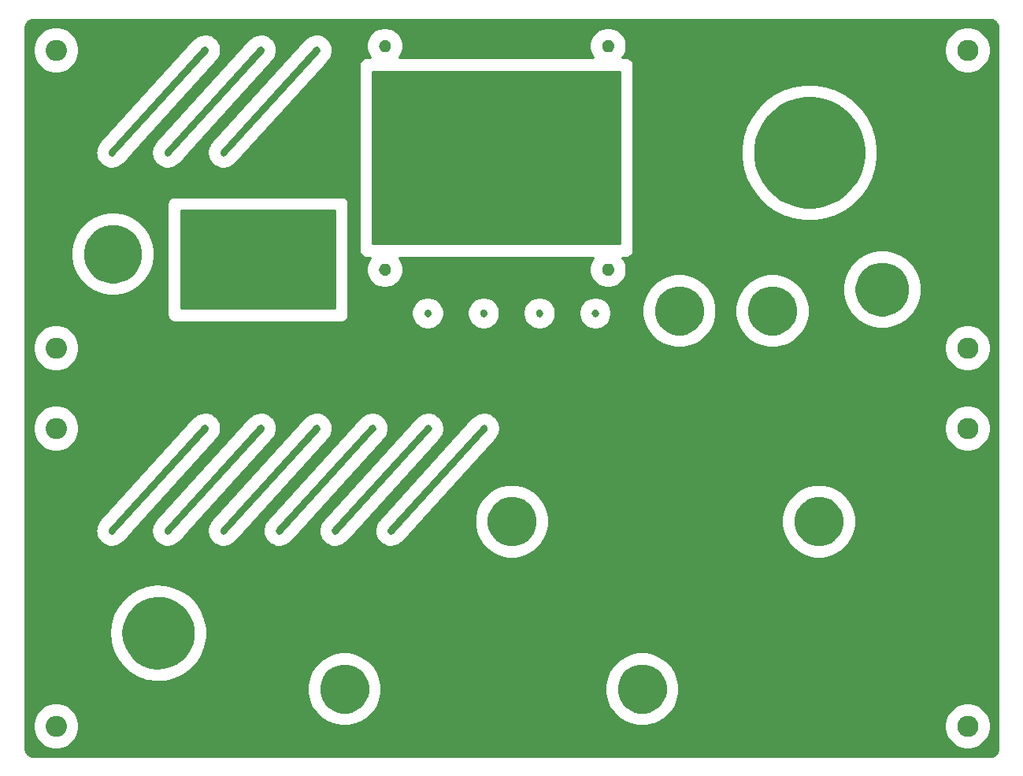
<source format=gbr>
G04 #@! TF.GenerationSoftware,KiCad,Pcbnew,(5.1.5)-3*
G04 #@! TF.CreationDate,2023-04-04T17:23:51-04:00*
G04 #@! TF.ProjectId,FacePlates,46616365-506c-4617-9465-732e6b696361,rev?*
G04 #@! TF.SameCoordinates,Original*
G04 #@! TF.FileFunction,Copper,L1,Top*
G04 #@! TF.FilePolarity,Positive*
%FSLAX46Y46*%
G04 Gerber Fmt 4.6, Leading zero omitted, Abs format (unit mm)*
G04 Created by KiCad (PCBNEW (5.1.5)-3) date 2023-04-04 17:23:51*
%MOMM*%
%LPD*%
G04 APERTURE LIST*
%ADD10C,0.254000*%
G04 APERTURE END LIST*
D10*
G36*
X190292302Y-51705426D02*
G01*
X190434578Y-51748382D01*
X190565792Y-51818150D01*
X190680961Y-51912080D01*
X190775691Y-52026587D01*
X190846376Y-52157316D01*
X190890322Y-52299283D01*
X190909401Y-52480811D01*
X190909400Y-89416296D01*
X190909400Y-89416297D01*
X190909401Y-93056294D01*
X190909400Y-130056454D01*
X190891374Y-130240301D01*
X190848418Y-130382577D01*
X190778650Y-130513791D01*
X190684721Y-130628960D01*
X190570210Y-130723691D01*
X190439485Y-130794374D01*
X190297516Y-130838321D01*
X190115999Y-130857399D01*
X87180335Y-130857399D01*
X86996498Y-130839374D01*
X86854222Y-130796418D01*
X86723008Y-130726650D01*
X86607839Y-130632721D01*
X86513108Y-130518210D01*
X86442425Y-130387485D01*
X86398478Y-130245516D01*
X86379400Y-130063999D01*
X86379400Y-127346866D01*
X87151462Y-127346866D01*
X87151462Y-127837932D01*
X87247264Y-128319562D01*
X87435187Y-128773248D01*
X87708009Y-129181554D01*
X88055245Y-129528790D01*
X88463551Y-129801612D01*
X88917237Y-129989535D01*
X89398867Y-130085337D01*
X89889933Y-130085337D01*
X90371563Y-129989535D01*
X90825249Y-129801612D01*
X91233555Y-129528790D01*
X91580791Y-129181554D01*
X91853613Y-128773248D01*
X92041536Y-128319562D01*
X92137338Y-127837932D01*
X92137338Y-127346866D01*
X92041536Y-126865236D01*
X91853613Y-126411550D01*
X91580791Y-126003244D01*
X91233555Y-125656008D01*
X90825249Y-125383186D01*
X90371563Y-125195263D01*
X89889933Y-125099461D01*
X89398867Y-125099461D01*
X88917237Y-125195263D01*
X88463551Y-125383186D01*
X88055245Y-125656008D01*
X87708009Y-126003244D01*
X87435187Y-126411550D01*
X87247264Y-126865236D01*
X87151462Y-127346866D01*
X86379400Y-127346866D01*
X86379400Y-123199840D01*
X116658685Y-123199840D01*
X116658685Y-123984958D01*
X116811854Y-124754989D01*
X117112305Y-125480343D01*
X117548493Y-126133144D01*
X118103655Y-126688306D01*
X118756456Y-127124494D01*
X119481810Y-127424945D01*
X120251841Y-127578114D01*
X121036959Y-127578114D01*
X121806990Y-127424945D01*
X122532344Y-127124494D01*
X123185145Y-126688306D01*
X123740307Y-126133144D01*
X124176495Y-125480343D01*
X124476946Y-124754989D01*
X124630115Y-123984958D01*
X124630115Y-123199840D01*
X148658685Y-123199840D01*
X148658685Y-123984958D01*
X148811854Y-124754989D01*
X149112305Y-125480343D01*
X149548493Y-126133144D01*
X150103655Y-126688306D01*
X150756456Y-127124494D01*
X151481810Y-127424945D01*
X152251841Y-127578114D01*
X153036959Y-127578114D01*
X153806990Y-127424945D01*
X153995489Y-127346866D01*
X185151462Y-127346866D01*
X185151462Y-127837932D01*
X185247264Y-128319562D01*
X185435187Y-128773248D01*
X185708009Y-129181554D01*
X186055245Y-129528790D01*
X186463551Y-129801612D01*
X186917237Y-129989535D01*
X187398867Y-130085337D01*
X187889933Y-130085337D01*
X188371563Y-129989535D01*
X188825249Y-129801612D01*
X189233555Y-129528790D01*
X189580791Y-129181554D01*
X189853613Y-128773248D01*
X190041536Y-128319562D01*
X190137338Y-127837932D01*
X190137338Y-127346866D01*
X190041536Y-126865236D01*
X189853613Y-126411550D01*
X189580791Y-126003244D01*
X189233555Y-125656008D01*
X188825249Y-125383186D01*
X188371563Y-125195263D01*
X187889933Y-125099461D01*
X187398867Y-125099461D01*
X186917237Y-125195263D01*
X186463551Y-125383186D01*
X186055245Y-125656008D01*
X185708009Y-126003244D01*
X185435187Y-126411550D01*
X185247264Y-126865236D01*
X185151462Y-127346866D01*
X153995489Y-127346866D01*
X154532344Y-127124494D01*
X155185145Y-126688306D01*
X155740307Y-126133144D01*
X156176495Y-125480343D01*
X156476946Y-124754989D01*
X156630115Y-123984958D01*
X156630115Y-123199840D01*
X156476946Y-122429809D01*
X156176495Y-121704455D01*
X155740307Y-121051654D01*
X155185145Y-120496492D01*
X154532344Y-120060304D01*
X153806990Y-119759853D01*
X153036959Y-119606684D01*
X152251841Y-119606684D01*
X151481810Y-119759853D01*
X150756456Y-120060304D01*
X150103655Y-120496492D01*
X149548493Y-121051654D01*
X149112305Y-121704455D01*
X148811854Y-122429809D01*
X148658685Y-123199840D01*
X124630115Y-123199840D01*
X124476946Y-122429809D01*
X124176495Y-121704455D01*
X123740307Y-121051654D01*
X123185145Y-120496492D01*
X122532344Y-120060304D01*
X121806990Y-119759853D01*
X121036959Y-119606684D01*
X120251841Y-119606684D01*
X119481810Y-119759853D01*
X118756456Y-120060304D01*
X118103655Y-120496492D01*
X117548493Y-121051654D01*
X117112305Y-121704455D01*
X116811854Y-122429809D01*
X116658685Y-123199840D01*
X86379400Y-123199840D01*
X86379400Y-117592399D01*
X95389400Y-117592399D01*
X95484365Y-118586914D01*
X95765827Y-119545485D01*
X96223613Y-120433466D01*
X96841178Y-121218764D01*
X97596201Y-121872996D01*
X98461394Y-122372515D01*
X99405487Y-122699269D01*
X100394357Y-122841447D01*
X101392264Y-122793911D01*
X102363142Y-122558378D01*
X103271900Y-122143362D01*
X104085693Y-121563863D01*
X104775109Y-120840824D01*
X105315230Y-120000379D01*
X105686536Y-119072904D01*
X105875605Y-118091919D01*
X105875605Y-117092879D01*
X105686536Y-116111894D01*
X105315230Y-115184419D01*
X104775109Y-114343974D01*
X104085693Y-113620935D01*
X103271900Y-113041436D01*
X102363142Y-112626420D01*
X101392264Y-112390887D01*
X100394357Y-112343351D01*
X99405487Y-112485529D01*
X98461394Y-112812283D01*
X97596201Y-113311802D01*
X96841178Y-113966034D01*
X96223613Y-114751332D01*
X95765827Y-115639313D01*
X95484365Y-116597884D01*
X95389400Y-117592399D01*
X86379400Y-117592399D01*
X86379400Y-106621818D01*
X93911673Y-106621818D01*
X93915561Y-106688345D01*
X93918518Y-106754869D01*
X93920042Y-106765018D01*
X93950386Y-106957809D01*
X93967129Y-107022343D01*
X93982944Y-107087000D01*
X93986410Y-107096659D01*
X94053623Y-107279886D01*
X94082561Y-107339894D01*
X94110654Y-107400293D01*
X94115931Y-107409095D01*
X94217453Y-107575778D01*
X94257528Y-107629066D01*
X94296788Y-107682816D01*
X94303674Y-107690426D01*
X94435639Y-107834214D01*
X94485279Y-107878683D01*
X94534244Y-107923797D01*
X94542477Y-107929924D01*
X94699856Y-108045343D01*
X94757168Y-108079312D01*
X94813995Y-108114075D01*
X94823261Y-108118486D01*
X95000062Y-108201137D01*
X95062911Y-108223337D01*
X95125369Y-108246386D01*
X95135315Y-108248914D01*
X95324802Y-108295651D01*
X95390767Y-108305222D01*
X95456519Y-108315701D01*
X95466761Y-108316248D01*
X95466766Y-108316248D01*
X95661723Y-108325289D01*
X95728262Y-108321866D01*
X95794816Y-108319374D01*
X95804975Y-108317920D01*
X95997974Y-108288923D01*
X96062594Y-108272638D01*
X96127392Y-108257267D01*
X96137075Y-108253868D01*
X96320766Y-108187935D01*
X96380959Y-108159425D01*
X96441567Y-108131747D01*
X96450405Y-108126532D01*
X96617792Y-108026176D01*
X96671348Y-107986483D01*
X96725381Y-107947592D01*
X96733038Y-107940760D01*
X96877743Y-107809803D01*
X96877749Y-107809796D01*
X96904290Y-107785798D01*
X97961773Y-106621818D01*
X99911673Y-106621818D01*
X99915561Y-106688345D01*
X99918518Y-106754869D01*
X99920042Y-106765018D01*
X99950386Y-106957809D01*
X99967129Y-107022343D01*
X99982944Y-107087000D01*
X99986410Y-107096659D01*
X100053623Y-107279886D01*
X100082561Y-107339894D01*
X100110654Y-107400293D01*
X100115931Y-107409095D01*
X100217453Y-107575778D01*
X100257528Y-107629066D01*
X100296788Y-107682816D01*
X100303674Y-107690426D01*
X100435639Y-107834214D01*
X100485279Y-107878683D01*
X100534244Y-107923797D01*
X100542477Y-107929924D01*
X100699856Y-108045343D01*
X100757168Y-108079312D01*
X100813995Y-108114075D01*
X100823261Y-108118486D01*
X101000062Y-108201137D01*
X101062911Y-108223337D01*
X101125369Y-108246386D01*
X101135315Y-108248914D01*
X101324802Y-108295651D01*
X101390767Y-108305222D01*
X101456519Y-108315701D01*
X101466761Y-108316248D01*
X101466766Y-108316248D01*
X101661723Y-108325289D01*
X101728262Y-108321866D01*
X101794816Y-108319374D01*
X101804975Y-108317920D01*
X101997974Y-108288923D01*
X102062594Y-108272638D01*
X102127392Y-108257267D01*
X102137075Y-108253868D01*
X102320766Y-108187935D01*
X102380959Y-108159425D01*
X102441567Y-108131747D01*
X102450405Y-108126532D01*
X102617792Y-108026176D01*
X102671348Y-107986483D01*
X102725381Y-107947592D01*
X102733038Y-107940760D01*
X102877743Y-107809803D01*
X102877749Y-107809796D01*
X102904290Y-107785798D01*
X103961773Y-106621818D01*
X105911673Y-106621818D01*
X105915561Y-106688345D01*
X105918518Y-106754869D01*
X105920042Y-106765018D01*
X105950386Y-106957809D01*
X105967129Y-107022343D01*
X105982944Y-107087000D01*
X105986410Y-107096659D01*
X106053623Y-107279886D01*
X106082561Y-107339894D01*
X106110654Y-107400293D01*
X106115931Y-107409095D01*
X106217453Y-107575778D01*
X106257528Y-107629066D01*
X106296788Y-107682816D01*
X106303674Y-107690426D01*
X106435639Y-107834214D01*
X106485279Y-107878683D01*
X106534244Y-107923797D01*
X106542477Y-107929924D01*
X106699856Y-108045343D01*
X106757168Y-108079312D01*
X106813995Y-108114075D01*
X106823261Y-108118486D01*
X107000062Y-108201137D01*
X107062911Y-108223337D01*
X107125369Y-108246386D01*
X107135315Y-108248914D01*
X107324802Y-108295651D01*
X107390767Y-108305222D01*
X107456519Y-108315701D01*
X107466761Y-108316248D01*
X107466766Y-108316248D01*
X107661723Y-108325289D01*
X107728262Y-108321866D01*
X107794816Y-108319374D01*
X107804975Y-108317920D01*
X107997974Y-108288923D01*
X108062594Y-108272638D01*
X108127392Y-108257267D01*
X108137075Y-108253868D01*
X108320766Y-108187935D01*
X108380959Y-108159425D01*
X108441567Y-108131747D01*
X108450405Y-108126532D01*
X108617792Y-108026176D01*
X108671348Y-107986483D01*
X108725381Y-107947592D01*
X108733038Y-107940760D01*
X108877743Y-107809803D01*
X108877749Y-107809796D01*
X108904290Y-107785798D01*
X109961773Y-106621818D01*
X111911673Y-106621818D01*
X111915561Y-106688345D01*
X111918518Y-106754869D01*
X111920042Y-106765018D01*
X111950386Y-106957809D01*
X111967129Y-107022343D01*
X111982944Y-107087000D01*
X111986410Y-107096659D01*
X112053623Y-107279886D01*
X112082561Y-107339894D01*
X112110654Y-107400293D01*
X112115931Y-107409095D01*
X112217453Y-107575778D01*
X112257528Y-107629066D01*
X112296788Y-107682816D01*
X112303674Y-107690426D01*
X112435639Y-107834214D01*
X112485279Y-107878683D01*
X112534244Y-107923797D01*
X112542477Y-107929924D01*
X112699856Y-108045343D01*
X112757168Y-108079312D01*
X112813995Y-108114075D01*
X112823261Y-108118486D01*
X113000062Y-108201137D01*
X113062911Y-108223337D01*
X113125369Y-108246386D01*
X113135315Y-108248914D01*
X113324802Y-108295651D01*
X113390767Y-108305222D01*
X113456519Y-108315701D01*
X113466761Y-108316248D01*
X113466766Y-108316248D01*
X113661723Y-108325289D01*
X113728262Y-108321866D01*
X113794816Y-108319374D01*
X113804975Y-108317920D01*
X113997974Y-108288923D01*
X114062594Y-108272638D01*
X114127392Y-108257267D01*
X114137075Y-108253868D01*
X114320766Y-108187935D01*
X114380959Y-108159425D01*
X114441567Y-108131747D01*
X114450405Y-108126532D01*
X114617792Y-108026176D01*
X114671348Y-107986483D01*
X114725381Y-107947592D01*
X114733038Y-107940760D01*
X114877743Y-107809803D01*
X114877749Y-107809796D01*
X114904290Y-107785798D01*
X115961773Y-106621818D01*
X117911673Y-106621818D01*
X117915561Y-106688345D01*
X117918518Y-106754869D01*
X117920042Y-106765018D01*
X117950386Y-106957809D01*
X117967129Y-107022343D01*
X117982944Y-107087000D01*
X117986410Y-107096659D01*
X118053623Y-107279886D01*
X118082561Y-107339894D01*
X118110654Y-107400293D01*
X118115931Y-107409095D01*
X118217453Y-107575778D01*
X118257528Y-107629066D01*
X118296788Y-107682816D01*
X118303674Y-107690426D01*
X118435639Y-107834214D01*
X118485279Y-107878683D01*
X118534244Y-107923797D01*
X118542477Y-107929924D01*
X118699856Y-108045343D01*
X118757168Y-108079312D01*
X118813995Y-108114075D01*
X118823261Y-108118486D01*
X119000062Y-108201137D01*
X119062911Y-108223337D01*
X119125369Y-108246386D01*
X119135315Y-108248914D01*
X119324802Y-108295651D01*
X119390767Y-108305222D01*
X119456519Y-108315701D01*
X119466761Y-108316248D01*
X119466766Y-108316248D01*
X119661723Y-108325289D01*
X119728262Y-108321866D01*
X119794816Y-108319374D01*
X119804975Y-108317920D01*
X119997974Y-108288923D01*
X120062594Y-108272638D01*
X120127392Y-108257267D01*
X120137075Y-108253868D01*
X120320766Y-108187935D01*
X120380959Y-108159425D01*
X120441567Y-108131747D01*
X120450405Y-108126532D01*
X120617792Y-108026176D01*
X120671348Y-107986483D01*
X120725381Y-107947592D01*
X120733038Y-107940760D01*
X120877743Y-107809803D01*
X120877749Y-107809796D01*
X120904290Y-107785798D01*
X121961773Y-106621818D01*
X123911673Y-106621818D01*
X123915561Y-106688345D01*
X123918518Y-106754869D01*
X123920042Y-106765018D01*
X123950386Y-106957809D01*
X123967129Y-107022343D01*
X123982944Y-107087000D01*
X123986410Y-107096659D01*
X124053623Y-107279886D01*
X124082561Y-107339894D01*
X124110654Y-107400293D01*
X124115931Y-107409095D01*
X124217453Y-107575778D01*
X124257528Y-107629066D01*
X124296788Y-107682816D01*
X124303674Y-107690426D01*
X124435639Y-107834214D01*
X124485279Y-107878683D01*
X124534244Y-107923797D01*
X124542477Y-107929924D01*
X124699856Y-108045343D01*
X124757168Y-108079312D01*
X124813995Y-108114075D01*
X124823261Y-108118486D01*
X125000062Y-108201137D01*
X125062911Y-108223337D01*
X125125369Y-108246386D01*
X125135315Y-108248914D01*
X125324802Y-108295651D01*
X125390767Y-108305222D01*
X125456519Y-108315701D01*
X125466761Y-108316248D01*
X125466766Y-108316248D01*
X125661723Y-108325289D01*
X125728262Y-108321866D01*
X125794816Y-108319374D01*
X125804975Y-108317920D01*
X125997974Y-108288923D01*
X126062594Y-108272638D01*
X126127392Y-108257267D01*
X126137075Y-108253868D01*
X126320766Y-108187935D01*
X126380959Y-108159425D01*
X126441567Y-108131747D01*
X126450405Y-108126532D01*
X126617792Y-108026176D01*
X126671348Y-107986483D01*
X126725381Y-107947592D01*
X126733038Y-107940760D01*
X126877743Y-107809803D01*
X126877749Y-107809796D01*
X126904290Y-107785798D01*
X129253649Y-105199841D01*
X134658685Y-105199841D01*
X134658685Y-105984959D01*
X134811854Y-106754990D01*
X135112305Y-107480344D01*
X135548493Y-108133145D01*
X136103655Y-108688307D01*
X136756456Y-109124495D01*
X137481810Y-109424946D01*
X138251841Y-109578115D01*
X139036959Y-109578115D01*
X139806990Y-109424946D01*
X140532344Y-109124495D01*
X141185145Y-108688307D01*
X141740307Y-108133145D01*
X142176495Y-107480344D01*
X142476946Y-106754990D01*
X142630115Y-105984959D01*
X142630115Y-105199841D01*
X167658685Y-105199841D01*
X167658685Y-105984959D01*
X167811854Y-106754990D01*
X168112305Y-107480344D01*
X168548493Y-108133145D01*
X169103655Y-108688307D01*
X169756456Y-109124495D01*
X170481810Y-109424946D01*
X171251841Y-109578115D01*
X172036959Y-109578115D01*
X172806990Y-109424946D01*
X173532344Y-109124495D01*
X174185145Y-108688307D01*
X174740307Y-108133145D01*
X175176495Y-107480344D01*
X175476946Y-106754990D01*
X175630115Y-105984959D01*
X175630115Y-105199841D01*
X175476946Y-104429810D01*
X175176495Y-103704456D01*
X174740307Y-103051655D01*
X174185145Y-102496493D01*
X173532344Y-102060305D01*
X172806990Y-101759854D01*
X172036959Y-101606685D01*
X171251841Y-101606685D01*
X170481810Y-101759854D01*
X169756456Y-102060305D01*
X169103655Y-102496493D01*
X168548493Y-103051655D01*
X168112305Y-103704456D01*
X167811854Y-104429810D01*
X167658685Y-105199841D01*
X142630115Y-105199841D01*
X142476946Y-104429810D01*
X142176495Y-103704456D01*
X141740307Y-103051655D01*
X141185145Y-102496493D01*
X140532344Y-102060305D01*
X139806990Y-101759854D01*
X139036959Y-101606685D01*
X138251841Y-101606685D01*
X137481810Y-101759854D01*
X136756456Y-102060305D01*
X136103655Y-102496493D01*
X135548493Y-103051655D01*
X135112305Y-103704456D01*
X134811854Y-104429810D01*
X134658685Y-105199841D01*
X129253649Y-105199841D01*
X136849980Y-96838504D01*
X136922553Y-96764575D01*
X136955455Y-96723755D01*
X136990458Y-96684734D01*
X136996475Y-96676421D01*
X137109788Y-96517519D01*
X137143003Y-96459738D01*
X137176989Y-96402484D01*
X137181276Y-96393160D01*
X137261568Y-96215275D01*
X137282923Y-96152159D01*
X137305148Y-96089373D01*
X137307543Y-96079394D01*
X137351754Y-95889302D01*
X137360444Y-95823232D01*
X137370049Y-95757332D01*
X137370460Y-95747078D01*
X137376906Y-95552019D01*
X137372597Y-95485519D01*
X137369220Y-95419014D01*
X137367631Y-95408875D01*
X137357469Y-95346866D01*
X185151462Y-95346866D01*
X185151462Y-95837932D01*
X185247264Y-96319562D01*
X185435187Y-96773248D01*
X185708009Y-97181554D01*
X186055245Y-97528790D01*
X186463551Y-97801612D01*
X186917237Y-97989535D01*
X187398867Y-98085337D01*
X187889933Y-98085337D01*
X188371563Y-97989535D01*
X188825249Y-97801612D01*
X189233555Y-97528790D01*
X189580791Y-97181554D01*
X189853613Y-96773248D01*
X190041536Y-96319562D01*
X190137338Y-95837932D01*
X190137338Y-95346866D01*
X190041536Y-94865236D01*
X189853613Y-94411550D01*
X189580791Y-94003244D01*
X189233555Y-93656008D01*
X188825249Y-93383186D01*
X188371563Y-93195263D01*
X187889933Y-93099461D01*
X187398867Y-93099461D01*
X186917237Y-93195263D01*
X186463551Y-93383186D01*
X186055245Y-93656008D01*
X185708009Y-94003244D01*
X185435187Y-94411550D01*
X185247264Y-94865236D01*
X185151462Y-95346866D01*
X137357469Y-95346866D01*
X137336068Y-95216279D01*
X137318925Y-95151881D01*
X137302694Y-95087297D01*
X137299169Y-95077667D01*
X137299167Y-95077661D01*
X137299164Y-95077656D01*
X137230795Y-94894862D01*
X137201459Y-94834998D01*
X137173003Y-94774818D01*
X137167671Y-94766049D01*
X137065096Y-94600013D01*
X137024706Y-94547007D01*
X136985089Y-94493482D01*
X136978156Y-94485916D01*
X136845285Y-94342965D01*
X136795358Y-94298804D01*
X136746107Y-94254001D01*
X136737836Y-94247926D01*
X136579729Y-94133506D01*
X136522169Y-94099881D01*
X136465163Y-94065502D01*
X136455870Y-94061149D01*
X136278551Y-93979618D01*
X136215562Y-93957815D01*
X136152957Y-93935161D01*
X136142995Y-93932697D01*
X135953216Y-93887160D01*
X135887225Y-93878011D01*
X135821378Y-93867944D01*
X135811127Y-93867461D01*
X135616117Y-93859653D01*
X135549568Y-93863499D01*
X135483060Y-93866411D01*
X135472911Y-93867929D01*
X135472907Y-93867929D01*
X135280098Y-93898147D01*
X135215600Y-93914836D01*
X135150887Y-93930619D01*
X135141226Y-93934079D01*
X134957955Y-94001173D01*
X134897910Y-94030080D01*
X134837509Y-94058126D01*
X134828703Y-94063397D01*
X134661956Y-94164810D01*
X134608682Y-94204820D01*
X134554869Y-94244071D01*
X134547255Y-94250952D01*
X134405362Y-94381005D01*
X134380436Y-94403529D01*
X124336319Y-105452026D01*
X124314218Y-105481732D01*
X124305281Y-105491569D01*
X124299211Y-105499844D01*
X124184895Y-105658025D01*
X124151307Y-105715608D01*
X124116966Y-105772636D01*
X124112619Y-105781932D01*
X124031204Y-105959305D01*
X124009445Y-106022301D01*
X123986830Y-106084927D01*
X123984372Y-106094891D01*
X123938959Y-106284700D01*
X123929850Y-106350723D01*
X123919829Y-106416552D01*
X123919353Y-106426803D01*
X123911673Y-106621818D01*
X121961773Y-106621818D01*
X130849980Y-96838504D01*
X130922553Y-96764575D01*
X130955455Y-96723755D01*
X130990458Y-96684734D01*
X130996475Y-96676421D01*
X131109788Y-96517519D01*
X131143003Y-96459738D01*
X131176989Y-96402484D01*
X131181276Y-96393160D01*
X131261568Y-96215275D01*
X131282923Y-96152159D01*
X131305148Y-96089373D01*
X131307543Y-96079394D01*
X131351754Y-95889302D01*
X131360444Y-95823232D01*
X131370049Y-95757332D01*
X131370460Y-95747078D01*
X131376906Y-95552019D01*
X131372597Y-95485519D01*
X131369220Y-95419014D01*
X131367631Y-95408875D01*
X131336068Y-95216279D01*
X131318925Y-95151881D01*
X131302694Y-95087297D01*
X131299169Y-95077667D01*
X131299167Y-95077661D01*
X131299164Y-95077656D01*
X131230795Y-94894862D01*
X131201459Y-94834998D01*
X131173003Y-94774818D01*
X131167671Y-94766049D01*
X131065096Y-94600013D01*
X131024706Y-94547007D01*
X130985089Y-94493482D01*
X130978156Y-94485916D01*
X130845285Y-94342965D01*
X130795358Y-94298804D01*
X130746107Y-94254001D01*
X130737836Y-94247926D01*
X130579729Y-94133506D01*
X130522169Y-94099881D01*
X130465163Y-94065502D01*
X130455870Y-94061149D01*
X130278551Y-93979618D01*
X130215562Y-93957815D01*
X130152957Y-93935161D01*
X130142995Y-93932697D01*
X129953216Y-93887160D01*
X129887225Y-93878011D01*
X129821378Y-93867944D01*
X129811127Y-93867461D01*
X129616117Y-93859653D01*
X129549568Y-93863499D01*
X129483060Y-93866411D01*
X129472911Y-93867929D01*
X129472907Y-93867929D01*
X129280098Y-93898147D01*
X129215600Y-93914836D01*
X129150887Y-93930619D01*
X129141226Y-93934079D01*
X128957955Y-94001173D01*
X128897910Y-94030080D01*
X128837509Y-94058126D01*
X128828703Y-94063397D01*
X128661956Y-94164810D01*
X128608682Y-94204820D01*
X128554869Y-94244071D01*
X128547255Y-94250952D01*
X128405362Y-94381005D01*
X128380436Y-94403529D01*
X118336319Y-105452026D01*
X118314218Y-105481732D01*
X118305281Y-105491569D01*
X118299211Y-105499844D01*
X118184895Y-105658025D01*
X118151307Y-105715608D01*
X118116966Y-105772636D01*
X118112619Y-105781932D01*
X118031204Y-105959305D01*
X118009445Y-106022301D01*
X117986830Y-106084927D01*
X117984372Y-106094891D01*
X117938959Y-106284700D01*
X117929850Y-106350723D01*
X117919829Y-106416552D01*
X117919353Y-106426803D01*
X117911673Y-106621818D01*
X115961773Y-106621818D01*
X124849980Y-96838504D01*
X124922553Y-96764575D01*
X124955455Y-96723755D01*
X124990458Y-96684734D01*
X124996475Y-96676421D01*
X125109788Y-96517519D01*
X125143003Y-96459738D01*
X125176989Y-96402484D01*
X125181276Y-96393160D01*
X125261568Y-96215275D01*
X125282923Y-96152159D01*
X125305148Y-96089373D01*
X125307543Y-96079394D01*
X125351754Y-95889302D01*
X125360444Y-95823232D01*
X125370049Y-95757332D01*
X125370460Y-95747078D01*
X125376906Y-95552019D01*
X125372597Y-95485519D01*
X125369220Y-95419014D01*
X125367631Y-95408875D01*
X125336068Y-95216279D01*
X125318925Y-95151881D01*
X125302694Y-95087297D01*
X125299169Y-95077667D01*
X125299167Y-95077661D01*
X125299164Y-95077656D01*
X125230795Y-94894862D01*
X125201459Y-94834998D01*
X125173003Y-94774818D01*
X125167671Y-94766049D01*
X125065096Y-94600013D01*
X125024706Y-94547007D01*
X124985089Y-94493482D01*
X124978156Y-94485916D01*
X124845285Y-94342965D01*
X124795358Y-94298804D01*
X124746107Y-94254001D01*
X124737836Y-94247926D01*
X124579729Y-94133506D01*
X124522169Y-94099881D01*
X124465163Y-94065502D01*
X124455870Y-94061149D01*
X124278551Y-93979618D01*
X124215562Y-93957815D01*
X124152957Y-93935161D01*
X124142995Y-93932697D01*
X123953216Y-93887160D01*
X123887225Y-93878011D01*
X123821378Y-93867944D01*
X123811127Y-93867461D01*
X123616117Y-93859653D01*
X123549568Y-93863499D01*
X123483060Y-93866411D01*
X123472911Y-93867929D01*
X123472907Y-93867929D01*
X123280098Y-93898147D01*
X123215600Y-93914836D01*
X123150887Y-93930619D01*
X123141226Y-93934079D01*
X122957955Y-94001173D01*
X122897910Y-94030080D01*
X122837509Y-94058126D01*
X122828703Y-94063397D01*
X122661956Y-94164810D01*
X122608682Y-94204820D01*
X122554869Y-94244071D01*
X122547255Y-94250952D01*
X122405362Y-94381005D01*
X122380436Y-94403529D01*
X112336319Y-105452026D01*
X112314218Y-105481732D01*
X112305281Y-105491569D01*
X112299211Y-105499844D01*
X112184895Y-105658025D01*
X112151307Y-105715608D01*
X112116966Y-105772636D01*
X112112619Y-105781932D01*
X112031204Y-105959305D01*
X112009445Y-106022301D01*
X111986830Y-106084927D01*
X111984372Y-106094891D01*
X111938959Y-106284700D01*
X111929850Y-106350723D01*
X111919829Y-106416552D01*
X111919353Y-106426803D01*
X111911673Y-106621818D01*
X109961773Y-106621818D01*
X118849980Y-96838504D01*
X118922553Y-96764575D01*
X118955455Y-96723755D01*
X118990458Y-96684734D01*
X118996475Y-96676421D01*
X119109788Y-96517519D01*
X119143003Y-96459738D01*
X119176989Y-96402484D01*
X119181276Y-96393160D01*
X119261568Y-96215275D01*
X119282923Y-96152159D01*
X119305148Y-96089373D01*
X119307543Y-96079394D01*
X119351754Y-95889302D01*
X119360444Y-95823232D01*
X119370049Y-95757332D01*
X119370460Y-95747078D01*
X119376906Y-95552019D01*
X119372597Y-95485519D01*
X119369220Y-95419014D01*
X119367631Y-95408875D01*
X119336068Y-95216279D01*
X119318925Y-95151881D01*
X119302694Y-95087297D01*
X119299169Y-95077667D01*
X119299167Y-95077661D01*
X119299164Y-95077656D01*
X119230795Y-94894862D01*
X119201459Y-94834998D01*
X119173003Y-94774818D01*
X119167671Y-94766049D01*
X119065096Y-94600013D01*
X119024706Y-94547007D01*
X118985089Y-94493482D01*
X118978156Y-94485916D01*
X118845285Y-94342965D01*
X118795358Y-94298804D01*
X118746107Y-94254001D01*
X118737836Y-94247926D01*
X118579729Y-94133506D01*
X118522169Y-94099881D01*
X118465163Y-94065502D01*
X118455870Y-94061149D01*
X118278551Y-93979618D01*
X118215562Y-93957815D01*
X118152957Y-93935161D01*
X118142995Y-93932697D01*
X117953216Y-93887160D01*
X117887225Y-93878011D01*
X117821378Y-93867944D01*
X117811127Y-93867461D01*
X117616117Y-93859653D01*
X117549568Y-93863499D01*
X117483060Y-93866411D01*
X117472911Y-93867929D01*
X117472907Y-93867929D01*
X117280098Y-93898147D01*
X117215600Y-93914836D01*
X117150887Y-93930619D01*
X117141226Y-93934079D01*
X116957955Y-94001173D01*
X116897910Y-94030080D01*
X116837509Y-94058126D01*
X116828703Y-94063397D01*
X116661956Y-94164810D01*
X116608682Y-94204820D01*
X116554869Y-94244071D01*
X116547255Y-94250952D01*
X116405362Y-94381005D01*
X116380436Y-94403529D01*
X106336319Y-105452026D01*
X106314218Y-105481732D01*
X106305281Y-105491569D01*
X106299211Y-105499844D01*
X106184895Y-105658025D01*
X106151307Y-105715608D01*
X106116966Y-105772636D01*
X106112619Y-105781932D01*
X106031204Y-105959305D01*
X106009445Y-106022301D01*
X105986830Y-106084927D01*
X105984372Y-106094891D01*
X105938959Y-106284700D01*
X105929850Y-106350723D01*
X105919829Y-106416552D01*
X105919353Y-106426803D01*
X105911673Y-106621818D01*
X103961773Y-106621818D01*
X112849980Y-96838504D01*
X112922553Y-96764575D01*
X112955455Y-96723755D01*
X112990458Y-96684734D01*
X112996475Y-96676421D01*
X113109788Y-96517519D01*
X113143003Y-96459738D01*
X113176989Y-96402484D01*
X113181276Y-96393160D01*
X113261568Y-96215275D01*
X113282923Y-96152159D01*
X113305148Y-96089373D01*
X113307543Y-96079394D01*
X113351754Y-95889302D01*
X113360444Y-95823232D01*
X113370049Y-95757332D01*
X113370460Y-95747078D01*
X113376906Y-95552019D01*
X113372597Y-95485519D01*
X113369220Y-95419014D01*
X113367631Y-95408875D01*
X113336068Y-95216279D01*
X113318925Y-95151881D01*
X113302694Y-95087297D01*
X113299169Y-95077667D01*
X113299167Y-95077661D01*
X113299164Y-95077656D01*
X113230795Y-94894862D01*
X113201459Y-94834998D01*
X113173003Y-94774818D01*
X113167671Y-94766049D01*
X113065096Y-94600013D01*
X113024706Y-94547007D01*
X112985089Y-94493482D01*
X112978156Y-94485916D01*
X112845285Y-94342965D01*
X112795358Y-94298804D01*
X112746107Y-94254001D01*
X112737836Y-94247926D01*
X112579729Y-94133506D01*
X112522169Y-94099881D01*
X112465163Y-94065502D01*
X112455870Y-94061149D01*
X112278551Y-93979618D01*
X112215562Y-93957815D01*
X112152957Y-93935161D01*
X112142995Y-93932697D01*
X111953216Y-93887160D01*
X111887225Y-93878011D01*
X111821378Y-93867944D01*
X111811127Y-93867461D01*
X111616117Y-93859653D01*
X111549568Y-93863499D01*
X111483060Y-93866411D01*
X111472911Y-93867929D01*
X111472907Y-93867929D01*
X111280098Y-93898147D01*
X111215600Y-93914836D01*
X111150887Y-93930619D01*
X111141226Y-93934079D01*
X110957955Y-94001173D01*
X110897910Y-94030080D01*
X110837509Y-94058126D01*
X110828703Y-94063397D01*
X110661956Y-94164810D01*
X110608682Y-94204820D01*
X110554869Y-94244071D01*
X110547255Y-94250952D01*
X110405362Y-94381005D01*
X110380436Y-94403529D01*
X100336319Y-105452026D01*
X100314218Y-105481732D01*
X100305281Y-105491569D01*
X100299211Y-105499844D01*
X100184895Y-105658025D01*
X100151307Y-105715608D01*
X100116966Y-105772636D01*
X100112619Y-105781932D01*
X100031204Y-105959305D01*
X100009445Y-106022301D01*
X99986830Y-106084927D01*
X99984372Y-106094891D01*
X99938959Y-106284700D01*
X99929850Y-106350723D01*
X99919829Y-106416552D01*
X99919353Y-106426803D01*
X99911673Y-106621818D01*
X97961773Y-106621818D01*
X106849980Y-96838504D01*
X106922553Y-96764575D01*
X106955455Y-96723755D01*
X106990458Y-96684734D01*
X106996475Y-96676421D01*
X107109788Y-96517519D01*
X107143003Y-96459738D01*
X107176989Y-96402484D01*
X107181276Y-96393160D01*
X107261568Y-96215275D01*
X107282923Y-96152159D01*
X107305148Y-96089373D01*
X107307543Y-96079394D01*
X107351754Y-95889302D01*
X107360444Y-95823232D01*
X107370049Y-95757332D01*
X107370460Y-95747078D01*
X107376906Y-95552019D01*
X107372597Y-95485519D01*
X107369220Y-95419014D01*
X107367631Y-95408875D01*
X107336068Y-95216279D01*
X107318925Y-95151881D01*
X107302694Y-95087297D01*
X107299169Y-95077667D01*
X107299167Y-95077661D01*
X107299164Y-95077656D01*
X107230795Y-94894862D01*
X107201459Y-94834998D01*
X107173003Y-94774818D01*
X107167671Y-94766049D01*
X107065096Y-94600013D01*
X107024706Y-94547007D01*
X106985089Y-94493482D01*
X106978156Y-94485916D01*
X106845285Y-94342965D01*
X106795358Y-94298804D01*
X106746107Y-94254001D01*
X106737836Y-94247926D01*
X106579729Y-94133506D01*
X106522169Y-94099881D01*
X106465163Y-94065502D01*
X106455870Y-94061149D01*
X106278551Y-93979618D01*
X106215562Y-93957815D01*
X106152957Y-93935161D01*
X106142995Y-93932697D01*
X105953216Y-93887160D01*
X105887225Y-93878011D01*
X105821378Y-93867944D01*
X105811127Y-93867461D01*
X105616117Y-93859653D01*
X105549568Y-93863499D01*
X105483060Y-93866411D01*
X105472911Y-93867929D01*
X105472907Y-93867929D01*
X105280098Y-93898147D01*
X105215600Y-93914836D01*
X105150887Y-93930619D01*
X105141226Y-93934079D01*
X104957955Y-94001173D01*
X104897910Y-94030080D01*
X104837509Y-94058126D01*
X104828703Y-94063397D01*
X104661956Y-94164810D01*
X104608682Y-94204820D01*
X104554869Y-94244071D01*
X104547255Y-94250952D01*
X104405362Y-94381005D01*
X104380436Y-94403529D01*
X94336319Y-105452026D01*
X94314218Y-105481732D01*
X94305281Y-105491569D01*
X94299211Y-105499844D01*
X94184895Y-105658025D01*
X94151307Y-105715608D01*
X94116966Y-105772636D01*
X94112619Y-105781932D01*
X94031204Y-105959305D01*
X94009445Y-106022301D01*
X93986830Y-106084927D01*
X93984372Y-106094891D01*
X93938959Y-106284700D01*
X93929850Y-106350723D01*
X93919829Y-106416552D01*
X93919353Y-106426803D01*
X93911673Y-106621818D01*
X86379400Y-106621818D01*
X86379400Y-95346866D01*
X87151462Y-95346866D01*
X87151462Y-95837932D01*
X87247264Y-96319562D01*
X87435187Y-96773248D01*
X87708009Y-97181554D01*
X88055245Y-97528790D01*
X88463551Y-97801612D01*
X88917237Y-97989535D01*
X89398867Y-98085337D01*
X89889933Y-98085337D01*
X90371563Y-97989535D01*
X90825249Y-97801612D01*
X91233555Y-97528790D01*
X91580791Y-97181554D01*
X91853613Y-96773248D01*
X92041536Y-96319562D01*
X92137338Y-95837932D01*
X92137338Y-95346866D01*
X92041536Y-94865236D01*
X91853613Y-94411550D01*
X91580791Y-94003244D01*
X91233555Y-93656008D01*
X90825249Y-93383186D01*
X90371563Y-93195263D01*
X89889933Y-93099461D01*
X89398867Y-93099461D01*
X88917237Y-93195263D01*
X88463551Y-93383186D01*
X88055245Y-93656008D01*
X87708009Y-94003244D01*
X87435187Y-94411550D01*
X87247264Y-94865236D01*
X87151462Y-95346866D01*
X86379400Y-95346866D01*
X86379400Y-86706868D01*
X87151462Y-86706868D01*
X87151462Y-87197934D01*
X87247264Y-87679564D01*
X87435187Y-88133250D01*
X87708009Y-88541556D01*
X88055245Y-88888792D01*
X88463551Y-89161614D01*
X88917237Y-89349537D01*
X89398867Y-89445339D01*
X89889933Y-89445339D01*
X90371563Y-89349537D01*
X90825249Y-89161614D01*
X91233555Y-88888792D01*
X91580791Y-88541556D01*
X91853613Y-88133250D01*
X92041536Y-87679564D01*
X92137338Y-87197934D01*
X92137338Y-86706868D01*
X92041536Y-86225238D01*
X91853613Y-85771552D01*
X91580791Y-85363246D01*
X91233555Y-85016010D01*
X90825249Y-84743188D01*
X90371563Y-84555265D01*
X89889933Y-84459463D01*
X89398867Y-84459463D01*
X88917237Y-84555265D01*
X88463551Y-84743188D01*
X88055245Y-85016010D01*
X87708009Y-85363246D01*
X87435187Y-85771552D01*
X87247264Y-86225238D01*
X87151462Y-86706868D01*
X86379400Y-86706868D01*
X86379400Y-76410833D01*
X91261093Y-76410833D01*
X91261093Y-77293967D01*
X91433384Y-78160132D01*
X91771345Y-78976042D01*
X92261988Y-79710342D01*
X92886458Y-80334812D01*
X93620758Y-80825455D01*
X94436668Y-81163416D01*
X95302833Y-81335707D01*
X96185967Y-81335707D01*
X97052132Y-81163416D01*
X97868042Y-80825455D01*
X98602342Y-80334812D01*
X99226812Y-79710342D01*
X99717455Y-78976042D01*
X100055416Y-78160132D01*
X100227707Y-77293967D01*
X100227707Y-76410833D01*
X100055416Y-75544668D01*
X99717455Y-74728758D01*
X99226812Y-73994458D01*
X98602342Y-73369988D01*
X97868042Y-72879345D01*
X97052132Y-72541384D01*
X96185967Y-72369093D01*
X95302833Y-72369093D01*
X94436668Y-72541384D01*
X93620758Y-72879345D01*
X92886458Y-73369988D01*
X92261988Y-73994458D01*
X91771345Y-74728758D01*
X91433384Y-75544668D01*
X91261093Y-76410833D01*
X86379400Y-76410833D01*
X86379400Y-71452400D01*
X101618934Y-71452400D01*
X101622491Y-71488515D01*
X101622490Y-83416295D01*
X101618934Y-83452400D01*
X101633125Y-83596485D01*
X101675153Y-83735033D01*
X101743403Y-83862720D01*
X101835252Y-83974638D01*
X101929547Y-84052024D01*
X101947170Y-84066487D01*
X102074857Y-84134737D01*
X102213405Y-84176765D01*
X102357490Y-84190956D01*
X102393595Y-84187400D01*
X120321385Y-84187400D01*
X120357490Y-84190956D01*
X120393595Y-84187400D01*
X120501575Y-84176765D01*
X120640123Y-84134737D01*
X120767810Y-84066487D01*
X120879728Y-83974638D01*
X120971577Y-83862720D01*
X121039827Y-83735033D01*
X121081855Y-83596485D01*
X121096046Y-83452400D01*
X121092490Y-83416295D01*
X121092490Y-83052703D01*
X127858076Y-83052703D01*
X127858076Y-83396743D01*
X127925195Y-83734173D01*
X128056853Y-84052024D01*
X128247992Y-84338083D01*
X128491265Y-84581356D01*
X128777324Y-84772495D01*
X129095175Y-84904153D01*
X129432605Y-84971272D01*
X129776645Y-84971272D01*
X130114075Y-84904153D01*
X130431926Y-84772495D01*
X130717985Y-84581356D01*
X130961258Y-84338083D01*
X131152397Y-84052024D01*
X131284055Y-83734173D01*
X131351174Y-83396743D01*
X131351174Y-83052703D01*
X133858076Y-83052703D01*
X133858076Y-83396743D01*
X133925195Y-83734173D01*
X134056853Y-84052024D01*
X134247992Y-84338083D01*
X134491265Y-84581356D01*
X134777324Y-84772495D01*
X135095175Y-84904153D01*
X135432605Y-84971272D01*
X135776645Y-84971272D01*
X136114075Y-84904153D01*
X136431926Y-84772495D01*
X136717985Y-84581356D01*
X136961258Y-84338083D01*
X137152397Y-84052024D01*
X137284055Y-83734173D01*
X137351174Y-83396743D01*
X137351174Y-83052703D01*
X139858076Y-83052703D01*
X139858076Y-83396743D01*
X139925195Y-83734173D01*
X140056853Y-84052024D01*
X140247992Y-84338083D01*
X140491265Y-84581356D01*
X140777324Y-84772495D01*
X141095175Y-84904153D01*
X141432605Y-84971272D01*
X141776645Y-84971272D01*
X142114075Y-84904153D01*
X142431926Y-84772495D01*
X142717985Y-84581356D01*
X142961258Y-84338083D01*
X143152397Y-84052024D01*
X143284055Y-83734173D01*
X143351174Y-83396743D01*
X143351174Y-83052703D01*
X145858076Y-83052703D01*
X145858076Y-83396743D01*
X145925195Y-83734173D01*
X146056853Y-84052024D01*
X146247992Y-84338083D01*
X146491265Y-84581356D01*
X146777324Y-84772495D01*
X147095175Y-84904153D01*
X147432605Y-84971272D01*
X147776645Y-84971272D01*
X148114075Y-84904153D01*
X148431926Y-84772495D01*
X148717985Y-84581356D01*
X148961258Y-84338083D01*
X149152397Y-84052024D01*
X149284055Y-83734173D01*
X149351174Y-83396743D01*
X149351174Y-83052703D01*
X149284055Y-82715273D01*
X149219674Y-82559842D01*
X152658685Y-82559842D01*
X152658685Y-83344960D01*
X152811854Y-84114991D01*
X153112305Y-84840345D01*
X153548493Y-85493146D01*
X154103655Y-86048308D01*
X154756456Y-86484496D01*
X155481810Y-86784947D01*
X156251841Y-86938116D01*
X157036959Y-86938116D01*
X157806990Y-86784947D01*
X158532344Y-86484496D01*
X159185145Y-86048308D01*
X159740307Y-85493146D01*
X160176495Y-84840345D01*
X160476946Y-84114991D01*
X160630115Y-83344960D01*
X160630115Y-82559842D01*
X162658685Y-82559842D01*
X162658685Y-83344960D01*
X162811854Y-84114991D01*
X163112305Y-84840345D01*
X163548493Y-85493146D01*
X164103655Y-86048308D01*
X164756456Y-86484496D01*
X165481810Y-86784947D01*
X166251841Y-86938116D01*
X167036959Y-86938116D01*
X167806990Y-86784947D01*
X167995489Y-86706868D01*
X185151462Y-86706868D01*
X185151462Y-87197934D01*
X185247264Y-87679564D01*
X185435187Y-88133250D01*
X185708009Y-88541556D01*
X186055245Y-88888792D01*
X186463551Y-89161614D01*
X186917237Y-89349537D01*
X187398867Y-89445339D01*
X187889933Y-89445339D01*
X188371563Y-89349537D01*
X188825249Y-89161614D01*
X189233555Y-88888792D01*
X189580791Y-88541556D01*
X189853613Y-88133250D01*
X190041536Y-87679564D01*
X190137338Y-87197934D01*
X190137338Y-86706868D01*
X190041536Y-86225238D01*
X189853613Y-85771552D01*
X189580791Y-85363246D01*
X189233555Y-85016010D01*
X188825249Y-84743188D01*
X188371563Y-84555265D01*
X187889933Y-84459463D01*
X187398867Y-84459463D01*
X186917237Y-84555265D01*
X186463551Y-84743188D01*
X186055245Y-85016010D01*
X185708009Y-85363246D01*
X185435187Y-85771552D01*
X185247264Y-86225238D01*
X185151462Y-86706868D01*
X167995489Y-86706868D01*
X168532344Y-86484496D01*
X169185145Y-86048308D01*
X169740307Y-85493146D01*
X170176495Y-84840345D01*
X170476946Y-84114991D01*
X170630115Y-83344960D01*
X170630115Y-82559842D01*
X170476946Y-81789811D01*
X170176495Y-81064457D01*
X169740307Y-80411656D01*
X169563988Y-80235337D01*
X174209889Y-80235337D01*
X174209889Y-81069463D01*
X174372619Y-81887561D01*
X174691825Y-82658193D01*
X175155241Y-83351743D01*
X175745057Y-83941559D01*
X176438607Y-84404975D01*
X177209239Y-84724181D01*
X178027337Y-84886911D01*
X178861463Y-84886911D01*
X179679561Y-84724181D01*
X180450193Y-84404975D01*
X181143743Y-83941559D01*
X181733559Y-83351743D01*
X182196975Y-82658193D01*
X182516181Y-81887561D01*
X182678911Y-81069463D01*
X182678911Y-80235337D01*
X182516181Y-79417239D01*
X182196975Y-78646607D01*
X181733559Y-77953057D01*
X181143743Y-77363241D01*
X180450193Y-76899825D01*
X179679561Y-76580619D01*
X178861463Y-76417889D01*
X178027337Y-76417889D01*
X177209239Y-76580619D01*
X176438607Y-76899825D01*
X175745057Y-77363241D01*
X175155241Y-77953057D01*
X174691825Y-78646607D01*
X174372619Y-79417239D01*
X174209889Y-80235337D01*
X169563988Y-80235337D01*
X169185145Y-79856494D01*
X168532344Y-79420306D01*
X167806990Y-79119855D01*
X167036959Y-78966686D01*
X166251841Y-78966686D01*
X165481810Y-79119855D01*
X164756456Y-79420306D01*
X164103655Y-79856494D01*
X163548493Y-80411656D01*
X163112305Y-81064457D01*
X162811854Y-81789811D01*
X162658685Y-82559842D01*
X160630115Y-82559842D01*
X160476946Y-81789811D01*
X160176495Y-81064457D01*
X159740307Y-80411656D01*
X159185145Y-79856494D01*
X158532344Y-79420306D01*
X157806990Y-79119855D01*
X157036959Y-78966686D01*
X156251841Y-78966686D01*
X155481810Y-79119855D01*
X154756456Y-79420306D01*
X154103655Y-79856494D01*
X153548493Y-80411656D01*
X153112305Y-81064457D01*
X152811854Y-81789811D01*
X152658685Y-82559842D01*
X149219674Y-82559842D01*
X149152397Y-82397422D01*
X148961258Y-82111363D01*
X148717985Y-81868090D01*
X148431926Y-81676951D01*
X148114075Y-81545293D01*
X147776645Y-81478174D01*
X147432605Y-81478174D01*
X147095175Y-81545293D01*
X146777324Y-81676951D01*
X146491265Y-81868090D01*
X146247992Y-82111363D01*
X146056853Y-82397422D01*
X145925195Y-82715273D01*
X145858076Y-83052703D01*
X143351174Y-83052703D01*
X143284055Y-82715273D01*
X143152397Y-82397422D01*
X142961258Y-82111363D01*
X142717985Y-81868090D01*
X142431926Y-81676951D01*
X142114075Y-81545293D01*
X141776645Y-81478174D01*
X141432605Y-81478174D01*
X141095175Y-81545293D01*
X140777324Y-81676951D01*
X140491265Y-81868090D01*
X140247992Y-82111363D01*
X140056853Y-82397422D01*
X139925195Y-82715273D01*
X139858076Y-83052703D01*
X137351174Y-83052703D01*
X137284055Y-82715273D01*
X137152397Y-82397422D01*
X136961258Y-82111363D01*
X136717985Y-81868090D01*
X136431926Y-81676951D01*
X136114075Y-81545293D01*
X135776645Y-81478174D01*
X135432605Y-81478174D01*
X135095175Y-81545293D01*
X134777324Y-81676951D01*
X134491265Y-81868090D01*
X134247992Y-82111363D01*
X134056853Y-82397422D01*
X133925195Y-82715273D01*
X133858076Y-83052703D01*
X131351174Y-83052703D01*
X131284055Y-82715273D01*
X131152397Y-82397422D01*
X130961258Y-82111363D01*
X130717985Y-81868090D01*
X130431926Y-81676951D01*
X130114075Y-81545293D01*
X129776645Y-81478174D01*
X129432605Y-81478174D01*
X129095175Y-81545293D01*
X128777324Y-81676951D01*
X128491265Y-81868090D01*
X128247992Y-82111363D01*
X128056853Y-82397422D01*
X127925195Y-82715273D01*
X127858076Y-83052703D01*
X121092490Y-83052703D01*
X121092490Y-71488505D01*
X121096046Y-71452400D01*
X121081855Y-71308315D01*
X121039827Y-71169767D01*
X120971577Y-71042080D01*
X120879728Y-70930162D01*
X120767810Y-70838313D01*
X120640123Y-70770063D01*
X120501575Y-70728035D01*
X120393595Y-70717400D01*
X120357490Y-70713844D01*
X120321385Y-70717400D01*
X102393595Y-70717400D01*
X102357490Y-70713844D01*
X102321385Y-70717400D01*
X102213405Y-70728035D01*
X102074857Y-70770063D01*
X101947170Y-70838313D01*
X101835252Y-70930162D01*
X101743403Y-71042080D01*
X101675153Y-71169767D01*
X101633125Y-71308315D01*
X101618934Y-71452400D01*
X86379400Y-71452400D01*
X86379400Y-65981819D01*
X93911673Y-65981819D01*
X93915561Y-66048346D01*
X93918518Y-66114870D01*
X93920042Y-66125019D01*
X93950386Y-66317810D01*
X93967129Y-66382344D01*
X93982944Y-66447001D01*
X93986410Y-66456660D01*
X94053623Y-66639887D01*
X94082561Y-66699895D01*
X94110654Y-66760294D01*
X94115931Y-66769096D01*
X94217453Y-66935779D01*
X94257528Y-66989067D01*
X94296788Y-67042817D01*
X94303674Y-67050427D01*
X94435639Y-67194215D01*
X94485279Y-67238684D01*
X94534244Y-67283798D01*
X94542477Y-67289925D01*
X94699856Y-67405344D01*
X94757168Y-67439313D01*
X94813995Y-67474076D01*
X94823261Y-67478487D01*
X95000062Y-67561138D01*
X95062911Y-67583338D01*
X95125369Y-67606387D01*
X95135315Y-67608915D01*
X95324802Y-67655652D01*
X95390767Y-67665223D01*
X95456519Y-67675702D01*
X95466761Y-67676249D01*
X95466766Y-67676249D01*
X95661723Y-67685290D01*
X95728262Y-67681867D01*
X95794816Y-67679375D01*
X95804975Y-67677921D01*
X95997974Y-67648924D01*
X96062594Y-67632639D01*
X96127392Y-67617268D01*
X96137075Y-67613869D01*
X96320766Y-67547936D01*
X96380959Y-67519426D01*
X96441567Y-67491748D01*
X96450405Y-67486533D01*
X96617792Y-67386177D01*
X96671348Y-67346484D01*
X96725381Y-67307593D01*
X96733038Y-67300761D01*
X96877743Y-67169804D01*
X96877749Y-67169797D01*
X96904290Y-67145799D01*
X97961773Y-65981819D01*
X99911673Y-65981819D01*
X99915561Y-66048346D01*
X99918518Y-66114870D01*
X99920042Y-66125019D01*
X99950386Y-66317810D01*
X99967129Y-66382344D01*
X99982944Y-66447001D01*
X99986410Y-66456660D01*
X100053623Y-66639887D01*
X100082561Y-66699895D01*
X100110654Y-66760294D01*
X100115931Y-66769096D01*
X100217453Y-66935779D01*
X100257528Y-66989067D01*
X100296788Y-67042817D01*
X100303674Y-67050427D01*
X100435639Y-67194215D01*
X100485279Y-67238684D01*
X100534244Y-67283798D01*
X100542477Y-67289925D01*
X100699856Y-67405344D01*
X100757168Y-67439313D01*
X100813995Y-67474076D01*
X100823261Y-67478487D01*
X101000062Y-67561138D01*
X101062911Y-67583338D01*
X101125369Y-67606387D01*
X101135315Y-67608915D01*
X101324802Y-67655652D01*
X101390767Y-67665223D01*
X101456519Y-67675702D01*
X101466761Y-67676249D01*
X101466766Y-67676249D01*
X101661723Y-67685290D01*
X101728262Y-67681867D01*
X101794816Y-67679375D01*
X101804975Y-67677921D01*
X101997974Y-67648924D01*
X102062594Y-67632639D01*
X102127392Y-67617268D01*
X102137075Y-67613869D01*
X102320766Y-67547936D01*
X102380959Y-67519426D01*
X102441567Y-67491748D01*
X102450405Y-67486533D01*
X102617792Y-67386177D01*
X102671348Y-67346484D01*
X102725381Y-67307593D01*
X102733038Y-67300761D01*
X102877743Y-67169804D01*
X102877749Y-67169797D01*
X102904290Y-67145799D01*
X103961773Y-65981819D01*
X105911673Y-65981819D01*
X105915561Y-66048346D01*
X105918518Y-66114870D01*
X105920042Y-66125019D01*
X105950386Y-66317810D01*
X105967129Y-66382344D01*
X105982944Y-66447001D01*
X105986410Y-66456660D01*
X106053623Y-66639887D01*
X106082561Y-66699895D01*
X106110654Y-66760294D01*
X106115931Y-66769096D01*
X106217453Y-66935779D01*
X106257528Y-66989067D01*
X106296788Y-67042817D01*
X106303674Y-67050427D01*
X106435639Y-67194215D01*
X106485279Y-67238684D01*
X106534244Y-67283798D01*
X106542477Y-67289925D01*
X106699856Y-67405344D01*
X106757168Y-67439313D01*
X106813995Y-67474076D01*
X106823261Y-67478487D01*
X107000062Y-67561138D01*
X107062911Y-67583338D01*
X107125369Y-67606387D01*
X107135315Y-67608915D01*
X107324802Y-67655652D01*
X107390767Y-67665223D01*
X107456519Y-67675702D01*
X107466761Y-67676249D01*
X107466766Y-67676249D01*
X107661723Y-67685290D01*
X107728262Y-67681867D01*
X107794816Y-67679375D01*
X107804975Y-67677921D01*
X107997974Y-67648924D01*
X108062594Y-67632639D01*
X108127392Y-67617268D01*
X108137075Y-67613869D01*
X108320766Y-67547936D01*
X108380959Y-67519426D01*
X108441567Y-67491748D01*
X108450405Y-67486533D01*
X108617792Y-67386177D01*
X108671348Y-67346484D01*
X108725381Y-67307593D01*
X108733038Y-67300761D01*
X108877743Y-67169804D01*
X108877749Y-67169797D01*
X108904290Y-67145799D01*
X118568302Y-56508549D01*
X122244204Y-56508549D01*
X122247761Y-56544664D01*
X122247760Y-76472444D01*
X122244204Y-76508549D01*
X122258395Y-76652634D01*
X122300423Y-76791182D01*
X122368673Y-76918869D01*
X122460522Y-77030787D01*
X122572440Y-77122636D01*
X122700127Y-77190886D01*
X122838675Y-77232914D01*
X122982760Y-77247105D01*
X123018865Y-77243549D01*
X123428224Y-77243549D01*
X123214509Y-77563397D01*
X123064096Y-77926526D01*
X122987416Y-78312023D01*
X122987416Y-78705071D01*
X123064096Y-79090568D01*
X123214509Y-79453697D01*
X123432875Y-79780506D01*
X123710802Y-80058433D01*
X124037611Y-80276799D01*
X124400740Y-80427212D01*
X124786237Y-80503892D01*
X125179285Y-80503892D01*
X125564782Y-80427212D01*
X125927911Y-80276799D01*
X126254720Y-80058433D01*
X126532647Y-79780506D01*
X126751013Y-79453697D01*
X126901426Y-79090568D01*
X126978106Y-78705071D01*
X126978106Y-78312023D01*
X126901426Y-77926526D01*
X126751013Y-77563397D01*
X126537298Y-77243549D01*
X147428224Y-77243549D01*
X147214509Y-77563397D01*
X147064096Y-77926526D01*
X146987416Y-78312023D01*
X146987416Y-78705071D01*
X147064096Y-79090568D01*
X147214509Y-79453697D01*
X147432875Y-79780506D01*
X147710802Y-80058433D01*
X148037611Y-80276799D01*
X148400740Y-80427212D01*
X148786237Y-80503892D01*
X149179285Y-80503892D01*
X149564782Y-80427212D01*
X149927911Y-80276799D01*
X150254720Y-80058433D01*
X150532647Y-79780506D01*
X150751013Y-79453697D01*
X150901426Y-79090568D01*
X150978106Y-78705071D01*
X150978106Y-78312023D01*
X150901426Y-77926526D01*
X150751013Y-77563397D01*
X150537298Y-77243549D01*
X150946655Y-77243549D01*
X150982760Y-77247105D01*
X151018865Y-77243549D01*
X151126845Y-77232914D01*
X151265393Y-77190886D01*
X151393080Y-77122636D01*
X151504998Y-77030787D01*
X151596847Y-76918869D01*
X151665097Y-76791182D01*
X151707125Y-76652634D01*
X151721316Y-76508549D01*
X151717760Y-76472444D01*
X151717760Y-65375020D01*
X163308085Y-65375020D01*
X163308085Y-66529780D01*
X163488730Y-67670324D01*
X163845571Y-68768567D01*
X164369821Y-69797467D01*
X165048572Y-70731688D01*
X165865112Y-71548228D01*
X166799333Y-72226979D01*
X167828233Y-72751229D01*
X168926476Y-73108070D01*
X170067020Y-73288715D01*
X171221780Y-73288715D01*
X172362324Y-73108070D01*
X173460567Y-72751229D01*
X174489467Y-72226979D01*
X175423688Y-71548228D01*
X176240228Y-70731688D01*
X176918979Y-69797467D01*
X177443229Y-68768567D01*
X177800070Y-67670324D01*
X177980715Y-66529780D01*
X177980715Y-65375020D01*
X177800070Y-64234476D01*
X177443229Y-63136233D01*
X176918979Y-62107333D01*
X176240228Y-61173112D01*
X175423688Y-60356572D01*
X174489467Y-59677821D01*
X173460567Y-59153571D01*
X172362324Y-58796730D01*
X171221780Y-58616085D01*
X170067020Y-58616085D01*
X168926476Y-58796730D01*
X167828233Y-59153571D01*
X166799333Y-59677821D01*
X165865112Y-60356572D01*
X165048572Y-61173112D01*
X164369821Y-62107333D01*
X163845571Y-63136233D01*
X163488730Y-64234476D01*
X163308085Y-65375020D01*
X151717760Y-65375020D01*
X151717760Y-56544654D01*
X151721316Y-56508549D01*
X151707125Y-56364464D01*
X151665097Y-56225916D01*
X151596847Y-56098229D01*
X151504998Y-55986311D01*
X151393080Y-55894462D01*
X151265393Y-55826212D01*
X151126845Y-55784184D01*
X151018865Y-55773549D01*
X150982760Y-55769993D01*
X150946655Y-55773549D01*
X150537296Y-55773549D01*
X150751013Y-55453697D01*
X150901426Y-55090568D01*
X150977748Y-54706867D01*
X185151462Y-54706867D01*
X185151462Y-55197933D01*
X185247264Y-55679563D01*
X185435187Y-56133249D01*
X185708009Y-56541555D01*
X186055245Y-56888791D01*
X186463551Y-57161613D01*
X186917237Y-57349536D01*
X187398867Y-57445338D01*
X187889933Y-57445338D01*
X188371563Y-57349536D01*
X188825249Y-57161613D01*
X189233555Y-56888791D01*
X189580791Y-56541555D01*
X189853613Y-56133249D01*
X190041536Y-55679563D01*
X190137338Y-55197933D01*
X190137338Y-54706867D01*
X190041536Y-54225237D01*
X189853613Y-53771551D01*
X189580791Y-53363245D01*
X189233555Y-53016009D01*
X188825249Y-52743187D01*
X188371563Y-52555264D01*
X187889933Y-52459462D01*
X187398867Y-52459462D01*
X186917237Y-52555264D01*
X186463551Y-52743187D01*
X186055245Y-53016009D01*
X185708009Y-53363245D01*
X185435187Y-53771551D01*
X185247264Y-54225237D01*
X185151462Y-54706867D01*
X150977748Y-54706867D01*
X150978106Y-54705071D01*
X150978106Y-54312023D01*
X150901426Y-53926526D01*
X150751013Y-53563397D01*
X150532647Y-53236588D01*
X150254720Y-52958661D01*
X149927911Y-52740295D01*
X149564782Y-52589882D01*
X149179285Y-52513202D01*
X148786237Y-52513202D01*
X148400740Y-52589882D01*
X148037611Y-52740295D01*
X147710802Y-52958661D01*
X147432875Y-53236588D01*
X147214509Y-53563397D01*
X147064096Y-53926526D01*
X146987416Y-54312023D01*
X146987416Y-54705071D01*
X147064096Y-55090568D01*
X147214509Y-55453697D01*
X147428226Y-55773549D01*
X126537296Y-55773549D01*
X126751013Y-55453697D01*
X126901426Y-55090568D01*
X126978106Y-54705071D01*
X126978106Y-54312023D01*
X126901426Y-53926526D01*
X126751013Y-53563397D01*
X126532647Y-53236588D01*
X126254720Y-52958661D01*
X125927911Y-52740295D01*
X125564782Y-52589882D01*
X125179285Y-52513202D01*
X124786237Y-52513202D01*
X124400740Y-52589882D01*
X124037611Y-52740295D01*
X123710802Y-52958661D01*
X123432875Y-53236588D01*
X123214509Y-53563397D01*
X123064096Y-53926526D01*
X122987416Y-54312023D01*
X122987416Y-54705071D01*
X123064096Y-55090568D01*
X123214509Y-55453697D01*
X123428226Y-55773549D01*
X123018865Y-55773549D01*
X122982760Y-55769993D01*
X122946655Y-55773549D01*
X122838675Y-55784184D01*
X122700127Y-55826212D01*
X122572440Y-55894462D01*
X122460522Y-55986311D01*
X122368673Y-56098229D01*
X122300423Y-56225916D01*
X122258395Y-56364464D01*
X122244204Y-56508549D01*
X118568302Y-56508549D01*
X118849980Y-56198505D01*
X118922553Y-56124576D01*
X118955455Y-56083756D01*
X118990458Y-56044735D01*
X118996475Y-56036422D01*
X119109788Y-55877520D01*
X119143003Y-55819739D01*
X119176989Y-55762485D01*
X119181276Y-55753161D01*
X119261568Y-55575276D01*
X119282923Y-55512160D01*
X119305148Y-55449374D01*
X119307543Y-55439395D01*
X119351754Y-55249303D01*
X119360444Y-55183233D01*
X119370049Y-55117333D01*
X119370460Y-55107079D01*
X119376906Y-54912020D01*
X119372597Y-54845520D01*
X119369220Y-54779015D01*
X119367631Y-54768876D01*
X119336068Y-54576280D01*
X119318925Y-54511882D01*
X119302694Y-54447298D01*
X119299169Y-54437668D01*
X119299167Y-54437662D01*
X119299164Y-54437657D01*
X119230795Y-54254863D01*
X119201459Y-54194999D01*
X119173003Y-54134819D01*
X119167671Y-54126050D01*
X119065096Y-53960014D01*
X119024706Y-53907008D01*
X118985089Y-53853483D01*
X118978156Y-53845917D01*
X118845285Y-53702966D01*
X118795358Y-53658805D01*
X118746107Y-53614002D01*
X118737836Y-53607927D01*
X118579729Y-53493507D01*
X118522169Y-53459882D01*
X118465163Y-53425503D01*
X118455870Y-53421150D01*
X118278551Y-53339619D01*
X118215562Y-53317816D01*
X118152957Y-53295162D01*
X118142995Y-53292698D01*
X117953216Y-53247161D01*
X117887225Y-53238012D01*
X117821378Y-53227945D01*
X117811127Y-53227462D01*
X117616117Y-53219654D01*
X117549568Y-53223500D01*
X117483060Y-53226412D01*
X117472911Y-53227930D01*
X117472907Y-53227930D01*
X117280098Y-53258148D01*
X117215600Y-53274837D01*
X117150887Y-53290620D01*
X117141226Y-53294080D01*
X116957955Y-53361174D01*
X116897910Y-53390081D01*
X116837509Y-53418127D01*
X116828703Y-53423398D01*
X116661956Y-53524811D01*
X116608682Y-53564821D01*
X116554869Y-53604072D01*
X116547255Y-53610953D01*
X116405362Y-53741006D01*
X116380436Y-53763530D01*
X106336319Y-64812027D01*
X106314218Y-64841733D01*
X106305281Y-64851570D01*
X106299211Y-64859845D01*
X106184895Y-65018026D01*
X106151307Y-65075609D01*
X106116966Y-65132637D01*
X106112619Y-65141933D01*
X106031204Y-65319306D01*
X106009445Y-65382302D01*
X105986830Y-65444928D01*
X105984372Y-65454892D01*
X105938959Y-65644701D01*
X105929850Y-65710724D01*
X105919829Y-65776553D01*
X105919353Y-65786804D01*
X105911673Y-65981819D01*
X103961773Y-65981819D01*
X112849980Y-56198505D01*
X112922553Y-56124576D01*
X112955455Y-56083756D01*
X112990458Y-56044735D01*
X112996475Y-56036422D01*
X113109788Y-55877520D01*
X113143003Y-55819739D01*
X113176989Y-55762485D01*
X113181276Y-55753161D01*
X113261568Y-55575276D01*
X113282923Y-55512160D01*
X113305148Y-55449374D01*
X113307543Y-55439395D01*
X113351754Y-55249303D01*
X113360444Y-55183233D01*
X113370049Y-55117333D01*
X113370460Y-55107079D01*
X113376906Y-54912020D01*
X113372597Y-54845520D01*
X113369220Y-54779015D01*
X113367631Y-54768876D01*
X113336068Y-54576280D01*
X113318925Y-54511882D01*
X113302694Y-54447298D01*
X113299169Y-54437668D01*
X113299167Y-54437662D01*
X113299164Y-54437657D01*
X113230795Y-54254863D01*
X113201459Y-54194999D01*
X113173003Y-54134819D01*
X113167671Y-54126050D01*
X113065096Y-53960014D01*
X113024706Y-53907008D01*
X112985089Y-53853483D01*
X112978156Y-53845917D01*
X112845285Y-53702966D01*
X112795358Y-53658805D01*
X112746107Y-53614002D01*
X112737836Y-53607927D01*
X112579729Y-53493507D01*
X112522169Y-53459882D01*
X112465163Y-53425503D01*
X112455870Y-53421150D01*
X112278551Y-53339619D01*
X112215562Y-53317816D01*
X112152957Y-53295162D01*
X112142995Y-53292698D01*
X111953216Y-53247161D01*
X111887225Y-53238012D01*
X111821378Y-53227945D01*
X111811127Y-53227462D01*
X111616117Y-53219654D01*
X111549568Y-53223500D01*
X111483060Y-53226412D01*
X111472911Y-53227930D01*
X111472907Y-53227930D01*
X111280098Y-53258148D01*
X111215600Y-53274837D01*
X111150887Y-53290620D01*
X111141226Y-53294080D01*
X110957955Y-53361174D01*
X110897910Y-53390081D01*
X110837509Y-53418127D01*
X110828703Y-53423398D01*
X110661956Y-53524811D01*
X110608682Y-53564821D01*
X110554869Y-53604072D01*
X110547255Y-53610953D01*
X110405362Y-53741006D01*
X110380436Y-53763530D01*
X100336319Y-64812027D01*
X100314218Y-64841733D01*
X100305281Y-64851570D01*
X100299211Y-64859845D01*
X100184895Y-65018026D01*
X100151307Y-65075609D01*
X100116966Y-65132637D01*
X100112619Y-65141933D01*
X100031204Y-65319306D01*
X100009445Y-65382302D01*
X99986830Y-65444928D01*
X99984372Y-65454892D01*
X99938959Y-65644701D01*
X99929850Y-65710724D01*
X99919829Y-65776553D01*
X99919353Y-65786804D01*
X99911673Y-65981819D01*
X97961773Y-65981819D01*
X106849980Y-56198505D01*
X106922553Y-56124576D01*
X106955455Y-56083756D01*
X106990458Y-56044735D01*
X106996475Y-56036422D01*
X107109788Y-55877520D01*
X107143003Y-55819739D01*
X107176989Y-55762485D01*
X107181276Y-55753161D01*
X107261568Y-55575276D01*
X107282923Y-55512160D01*
X107305148Y-55449374D01*
X107307543Y-55439395D01*
X107351754Y-55249303D01*
X107360444Y-55183233D01*
X107370049Y-55117333D01*
X107370460Y-55107079D01*
X107376906Y-54912020D01*
X107372597Y-54845520D01*
X107369220Y-54779015D01*
X107367631Y-54768876D01*
X107336068Y-54576280D01*
X107318925Y-54511882D01*
X107302694Y-54447298D01*
X107299169Y-54437668D01*
X107299167Y-54437662D01*
X107299164Y-54437657D01*
X107230795Y-54254863D01*
X107201459Y-54194999D01*
X107173003Y-54134819D01*
X107167671Y-54126050D01*
X107065096Y-53960014D01*
X107024706Y-53907008D01*
X106985089Y-53853483D01*
X106978156Y-53845917D01*
X106845285Y-53702966D01*
X106795358Y-53658805D01*
X106746107Y-53614002D01*
X106737836Y-53607927D01*
X106579729Y-53493507D01*
X106522169Y-53459882D01*
X106465163Y-53425503D01*
X106455870Y-53421150D01*
X106278551Y-53339619D01*
X106215562Y-53317816D01*
X106152957Y-53295162D01*
X106142995Y-53292698D01*
X105953216Y-53247161D01*
X105887225Y-53238012D01*
X105821378Y-53227945D01*
X105811127Y-53227462D01*
X105616117Y-53219654D01*
X105549568Y-53223500D01*
X105483060Y-53226412D01*
X105472911Y-53227930D01*
X105472907Y-53227930D01*
X105280098Y-53258148D01*
X105215600Y-53274837D01*
X105150887Y-53290620D01*
X105141226Y-53294080D01*
X104957955Y-53361174D01*
X104897910Y-53390081D01*
X104837509Y-53418127D01*
X104828703Y-53423398D01*
X104661956Y-53524811D01*
X104608682Y-53564821D01*
X104554869Y-53604072D01*
X104547255Y-53610953D01*
X104405362Y-53741006D01*
X104380436Y-53763530D01*
X94336319Y-64812027D01*
X94314218Y-64841733D01*
X94305281Y-64851570D01*
X94299211Y-64859845D01*
X94184895Y-65018026D01*
X94151307Y-65075609D01*
X94116966Y-65132637D01*
X94112619Y-65141933D01*
X94031204Y-65319306D01*
X94009445Y-65382302D01*
X93986830Y-65444928D01*
X93984372Y-65454892D01*
X93938959Y-65644701D01*
X93929850Y-65710724D01*
X93919829Y-65776553D01*
X93919353Y-65786804D01*
X93911673Y-65981819D01*
X86379400Y-65981819D01*
X86379400Y-54706867D01*
X87151462Y-54706867D01*
X87151462Y-55197933D01*
X87247264Y-55679563D01*
X87435187Y-56133249D01*
X87708009Y-56541555D01*
X88055245Y-56888791D01*
X88463551Y-57161613D01*
X88917237Y-57349536D01*
X89398867Y-57445338D01*
X89889933Y-57445338D01*
X90371563Y-57349536D01*
X90825249Y-57161613D01*
X91233555Y-56888791D01*
X91580791Y-56541555D01*
X91853613Y-56133249D01*
X92041536Y-55679563D01*
X92137338Y-55197933D01*
X92137338Y-54706867D01*
X92041536Y-54225237D01*
X91853613Y-53771551D01*
X91580791Y-53363245D01*
X91233555Y-53016009D01*
X90825249Y-52743187D01*
X90371563Y-52555264D01*
X89889933Y-52459462D01*
X89398867Y-52459462D01*
X88917237Y-52555264D01*
X88463551Y-52743187D01*
X88055245Y-53016009D01*
X87708009Y-53363245D01*
X87435187Y-53771551D01*
X87247264Y-54225237D01*
X87151462Y-54706867D01*
X86379400Y-54706867D01*
X86379400Y-52488334D01*
X86397426Y-52304493D01*
X86440378Y-52162228D01*
X86510151Y-52031006D01*
X86604080Y-51915837D01*
X86718587Y-51821109D01*
X86849316Y-51750424D01*
X86991283Y-51706478D01*
X87172801Y-51687400D01*
X190108455Y-51687400D01*
X190292302Y-51705426D01*
G37*
X190292302Y-51705426D02*
X190434578Y-51748382D01*
X190565792Y-51818150D01*
X190680961Y-51912080D01*
X190775691Y-52026587D01*
X190846376Y-52157316D01*
X190890322Y-52299283D01*
X190909401Y-52480811D01*
X190909400Y-89416296D01*
X190909400Y-89416297D01*
X190909401Y-93056294D01*
X190909400Y-130056454D01*
X190891374Y-130240301D01*
X190848418Y-130382577D01*
X190778650Y-130513791D01*
X190684721Y-130628960D01*
X190570210Y-130723691D01*
X190439485Y-130794374D01*
X190297516Y-130838321D01*
X190115999Y-130857399D01*
X87180335Y-130857399D01*
X86996498Y-130839374D01*
X86854222Y-130796418D01*
X86723008Y-130726650D01*
X86607839Y-130632721D01*
X86513108Y-130518210D01*
X86442425Y-130387485D01*
X86398478Y-130245516D01*
X86379400Y-130063999D01*
X86379400Y-127346866D01*
X87151462Y-127346866D01*
X87151462Y-127837932D01*
X87247264Y-128319562D01*
X87435187Y-128773248D01*
X87708009Y-129181554D01*
X88055245Y-129528790D01*
X88463551Y-129801612D01*
X88917237Y-129989535D01*
X89398867Y-130085337D01*
X89889933Y-130085337D01*
X90371563Y-129989535D01*
X90825249Y-129801612D01*
X91233555Y-129528790D01*
X91580791Y-129181554D01*
X91853613Y-128773248D01*
X92041536Y-128319562D01*
X92137338Y-127837932D01*
X92137338Y-127346866D01*
X92041536Y-126865236D01*
X91853613Y-126411550D01*
X91580791Y-126003244D01*
X91233555Y-125656008D01*
X90825249Y-125383186D01*
X90371563Y-125195263D01*
X89889933Y-125099461D01*
X89398867Y-125099461D01*
X88917237Y-125195263D01*
X88463551Y-125383186D01*
X88055245Y-125656008D01*
X87708009Y-126003244D01*
X87435187Y-126411550D01*
X87247264Y-126865236D01*
X87151462Y-127346866D01*
X86379400Y-127346866D01*
X86379400Y-123199840D01*
X116658685Y-123199840D01*
X116658685Y-123984958D01*
X116811854Y-124754989D01*
X117112305Y-125480343D01*
X117548493Y-126133144D01*
X118103655Y-126688306D01*
X118756456Y-127124494D01*
X119481810Y-127424945D01*
X120251841Y-127578114D01*
X121036959Y-127578114D01*
X121806990Y-127424945D01*
X122532344Y-127124494D01*
X123185145Y-126688306D01*
X123740307Y-126133144D01*
X124176495Y-125480343D01*
X124476946Y-124754989D01*
X124630115Y-123984958D01*
X124630115Y-123199840D01*
X148658685Y-123199840D01*
X148658685Y-123984958D01*
X148811854Y-124754989D01*
X149112305Y-125480343D01*
X149548493Y-126133144D01*
X150103655Y-126688306D01*
X150756456Y-127124494D01*
X151481810Y-127424945D01*
X152251841Y-127578114D01*
X153036959Y-127578114D01*
X153806990Y-127424945D01*
X153995489Y-127346866D01*
X185151462Y-127346866D01*
X185151462Y-127837932D01*
X185247264Y-128319562D01*
X185435187Y-128773248D01*
X185708009Y-129181554D01*
X186055245Y-129528790D01*
X186463551Y-129801612D01*
X186917237Y-129989535D01*
X187398867Y-130085337D01*
X187889933Y-130085337D01*
X188371563Y-129989535D01*
X188825249Y-129801612D01*
X189233555Y-129528790D01*
X189580791Y-129181554D01*
X189853613Y-128773248D01*
X190041536Y-128319562D01*
X190137338Y-127837932D01*
X190137338Y-127346866D01*
X190041536Y-126865236D01*
X189853613Y-126411550D01*
X189580791Y-126003244D01*
X189233555Y-125656008D01*
X188825249Y-125383186D01*
X188371563Y-125195263D01*
X187889933Y-125099461D01*
X187398867Y-125099461D01*
X186917237Y-125195263D01*
X186463551Y-125383186D01*
X186055245Y-125656008D01*
X185708009Y-126003244D01*
X185435187Y-126411550D01*
X185247264Y-126865236D01*
X185151462Y-127346866D01*
X153995489Y-127346866D01*
X154532344Y-127124494D01*
X155185145Y-126688306D01*
X155740307Y-126133144D01*
X156176495Y-125480343D01*
X156476946Y-124754989D01*
X156630115Y-123984958D01*
X156630115Y-123199840D01*
X156476946Y-122429809D01*
X156176495Y-121704455D01*
X155740307Y-121051654D01*
X155185145Y-120496492D01*
X154532344Y-120060304D01*
X153806990Y-119759853D01*
X153036959Y-119606684D01*
X152251841Y-119606684D01*
X151481810Y-119759853D01*
X150756456Y-120060304D01*
X150103655Y-120496492D01*
X149548493Y-121051654D01*
X149112305Y-121704455D01*
X148811854Y-122429809D01*
X148658685Y-123199840D01*
X124630115Y-123199840D01*
X124476946Y-122429809D01*
X124176495Y-121704455D01*
X123740307Y-121051654D01*
X123185145Y-120496492D01*
X122532344Y-120060304D01*
X121806990Y-119759853D01*
X121036959Y-119606684D01*
X120251841Y-119606684D01*
X119481810Y-119759853D01*
X118756456Y-120060304D01*
X118103655Y-120496492D01*
X117548493Y-121051654D01*
X117112305Y-121704455D01*
X116811854Y-122429809D01*
X116658685Y-123199840D01*
X86379400Y-123199840D01*
X86379400Y-117592399D01*
X95389400Y-117592399D01*
X95484365Y-118586914D01*
X95765827Y-119545485D01*
X96223613Y-120433466D01*
X96841178Y-121218764D01*
X97596201Y-121872996D01*
X98461394Y-122372515D01*
X99405487Y-122699269D01*
X100394357Y-122841447D01*
X101392264Y-122793911D01*
X102363142Y-122558378D01*
X103271900Y-122143362D01*
X104085693Y-121563863D01*
X104775109Y-120840824D01*
X105315230Y-120000379D01*
X105686536Y-119072904D01*
X105875605Y-118091919D01*
X105875605Y-117092879D01*
X105686536Y-116111894D01*
X105315230Y-115184419D01*
X104775109Y-114343974D01*
X104085693Y-113620935D01*
X103271900Y-113041436D01*
X102363142Y-112626420D01*
X101392264Y-112390887D01*
X100394357Y-112343351D01*
X99405487Y-112485529D01*
X98461394Y-112812283D01*
X97596201Y-113311802D01*
X96841178Y-113966034D01*
X96223613Y-114751332D01*
X95765827Y-115639313D01*
X95484365Y-116597884D01*
X95389400Y-117592399D01*
X86379400Y-117592399D01*
X86379400Y-106621818D01*
X93911673Y-106621818D01*
X93915561Y-106688345D01*
X93918518Y-106754869D01*
X93920042Y-106765018D01*
X93950386Y-106957809D01*
X93967129Y-107022343D01*
X93982944Y-107087000D01*
X93986410Y-107096659D01*
X94053623Y-107279886D01*
X94082561Y-107339894D01*
X94110654Y-107400293D01*
X94115931Y-107409095D01*
X94217453Y-107575778D01*
X94257528Y-107629066D01*
X94296788Y-107682816D01*
X94303674Y-107690426D01*
X94435639Y-107834214D01*
X94485279Y-107878683D01*
X94534244Y-107923797D01*
X94542477Y-107929924D01*
X94699856Y-108045343D01*
X94757168Y-108079312D01*
X94813995Y-108114075D01*
X94823261Y-108118486D01*
X95000062Y-108201137D01*
X95062911Y-108223337D01*
X95125369Y-108246386D01*
X95135315Y-108248914D01*
X95324802Y-108295651D01*
X95390767Y-108305222D01*
X95456519Y-108315701D01*
X95466761Y-108316248D01*
X95466766Y-108316248D01*
X95661723Y-108325289D01*
X95728262Y-108321866D01*
X95794816Y-108319374D01*
X95804975Y-108317920D01*
X95997974Y-108288923D01*
X96062594Y-108272638D01*
X96127392Y-108257267D01*
X96137075Y-108253868D01*
X96320766Y-108187935D01*
X96380959Y-108159425D01*
X96441567Y-108131747D01*
X96450405Y-108126532D01*
X96617792Y-108026176D01*
X96671348Y-107986483D01*
X96725381Y-107947592D01*
X96733038Y-107940760D01*
X96877743Y-107809803D01*
X96877749Y-107809796D01*
X96904290Y-107785798D01*
X97961773Y-106621818D01*
X99911673Y-106621818D01*
X99915561Y-106688345D01*
X99918518Y-106754869D01*
X99920042Y-106765018D01*
X99950386Y-106957809D01*
X99967129Y-107022343D01*
X99982944Y-107087000D01*
X99986410Y-107096659D01*
X100053623Y-107279886D01*
X100082561Y-107339894D01*
X100110654Y-107400293D01*
X100115931Y-107409095D01*
X100217453Y-107575778D01*
X100257528Y-107629066D01*
X100296788Y-107682816D01*
X100303674Y-107690426D01*
X100435639Y-107834214D01*
X100485279Y-107878683D01*
X100534244Y-107923797D01*
X100542477Y-107929924D01*
X100699856Y-108045343D01*
X100757168Y-108079312D01*
X100813995Y-108114075D01*
X100823261Y-108118486D01*
X101000062Y-108201137D01*
X101062911Y-108223337D01*
X101125369Y-108246386D01*
X101135315Y-108248914D01*
X101324802Y-108295651D01*
X101390767Y-108305222D01*
X101456519Y-108315701D01*
X101466761Y-108316248D01*
X101466766Y-108316248D01*
X101661723Y-108325289D01*
X101728262Y-108321866D01*
X101794816Y-108319374D01*
X101804975Y-108317920D01*
X101997974Y-108288923D01*
X102062594Y-108272638D01*
X102127392Y-108257267D01*
X102137075Y-108253868D01*
X102320766Y-108187935D01*
X102380959Y-108159425D01*
X102441567Y-108131747D01*
X102450405Y-108126532D01*
X102617792Y-108026176D01*
X102671348Y-107986483D01*
X102725381Y-107947592D01*
X102733038Y-107940760D01*
X102877743Y-107809803D01*
X102877749Y-107809796D01*
X102904290Y-107785798D01*
X103961773Y-106621818D01*
X105911673Y-106621818D01*
X105915561Y-106688345D01*
X105918518Y-106754869D01*
X105920042Y-106765018D01*
X105950386Y-106957809D01*
X105967129Y-107022343D01*
X105982944Y-107087000D01*
X105986410Y-107096659D01*
X106053623Y-107279886D01*
X106082561Y-107339894D01*
X106110654Y-107400293D01*
X106115931Y-107409095D01*
X106217453Y-107575778D01*
X106257528Y-107629066D01*
X106296788Y-107682816D01*
X106303674Y-107690426D01*
X106435639Y-107834214D01*
X106485279Y-107878683D01*
X106534244Y-107923797D01*
X106542477Y-107929924D01*
X106699856Y-108045343D01*
X106757168Y-108079312D01*
X106813995Y-108114075D01*
X106823261Y-108118486D01*
X107000062Y-108201137D01*
X107062911Y-108223337D01*
X107125369Y-108246386D01*
X107135315Y-108248914D01*
X107324802Y-108295651D01*
X107390767Y-108305222D01*
X107456519Y-108315701D01*
X107466761Y-108316248D01*
X107466766Y-108316248D01*
X107661723Y-108325289D01*
X107728262Y-108321866D01*
X107794816Y-108319374D01*
X107804975Y-108317920D01*
X107997974Y-108288923D01*
X108062594Y-108272638D01*
X108127392Y-108257267D01*
X108137075Y-108253868D01*
X108320766Y-108187935D01*
X108380959Y-108159425D01*
X108441567Y-108131747D01*
X108450405Y-108126532D01*
X108617792Y-108026176D01*
X108671348Y-107986483D01*
X108725381Y-107947592D01*
X108733038Y-107940760D01*
X108877743Y-107809803D01*
X108877749Y-107809796D01*
X108904290Y-107785798D01*
X109961773Y-106621818D01*
X111911673Y-106621818D01*
X111915561Y-106688345D01*
X111918518Y-106754869D01*
X111920042Y-106765018D01*
X111950386Y-106957809D01*
X111967129Y-107022343D01*
X111982944Y-107087000D01*
X111986410Y-107096659D01*
X112053623Y-107279886D01*
X112082561Y-107339894D01*
X112110654Y-107400293D01*
X112115931Y-107409095D01*
X112217453Y-107575778D01*
X112257528Y-107629066D01*
X112296788Y-107682816D01*
X112303674Y-107690426D01*
X112435639Y-107834214D01*
X112485279Y-107878683D01*
X112534244Y-107923797D01*
X112542477Y-107929924D01*
X112699856Y-108045343D01*
X112757168Y-108079312D01*
X112813995Y-108114075D01*
X112823261Y-108118486D01*
X113000062Y-108201137D01*
X113062911Y-108223337D01*
X113125369Y-108246386D01*
X113135315Y-108248914D01*
X113324802Y-108295651D01*
X113390767Y-108305222D01*
X113456519Y-108315701D01*
X113466761Y-108316248D01*
X113466766Y-108316248D01*
X113661723Y-108325289D01*
X113728262Y-108321866D01*
X113794816Y-108319374D01*
X113804975Y-108317920D01*
X113997974Y-108288923D01*
X114062594Y-108272638D01*
X114127392Y-108257267D01*
X114137075Y-108253868D01*
X114320766Y-108187935D01*
X114380959Y-108159425D01*
X114441567Y-108131747D01*
X114450405Y-108126532D01*
X114617792Y-108026176D01*
X114671348Y-107986483D01*
X114725381Y-107947592D01*
X114733038Y-107940760D01*
X114877743Y-107809803D01*
X114877749Y-107809796D01*
X114904290Y-107785798D01*
X115961773Y-106621818D01*
X117911673Y-106621818D01*
X117915561Y-106688345D01*
X117918518Y-106754869D01*
X117920042Y-106765018D01*
X117950386Y-106957809D01*
X117967129Y-107022343D01*
X117982944Y-107087000D01*
X117986410Y-107096659D01*
X118053623Y-107279886D01*
X118082561Y-107339894D01*
X118110654Y-107400293D01*
X118115931Y-107409095D01*
X118217453Y-107575778D01*
X118257528Y-107629066D01*
X118296788Y-107682816D01*
X118303674Y-107690426D01*
X118435639Y-107834214D01*
X118485279Y-107878683D01*
X118534244Y-107923797D01*
X118542477Y-107929924D01*
X118699856Y-108045343D01*
X118757168Y-108079312D01*
X118813995Y-108114075D01*
X118823261Y-108118486D01*
X119000062Y-108201137D01*
X119062911Y-108223337D01*
X119125369Y-108246386D01*
X119135315Y-108248914D01*
X119324802Y-108295651D01*
X119390767Y-108305222D01*
X119456519Y-108315701D01*
X119466761Y-108316248D01*
X119466766Y-108316248D01*
X119661723Y-108325289D01*
X119728262Y-108321866D01*
X119794816Y-108319374D01*
X119804975Y-108317920D01*
X119997974Y-108288923D01*
X120062594Y-108272638D01*
X120127392Y-108257267D01*
X120137075Y-108253868D01*
X120320766Y-108187935D01*
X120380959Y-108159425D01*
X120441567Y-108131747D01*
X120450405Y-108126532D01*
X120617792Y-108026176D01*
X120671348Y-107986483D01*
X120725381Y-107947592D01*
X120733038Y-107940760D01*
X120877743Y-107809803D01*
X120877749Y-107809796D01*
X120904290Y-107785798D01*
X121961773Y-106621818D01*
X123911673Y-106621818D01*
X123915561Y-106688345D01*
X123918518Y-106754869D01*
X123920042Y-106765018D01*
X123950386Y-106957809D01*
X123967129Y-107022343D01*
X123982944Y-107087000D01*
X123986410Y-107096659D01*
X124053623Y-107279886D01*
X124082561Y-107339894D01*
X124110654Y-107400293D01*
X124115931Y-107409095D01*
X124217453Y-107575778D01*
X124257528Y-107629066D01*
X124296788Y-107682816D01*
X124303674Y-107690426D01*
X124435639Y-107834214D01*
X124485279Y-107878683D01*
X124534244Y-107923797D01*
X124542477Y-107929924D01*
X124699856Y-108045343D01*
X124757168Y-108079312D01*
X124813995Y-108114075D01*
X124823261Y-108118486D01*
X125000062Y-108201137D01*
X125062911Y-108223337D01*
X125125369Y-108246386D01*
X125135315Y-108248914D01*
X125324802Y-108295651D01*
X125390767Y-108305222D01*
X125456519Y-108315701D01*
X125466761Y-108316248D01*
X125466766Y-108316248D01*
X125661723Y-108325289D01*
X125728262Y-108321866D01*
X125794816Y-108319374D01*
X125804975Y-108317920D01*
X125997974Y-108288923D01*
X126062594Y-108272638D01*
X126127392Y-108257267D01*
X126137075Y-108253868D01*
X126320766Y-108187935D01*
X126380959Y-108159425D01*
X126441567Y-108131747D01*
X126450405Y-108126532D01*
X126617792Y-108026176D01*
X126671348Y-107986483D01*
X126725381Y-107947592D01*
X126733038Y-107940760D01*
X126877743Y-107809803D01*
X126877749Y-107809796D01*
X126904290Y-107785798D01*
X129253649Y-105199841D01*
X134658685Y-105199841D01*
X134658685Y-105984959D01*
X134811854Y-106754990D01*
X135112305Y-107480344D01*
X135548493Y-108133145D01*
X136103655Y-108688307D01*
X136756456Y-109124495D01*
X137481810Y-109424946D01*
X138251841Y-109578115D01*
X139036959Y-109578115D01*
X139806990Y-109424946D01*
X140532344Y-109124495D01*
X141185145Y-108688307D01*
X141740307Y-108133145D01*
X142176495Y-107480344D01*
X142476946Y-106754990D01*
X142630115Y-105984959D01*
X142630115Y-105199841D01*
X167658685Y-105199841D01*
X167658685Y-105984959D01*
X167811854Y-106754990D01*
X168112305Y-107480344D01*
X168548493Y-108133145D01*
X169103655Y-108688307D01*
X169756456Y-109124495D01*
X170481810Y-109424946D01*
X171251841Y-109578115D01*
X172036959Y-109578115D01*
X172806990Y-109424946D01*
X173532344Y-109124495D01*
X174185145Y-108688307D01*
X174740307Y-108133145D01*
X175176495Y-107480344D01*
X175476946Y-106754990D01*
X175630115Y-105984959D01*
X175630115Y-105199841D01*
X175476946Y-104429810D01*
X175176495Y-103704456D01*
X174740307Y-103051655D01*
X174185145Y-102496493D01*
X173532344Y-102060305D01*
X172806990Y-101759854D01*
X172036959Y-101606685D01*
X171251841Y-101606685D01*
X170481810Y-101759854D01*
X169756456Y-102060305D01*
X169103655Y-102496493D01*
X168548493Y-103051655D01*
X168112305Y-103704456D01*
X167811854Y-104429810D01*
X167658685Y-105199841D01*
X142630115Y-105199841D01*
X142476946Y-104429810D01*
X142176495Y-103704456D01*
X141740307Y-103051655D01*
X141185145Y-102496493D01*
X140532344Y-102060305D01*
X139806990Y-101759854D01*
X139036959Y-101606685D01*
X138251841Y-101606685D01*
X137481810Y-101759854D01*
X136756456Y-102060305D01*
X136103655Y-102496493D01*
X135548493Y-103051655D01*
X135112305Y-103704456D01*
X134811854Y-104429810D01*
X134658685Y-105199841D01*
X129253649Y-105199841D01*
X136849980Y-96838504D01*
X136922553Y-96764575D01*
X136955455Y-96723755D01*
X136990458Y-96684734D01*
X136996475Y-96676421D01*
X137109788Y-96517519D01*
X137143003Y-96459738D01*
X137176989Y-96402484D01*
X137181276Y-96393160D01*
X137261568Y-96215275D01*
X137282923Y-96152159D01*
X137305148Y-96089373D01*
X137307543Y-96079394D01*
X137351754Y-95889302D01*
X137360444Y-95823232D01*
X137370049Y-95757332D01*
X137370460Y-95747078D01*
X137376906Y-95552019D01*
X137372597Y-95485519D01*
X137369220Y-95419014D01*
X137367631Y-95408875D01*
X137357469Y-95346866D01*
X185151462Y-95346866D01*
X185151462Y-95837932D01*
X185247264Y-96319562D01*
X185435187Y-96773248D01*
X185708009Y-97181554D01*
X186055245Y-97528790D01*
X186463551Y-97801612D01*
X186917237Y-97989535D01*
X187398867Y-98085337D01*
X187889933Y-98085337D01*
X188371563Y-97989535D01*
X188825249Y-97801612D01*
X189233555Y-97528790D01*
X189580791Y-97181554D01*
X189853613Y-96773248D01*
X190041536Y-96319562D01*
X190137338Y-95837932D01*
X190137338Y-95346866D01*
X190041536Y-94865236D01*
X189853613Y-94411550D01*
X189580791Y-94003244D01*
X189233555Y-93656008D01*
X188825249Y-93383186D01*
X188371563Y-93195263D01*
X187889933Y-93099461D01*
X187398867Y-93099461D01*
X186917237Y-93195263D01*
X186463551Y-93383186D01*
X186055245Y-93656008D01*
X185708009Y-94003244D01*
X185435187Y-94411550D01*
X185247264Y-94865236D01*
X185151462Y-95346866D01*
X137357469Y-95346866D01*
X137336068Y-95216279D01*
X137318925Y-95151881D01*
X137302694Y-95087297D01*
X137299169Y-95077667D01*
X137299167Y-95077661D01*
X137299164Y-95077656D01*
X137230795Y-94894862D01*
X137201459Y-94834998D01*
X137173003Y-94774818D01*
X137167671Y-94766049D01*
X137065096Y-94600013D01*
X137024706Y-94547007D01*
X136985089Y-94493482D01*
X136978156Y-94485916D01*
X136845285Y-94342965D01*
X136795358Y-94298804D01*
X136746107Y-94254001D01*
X136737836Y-94247926D01*
X136579729Y-94133506D01*
X136522169Y-94099881D01*
X136465163Y-94065502D01*
X136455870Y-94061149D01*
X136278551Y-93979618D01*
X136215562Y-93957815D01*
X136152957Y-93935161D01*
X136142995Y-93932697D01*
X135953216Y-93887160D01*
X135887225Y-93878011D01*
X135821378Y-93867944D01*
X135811127Y-93867461D01*
X135616117Y-93859653D01*
X135549568Y-93863499D01*
X135483060Y-93866411D01*
X135472911Y-93867929D01*
X135472907Y-93867929D01*
X135280098Y-93898147D01*
X135215600Y-93914836D01*
X135150887Y-93930619D01*
X135141226Y-93934079D01*
X134957955Y-94001173D01*
X134897910Y-94030080D01*
X134837509Y-94058126D01*
X134828703Y-94063397D01*
X134661956Y-94164810D01*
X134608682Y-94204820D01*
X134554869Y-94244071D01*
X134547255Y-94250952D01*
X134405362Y-94381005D01*
X134380436Y-94403529D01*
X124336319Y-105452026D01*
X124314218Y-105481732D01*
X124305281Y-105491569D01*
X124299211Y-105499844D01*
X124184895Y-105658025D01*
X124151307Y-105715608D01*
X124116966Y-105772636D01*
X124112619Y-105781932D01*
X124031204Y-105959305D01*
X124009445Y-106022301D01*
X123986830Y-106084927D01*
X123984372Y-106094891D01*
X123938959Y-106284700D01*
X123929850Y-106350723D01*
X123919829Y-106416552D01*
X123919353Y-106426803D01*
X123911673Y-106621818D01*
X121961773Y-106621818D01*
X130849980Y-96838504D01*
X130922553Y-96764575D01*
X130955455Y-96723755D01*
X130990458Y-96684734D01*
X130996475Y-96676421D01*
X131109788Y-96517519D01*
X131143003Y-96459738D01*
X131176989Y-96402484D01*
X131181276Y-96393160D01*
X131261568Y-96215275D01*
X131282923Y-96152159D01*
X131305148Y-96089373D01*
X131307543Y-96079394D01*
X131351754Y-95889302D01*
X131360444Y-95823232D01*
X131370049Y-95757332D01*
X131370460Y-95747078D01*
X131376906Y-95552019D01*
X131372597Y-95485519D01*
X131369220Y-95419014D01*
X131367631Y-95408875D01*
X131336068Y-95216279D01*
X131318925Y-95151881D01*
X131302694Y-95087297D01*
X131299169Y-95077667D01*
X131299167Y-95077661D01*
X131299164Y-95077656D01*
X131230795Y-94894862D01*
X131201459Y-94834998D01*
X131173003Y-94774818D01*
X131167671Y-94766049D01*
X131065096Y-94600013D01*
X131024706Y-94547007D01*
X130985089Y-94493482D01*
X130978156Y-94485916D01*
X130845285Y-94342965D01*
X130795358Y-94298804D01*
X130746107Y-94254001D01*
X130737836Y-94247926D01*
X130579729Y-94133506D01*
X130522169Y-94099881D01*
X130465163Y-94065502D01*
X130455870Y-94061149D01*
X130278551Y-93979618D01*
X130215562Y-93957815D01*
X130152957Y-93935161D01*
X130142995Y-93932697D01*
X129953216Y-93887160D01*
X129887225Y-93878011D01*
X129821378Y-93867944D01*
X129811127Y-93867461D01*
X129616117Y-93859653D01*
X129549568Y-93863499D01*
X129483060Y-93866411D01*
X129472911Y-93867929D01*
X129472907Y-93867929D01*
X129280098Y-93898147D01*
X129215600Y-93914836D01*
X129150887Y-93930619D01*
X129141226Y-93934079D01*
X128957955Y-94001173D01*
X128897910Y-94030080D01*
X128837509Y-94058126D01*
X128828703Y-94063397D01*
X128661956Y-94164810D01*
X128608682Y-94204820D01*
X128554869Y-94244071D01*
X128547255Y-94250952D01*
X128405362Y-94381005D01*
X128380436Y-94403529D01*
X118336319Y-105452026D01*
X118314218Y-105481732D01*
X118305281Y-105491569D01*
X118299211Y-105499844D01*
X118184895Y-105658025D01*
X118151307Y-105715608D01*
X118116966Y-105772636D01*
X118112619Y-105781932D01*
X118031204Y-105959305D01*
X118009445Y-106022301D01*
X117986830Y-106084927D01*
X117984372Y-106094891D01*
X117938959Y-106284700D01*
X117929850Y-106350723D01*
X117919829Y-106416552D01*
X117919353Y-106426803D01*
X117911673Y-106621818D01*
X115961773Y-106621818D01*
X124849980Y-96838504D01*
X124922553Y-96764575D01*
X124955455Y-96723755D01*
X124990458Y-96684734D01*
X124996475Y-96676421D01*
X125109788Y-96517519D01*
X125143003Y-96459738D01*
X125176989Y-96402484D01*
X125181276Y-96393160D01*
X125261568Y-96215275D01*
X125282923Y-96152159D01*
X125305148Y-96089373D01*
X125307543Y-96079394D01*
X125351754Y-95889302D01*
X125360444Y-95823232D01*
X125370049Y-95757332D01*
X125370460Y-95747078D01*
X125376906Y-95552019D01*
X125372597Y-95485519D01*
X125369220Y-95419014D01*
X125367631Y-95408875D01*
X125336068Y-95216279D01*
X125318925Y-95151881D01*
X125302694Y-95087297D01*
X125299169Y-95077667D01*
X125299167Y-95077661D01*
X125299164Y-95077656D01*
X125230795Y-94894862D01*
X125201459Y-94834998D01*
X125173003Y-94774818D01*
X125167671Y-94766049D01*
X125065096Y-94600013D01*
X125024706Y-94547007D01*
X124985089Y-94493482D01*
X124978156Y-94485916D01*
X124845285Y-94342965D01*
X124795358Y-94298804D01*
X124746107Y-94254001D01*
X124737836Y-94247926D01*
X124579729Y-94133506D01*
X124522169Y-94099881D01*
X124465163Y-94065502D01*
X124455870Y-94061149D01*
X124278551Y-93979618D01*
X124215562Y-93957815D01*
X124152957Y-93935161D01*
X124142995Y-93932697D01*
X123953216Y-93887160D01*
X123887225Y-93878011D01*
X123821378Y-93867944D01*
X123811127Y-93867461D01*
X123616117Y-93859653D01*
X123549568Y-93863499D01*
X123483060Y-93866411D01*
X123472911Y-93867929D01*
X123472907Y-93867929D01*
X123280098Y-93898147D01*
X123215600Y-93914836D01*
X123150887Y-93930619D01*
X123141226Y-93934079D01*
X122957955Y-94001173D01*
X122897910Y-94030080D01*
X122837509Y-94058126D01*
X122828703Y-94063397D01*
X122661956Y-94164810D01*
X122608682Y-94204820D01*
X122554869Y-94244071D01*
X122547255Y-94250952D01*
X122405362Y-94381005D01*
X122380436Y-94403529D01*
X112336319Y-105452026D01*
X112314218Y-105481732D01*
X112305281Y-105491569D01*
X112299211Y-105499844D01*
X112184895Y-105658025D01*
X112151307Y-105715608D01*
X112116966Y-105772636D01*
X112112619Y-105781932D01*
X112031204Y-105959305D01*
X112009445Y-106022301D01*
X111986830Y-106084927D01*
X111984372Y-106094891D01*
X111938959Y-106284700D01*
X111929850Y-106350723D01*
X111919829Y-106416552D01*
X111919353Y-106426803D01*
X111911673Y-106621818D01*
X109961773Y-106621818D01*
X118849980Y-96838504D01*
X118922553Y-96764575D01*
X118955455Y-96723755D01*
X118990458Y-96684734D01*
X118996475Y-96676421D01*
X119109788Y-96517519D01*
X119143003Y-96459738D01*
X119176989Y-96402484D01*
X119181276Y-96393160D01*
X119261568Y-96215275D01*
X119282923Y-96152159D01*
X119305148Y-96089373D01*
X119307543Y-96079394D01*
X119351754Y-95889302D01*
X119360444Y-95823232D01*
X119370049Y-95757332D01*
X119370460Y-95747078D01*
X119376906Y-95552019D01*
X119372597Y-95485519D01*
X119369220Y-95419014D01*
X119367631Y-95408875D01*
X119336068Y-95216279D01*
X119318925Y-95151881D01*
X119302694Y-95087297D01*
X119299169Y-95077667D01*
X119299167Y-95077661D01*
X119299164Y-95077656D01*
X119230795Y-94894862D01*
X119201459Y-94834998D01*
X119173003Y-94774818D01*
X119167671Y-94766049D01*
X119065096Y-94600013D01*
X119024706Y-94547007D01*
X118985089Y-94493482D01*
X118978156Y-94485916D01*
X118845285Y-94342965D01*
X118795358Y-94298804D01*
X118746107Y-94254001D01*
X118737836Y-94247926D01*
X118579729Y-94133506D01*
X118522169Y-94099881D01*
X118465163Y-94065502D01*
X118455870Y-94061149D01*
X118278551Y-93979618D01*
X118215562Y-93957815D01*
X118152957Y-93935161D01*
X118142995Y-93932697D01*
X117953216Y-93887160D01*
X117887225Y-93878011D01*
X117821378Y-93867944D01*
X117811127Y-93867461D01*
X117616117Y-93859653D01*
X117549568Y-93863499D01*
X117483060Y-93866411D01*
X117472911Y-93867929D01*
X117472907Y-93867929D01*
X117280098Y-93898147D01*
X117215600Y-93914836D01*
X117150887Y-93930619D01*
X117141226Y-93934079D01*
X116957955Y-94001173D01*
X116897910Y-94030080D01*
X116837509Y-94058126D01*
X116828703Y-94063397D01*
X116661956Y-94164810D01*
X116608682Y-94204820D01*
X116554869Y-94244071D01*
X116547255Y-94250952D01*
X116405362Y-94381005D01*
X116380436Y-94403529D01*
X106336319Y-105452026D01*
X106314218Y-105481732D01*
X106305281Y-105491569D01*
X106299211Y-105499844D01*
X106184895Y-105658025D01*
X106151307Y-105715608D01*
X106116966Y-105772636D01*
X106112619Y-105781932D01*
X106031204Y-105959305D01*
X106009445Y-106022301D01*
X105986830Y-106084927D01*
X105984372Y-106094891D01*
X105938959Y-106284700D01*
X105929850Y-106350723D01*
X105919829Y-106416552D01*
X105919353Y-106426803D01*
X105911673Y-106621818D01*
X103961773Y-106621818D01*
X112849980Y-96838504D01*
X112922553Y-96764575D01*
X112955455Y-96723755D01*
X112990458Y-96684734D01*
X112996475Y-96676421D01*
X113109788Y-96517519D01*
X113143003Y-96459738D01*
X113176989Y-96402484D01*
X113181276Y-96393160D01*
X113261568Y-96215275D01*
X113282923Y-96152159D01*
X113305148Y-96089373D01*
X113307543Y-96079394D01*
X113351754Y-95889302D01*
X113360444Y-95823232D01*
X113370049Y-95757332D01*
X113370460Y-95747078D01*
X113376906Y-95552019D01*
X113372597Y-95485519D01*
X113369220Y-95419014D01*
X113367631Y-95408875D01*
X113336068Y-95216279D01*
X113318925Y-95151881D01*
X113302694Y-95087297D01*
X113299169Y-95077667D01*
X113299167Y-95077661D01*
X113299164Y-95077656D01*
X113230795Y-94894862D01*
X113201459Y-94834998D01*
X113173003Y-94774818D01*
X113167671Y-94766049D01*
X113065096Y-94600013D01*
X113024706Y-94547007D01*
X112985089Y-94493482D01*
X112978156Y-94485916D01*
X112845285Y-94342965D01*
X112795358Y-94298804D01*
X112746107Y-94254001D01*
X112737836Y-94247926D01*
X112579729Y-94133506D01*
X112522169Y-94099881D01*
X112465163Y-94065502D01*
X112455870Y-94061149D01*
X112278551Y-93979618D01*
X112215562Y-93957815D01*
X112152957Y-93935161D01*
X112142995Y-93932697D01*
X111953216Y-93887160D01*
X111887225Y-93878011D01*
X111821378Y-93867944D01*
X111811127Y-93867461D01*
X111616117Y-93859653D01*
X111549568Y-93863499D01*
X111483060Y-93866411D01*
X111472911Y-93867929D01*
X111472907Y-93867929D01*
X111280098Y-93898147D01*
X111215600Y-93914836D01*
X111150887Y-93930619D01*
X111141226Y-93934079D01*
X110957955Y-94001173D01*
X110897910Y-94030080D01*
X110837509Y-94058126D01*
X110828703Y-94063397D01*
X110661956Y-94164810D01*
X110608682Y-94204820D01*
X110554869Y-94244071D01*
X110547255Y-94250952D01*
X110405362Y-94381005D01*
X110380436Y-94403529D01*
X100336319Y-105452026D01*
X100314218Y-105481732D01*
X100305281Y-105491569D01*
X100299211Y-105499844D01*
X100184895Y-105658025D01*
X100151307Y-105715608D01*
X100116966Y-105772636D01*
X100112619Y-105781932D01*
X100031204Y-105959305D01*
X100009445Y-106022301D01*
X99986830Y-106084927D01*
X99984372Y-106094891D01*
X99938959Y-106284700D01*
X99929850Y-106350723D01*
X99919829Y-106416552D01*
X99919353Y-106426803D01*
X99911673Y-106621818D01*
X97961773Y-106621818D01*
X106849980Y-96838504D01*
X106922553Y-96764575D01*
X106955455Y-96723755D01*
X106990458Y-96684734D01*
X106996475Y-96676421D01*
X107109788Y-96517519D01*
X107143003Y-96459738D01*
X107176989Y-96402484D01*
X107181276Y-96393160D01*
X107261568Y-96215275D01*
X107282923Y-96152159D01*
X107305148Y-96089373D01*
X107307543Y-96079394D01*
X107351754Y-95889302D01*
X107360444Y-95823232D01*
X107370049Y-95757332D01*
X107370460Y-95747078D01*
X107376906Y-95552019D01*
X107372597Y-95485519D01*
X107369220Y-95419014D01*
X107367631Y-95408875D01*
X107336068Y-95216279D01*
X107318925Y-95151881D01*
X107302694Y-95087297D01*
X107299169Y-95077667D01*
X107299167Y-95077661D01*
X107299164Y-95077656D01*
X107230795Y-94894862D01*
X107201459Y-94834998D01*
X107173003Y-94774818D01*
X107167671Y-94766049D01*
X107065096Y-94600013D01*
X107024706Y-94547007D01*
X106985089Y-94493482D01*
X106978156Y-94485916D01*
X106845285Y-94342965D01*
X106795358Y-94298804D01*
X106746107Y-94254001D01*
X106737836Y-94247926D01*
X106579729Y-94133506D01*
X106522169Y-94099881D01*
X106465163Y-94065502D01*
X106455870Y-94061149D01*
X106278551Y-93979618D01*
X106215562Y-93957815D01*
X106152957Y-93935161D01*
X106142995Y-93932697D01*
X105953216Y-93887160D01*
X105887225Y-93878011D01*
X105821378Y-93867944D01*
X105811127Y-93867461D01*
X105616117Y-93859653D01*
X105549568Y-93863499D01*
X105483060Y-93866411D01*
X105472911Y-93867929D01*
X105472907Y-93867929D01*
X105280098Y-93898147D01*
X105215600Y-93914836D01*
X105150887Y-93930619D01*
X105141226Y-93934079D01*
X104957955Y-94001173D01*
X104897910Y-94030080D01*
X104837509Y-94058126D01*
X104828703Y-94063397D01*
X104661956Y-94164810D01*
X104608682Y-94204820D01*
X104554869Y-94244071D01*
X104547255Y-94250952D01*
X104405362Y-94381005D01*
X104380436Y-94403529D01*
X94336319Y-105452026D01*
X94314218Y-105481732D01*
X94305281Y-105491569D01*
X94299211Y-105499844D01*
X94184895Y-105658025D01*
X94151307Y-105715608D01*
X94116966Y-105772636D01*
X94112619Y-105781932D01*
X94031204Y-105959305D01*
X94009445Y-106022301D01*
X93986830Y-106084927D01*
X93984372Y-106094891D01*
X93938959Y-106284700D01*
X93929850Y-106350723D01*
X93919829Y-106416552D01*
X93919353Y-106426803D01*
X93911673Y-106621818D01*
X86379400Y-106621818D01*
X86379400Y-95346866D01*
X87151462Y-95346866D01*
X87151462Y-95837932D01*
X87247264Y-96319562D01*
X87435187Y-96773248D01*
X87708009Y-97181554D01*
X88055245Y-97528790D01*
X88463551Y-97801612D01*
X88917237Y-97989535D01*
X89398867Y-98085337D01*
X89889933Y-98085337D01*
X90371563Y-97989535D01*
X90825249Y-97801612D01*
X91233555Y-97528790D01*
X91580791Y-97181554D01*
X91853613Y-96773248D01*
X92041536Y-96319562D01*
X92137338Y-95837932D01*
X92137338Y-95346866D01*
X92041536Y-94865236D01*
X91853613Y-94411550D01*
X91580791Y-94003244D01*
X91233555Y-93656008D01*
X90825249Y-93383186D01*
X90371563Y-93195263D01*
X89889933Y-93099461D01*
X89398867Y-93099461D01*
X88917237Y-93195263D01*
X88463551Y-93383186D01*
X88055245Y-93656008D01*
X87708009Y-94003244D01*
X87435187Y-94411550D01*
X87247264Y-94865236D01*
X87151462Y-95346866D01*
X86379400Y-95346866D01*
X86379400Y-86706868D01*
X87151462Y-86706868D01*
X87151462Y-87197934D01*
X87247264Y-87679564D01*
X87435187Y-88133250D01*
X87708009Y-88541556D01*
X88055245Y-88888792D01*
X88463551Y-89161614D01*
X88917237Y-89349537D01*
X89398867Y-89445339D01*
X89889933Y-89445339D01*
X90371563Y-89349537D01*
X90825249Y-89161614D01*
X91233555Y-88888792D01*
X91580791Y-88541556D01*
X91853613Y-88133250D01*
X92041536Y-87679564D01*
X92137338Y-87197934D01*
X92137338Y-86706868D01*
X92041536Y-86225238D01*
X91853613Y-85771552D01*
X91580791Y-85363246D01*
X91233555Y-85016010D01*
X90825249Y-84743188D01*
X90371563Y-84555265D01*
X89889933Y-84459463D01*
X89398867Y-84459463D01*
X88917237Y-84555265D01*
X88463551Y-84743188D01*
X88055245Y-85016010D01*
X87708009Y-85363246D01*
X87435187Y-85771552D01*
X87247264Y-86225238D01*
X87151462Y-86706868D01*
X86379400Y-86706868D01*
X86379400Y-76410833D01*
X91261093Y-76410833D01*
X91261093Y-77293967D01*
X91433384Y-78160132D01*
X91771345Y-78976042D01*
X92261988Y-79710342D01*
X92886458Y-80334812D01*
X93620758Y-80825455D01*
X94436668Y-81163416D01*
X95302833Y-81335707D01*
X96185967Y-81335707D01*
X97052132Y-81163416D01*
X97868042Y-80825455D01*
X98602342Y-80334812D01*
X99226812Y-79710342D01*
X99717455Y-78976042D01*
X100055416Y-78160132D01*
X100227707Y-77293967D01*
X100227707Y-76410833D01*
X100055416Y-75544668D01*
X99717455Y-74728758D01*
X99226812Y-73994458D01*
X98602342Y-73369988D01*
X97868042Y-72879345D01*
X97052132Y-72541384D01*
X96185967Y-72369093D01*
X95302833Y-72369093D01*
X94436668Y-72541384D01*
X93620758Y-72879345D01*
X92886458Y-73369988D01*
X92261988Y-73994458D01*
X91771345Y-74728758D01*
X91433384Y-75544668D01*
X91261093Y-76410833D01*
X86379400Y-76410833D01*
X86379400Y-71452400D01*
X101618934Y-71452400D01*
X101622491Y-71488515D01*
X101622490Y-83416295D01*
X101618934Y-83452400D01*
X101633125Y-83596485D01*
X101675153Y-83735033D01*
X101743403Y-83862720D01*
X101835252Y-83974638D01*
X101929547Y-84052024D01*
X101947170Y-84066487D01*
X102074857Y-84134737D01*
X102213405Y-84176765D01*
X102357490Y-84190956D01*
X102393595Y-84187400D01*
X120321385Y-84187400D01*
X120357490Y-84190956D01*
X120393595Y-84187400D01*
X120501575Y-84176765D01*
X120640123Y-84134737D01*
X120767810Y-84066487D01*
X120879728Y-83974638D01*
X120971577Y-83862720D01*
X121039827Y-83735033D01*
X121081855Y-83596485D01*
X121096046Y-83452400D01*
X121092490Y-83416295D01*
X121092490Y-83052703D01*
X127858076Y-83052703D01*
X127858076Y-83396743D01*
X127925195Y-83734173D01*
X128056853Y-84052024D01*
X128247992Y-84338083D01*
X128491265Y-84581356D01*
X128777324Y-84772495D01*
X129095175Y-84904153D01*
X129432605Y-84971272D01*
X129776645Y-84971272D01*
X130114075Y-84904153D01*
X130431926Y-84772495D01*
X130717985Y-84581356D01*
X130961258Y-84338083D01*
X131152397Y-84052024D01*
X131284055Y-83734173D01*
X131351174Y-83396743D01*
X131351174Y-83052703D01*
X133858076Y-83052703D01*
X133858076Y-83396743D01*
X133925195Y-83734173D01*
X134056853Y-84052024D01*
X134247992Y-84338083D01*
X134491265Y-84581356D01*
X134777324Y-84772495D01*
X135095175Y-84904153D01*
X135432605Y-84971272D01*
X135776645Y-84971272D01*
X136114075Y-84904153D01*
X136431926Y-84772495D01*
X136717985Y-84581356D01*
X136961258Y-84338083D01*
X137152397Y-84052024D01*
X137284055Y-83734173D01*
X137351174Y-83396743D01*
X137351174Y-83052703D01*
X139858076Y-83052703D01*
X139858076Y-83396743D01*
X139925195Y-83734173D01*
X140056853Y-84052024D01*
X140247992Y-84338083D01*
X140491265Y-84581356D01*
X140777324Y-84772495D01*
X141095175Y-84904153D01*
X141432605Y-84971272D01*
X141776645Y-84971272D01*
X142114075Y-84904153D01*
X142431926Y-84772495D01*
X142717985Y-84581356D01*
X142961258Y-84338083D01*
X143152397Y-84052024D01*
X143284055Y-83734173D01*
X143351174Y-83396743D01*
X143351174Y-83052703D01*
X145858076Y-83052703D01*
X145858076Y-83396743D01*
X145925195Y-83734173D01*
X146056853Y-84052024D01*
X146247992Y-84338083D01*
X146491265Y-84581356D01*
X146777324Y-84772495D01*
X147095175Y-84904153D01*
X147432605Y-84971272D01*
X147776645Y-84971272D01*
X148114075Y-84904153D01*
X148431926Y-84772495D01*
X148717985Y-84581356D01*
X148961258Y-84338083D01*
X149152397Y-84052024D01*
X149284055Y-83734173D01*
X149351174Y-83396743D01*
X149351174Y-83052703D01*
X149284055Y-82715273D01*
X149219674Y-82559842D01*
X152658685Y-82559842D01*
X152658685Y-83344960D01*
X152811854Y-84114991D01*
X153112305Y-84840345D01*
X153548493Y-85493146D01*
X154103655Y-86048308D01*
X154756456Y-86484496D01*
X155481810Y-86784947D01*
X156251841Y-86938116D01*
X157036959Y-86938116D01*
X157806990Y-86784947D01*
X158532344Y-86484496D01*
X159185145Y-86048308D01*
X159740307Y-85493146D01*
X160176495Y-84840345D01*
X160476946Y-84114991D01*
X160630115Y-83344960D01*
X160630115Y-82559842D01*
X162658685Y-82559842D01*
X162658685Y-83344960D01*
X162811854Y-84114991D01*
X163112305Y-84840345D01*
X163548493Y-85493146D01*
X164103655Y-86048308D01*
X164756456Y-86484496D01*
X165481810Y-86784947D01*
X166251841Y-86938116D01*
X167036959Y-86938116D01*
X167806990Y-86784947D01*
X167995489Y-86706868D01*
X185151462Y-86706868D01*
X185151462Y-87197934D01*
X185247264Y-87679564D01*
X185435187Y-88133250D01*
X185708009Y-88541556D01*
X186055245Y-88888792D01*
X186463551Y-89161614D01*
X186917237Y-89349537D01*
X187398867Y-89445339D01*
X187889933Y-89445339D01*
X188371563Y-89349537D01*
X188825249Y-89161614D01*
X189233555Y-88888792D01*
X189580791Y-88541556D01*
X189853613Y-88133250D01*
X190041536Y-87679564D01*
X190137338Y-87197934D01*
X190137338Y-86706868D01*
X190041536Y-86225238D01*
X189853613Y-85771552D01*
X189580791Y-85363246D01*
X189233555Y-85016010D01*
X188825249Y-84743188D01*
X188371563Y-84555265D01*
X187889933Y-84459463D01*
X187398867Y-84459463D01*
X186917237Y-84555265D01*
X186463551Y-84743188D01*
X186055245Y-85016010D01*
X185708009Y-85363246D01*
X185435187Y-85771552D01*
X185247264Y-86225238D01*
X185151462Y-86706868D01*
X167995489Y-86706868D01*
X168532344Y-86484496D01*
X169185145Y-86048308D01*
X169740307Y-85493146D01*
X170176495Y-84840345D01*
X170476946Y-84114991D01*
X170630115Y-83344960D01*
X170630115Y-82559842D01*
X170476946Y-81789811D01*
X170176495Y-81064457D01*
X169740307Y-80411656D01*
X169563988Y-80235337D01*
X174209889Y-80235337D01*
X174209889Y-81069463D01*
X174372619Y-81887561D01*
X174691825Y-82658193D01*
X175155241Y-83351743D01*
X175745057Y-83941559D01*
X176438607Y-84404975D01*
X177209239Y-84724181D01*
X178027337Y-84886911D01*
X178861463Y-84886911D01*
X179679561Y-84724181D01*
X180450193Y-84404975D01*
X181143743Y-83941559D01*
X181733559Y-83351743D01*
X182196975Y-82658193D01*
X182516181Y-81887561D01*
X182678911Y-81069463D01*
X182678911Y-80235337D01*
X182516181Y-79417239D01*
X182196975Y-78646607D01*
X181733559Y-77953057D01*
X181143743Y-77363241D01*
X180450193Y-76899825D01*
X179679561Y-76580619D01*
X178861463Y-76417889D01*
X178027337Y-76417889D01*
X177209239Y-76580619D01*
X176438607Y-76899825D01*
X175745057Y-77363241D01*
X175155241Y-77953057D01*
X174691825Y-78646607D01*
X174372619Y-79417239D01*
X174209889Y-80235337D01*
X169563988Y-80235337D01*
X169185145Y-79856494D01*
X168532344Y-79420306D01*
X167806990Y-79119855D01*
X167036959Y-78966686D01*
X166251841Y-78966686D01*
X165481810Y-79119855D01*
X164756456Y-79420306D01*
X164103655Y-79856494D01*
X163548493Y-80411656D01*
X163112305Y-81064457D01*
X162811854Y-81789811D01*
X162658685Y-82559842D01*
X160630115Y-82559842D01*
X160476946Y-81789811D01*
X160176495Y-81064457D01*
X159740307Y-80411656D01*
X159185145Y-79856494D01*
X158532344Y-79420306D01*
X157806990Y-79119855D01*
X157036959Y-78966686D01*
X156251841Y-78966686D01*
X155481810Y-79119855D01*
X154756456Y-79420306D01*
X154103655Y-79856494D01*
X153548493Y-80411656D01*
X153112305Y-81064457D01*
X152811854Y-81789811D01*
X152658685Y-82559842D01*
X149219674Y-82559842D01*
X149152397Y-82397422D01*
X148961258Y-82111363D01*
X148717985Y-81868090D01*
X148431926Y-81676951D01*
X148114075Y-81545293D01*
X147776645Y-81478174D01*
X147432605Y-81478174D01*
X147095175Y-81545293D01*
X146777324Y-81676951D01*
X146491265Y-81868090D01*
X146247992Y-82111363D01*
X146056853Y-82397422D01*
X145925195Y-82715273D01*
X145858076Y-83052703D01*
X143351174Y-83052703D01*
X143284055Y-82715273D01*
X143152397Y-82397422D01*
X142961258Y-82111363D01*
X142717985Y-81868090D01*
X142431926Y-81676951D01*
X142114075Y-81545293D01*
X141776645Y-81478174D01*
X141432605Y-81478174D01*
X141095175Y-81545293D01*
X140777324Y-81676951D01*
X140491265Y-81868090D01*
X140247992Y-82111363D01*
X140056853Y-82397422D01*
X139925195Y-82715273D01*
X139858076Y-83052703D01*
X137351174Y-83052703D01*
X137284055Y-82715273D01*
X137152397Y-82397422D01*
X136961258Y-82111363D01*
X136717985Y-81868090D01*
X136431926Y-81676951D01*
X136114075Y-81545293D01*
X135776645Y-81478174D01*
X135432605Y-81478174D01*
X135095175Y-81545293D01*
X134777324Y-81676951D01*
X134491265Y-81868090D01*
X134247992Y-82111363D01*
X134056853Y-82397422D01*
X133925195Y-82715273D01*
X133858076Y-83052703D01*
X131351174Y-83052703D01*
X131284055Y-82715273D01*
X131152397Y-82397422D01*
X130961258Y-82111363D01*
X130717985Y-81868090D01*
X130431926Y-81676951D01*
X130114075Y-81545293D01*
X129776645Y-81478174D01*
X129432605Y-81478174D01*
X129095175Y-81545293D01*
X128777324Y-81676951D01*
X128491265Y-81868090D01*
X128247992Y-82111363D01*
X128056853Y-82397422D01*
X127925195Y-82715273D01*
X127858076Y-83052703D01*
X121092490Y-83052703D01*
X121092490Y-71488505D01*
X121096046Y-71452400D01*
X121081855Y-71308315D01*
X121039827Y-71169767D01*
X120971577Y-71042080D01*
X120879728Y-70930162D01*
X120767810Y-70838313D01*
X120640123Y-70770063D01*
X120501575Y-70728035D01*
X120393595Y-70717400D01*
X120357490Y-70713844D01*
X120321385Y-70717400D01*
X102393595Y-70717400D01*
X102357490Y-70713844D01*
X102321385Y-70717400D01*
X102213405Y-70728035D01*
X102074857Y-70770063D01*
X101947170Y-70838313D01*
X101835252Y-70930162D01*
X101743403Y-71042080D01*
X101675153Y-71169767D01*
X101633125Y-71308315D01*
X101618934Y-71452400D01*
X86379400Y-71452400D01*
X86379400Y-65981819D01*
X93911673Y-65981819D01*
X93915561Y-66048346D01*
X93918518Y-66114870D01*
X93920042Y-66125019D01*
X93950386Y-66317810D01*
X93967129Y-66382344D01*
X93982944Y-66447001D01*
X93986410Y-66456660D01*
X94053623Y-66639887D01*
X94082561Y-66699895D01*
X94110654Y-66760294D01*
X94115931Y-66769096D01*
X94217453Y-66935779D01*
X94257528Y-66989067D01*
X94296788Y-67042817D01*
X94303674Y-67050427D01*
X94435639Y-67194215D01*
X94485279Y-67238684D01*
X94534244Y-67283798D01*
X94542477Y-67289925D01*
X94699856Y-67405344D01*
X94757168Y-67439313D01*
X94813995Y-67474076D01*
X94823261Y-67478487D01*
X95000062Y-67561138D01*
X95062911Y-67583338D01*
X95125369Y-67606387D01*
X95135315Y-67608915D01*
X95324802Y-67655652D01*
X95390767Y-67665223D01*
X95456519Y-67675702D01*
X95466761Y-67676249D01*
X95466766Y-67676249D01*
X95661723Y-67685290D01*
X95728262Y-67681867D01*
X95794816Y-67679375D01*
X95804975Y-67677921D01*
X95997974Y-67648924D01*
X96062594Y-67632639D01*
X96127392Y-67617268D01*
X96137075Y-67613869D01*
X96320766Y-67547936D01*
X96380959Y-67519426D01*
X96441567Y-67491748D01*
X96450405Y-67486533D01*
X96617792Y-67386177D01*
X96671348Y-67346484D01*
X96725381Y-67307593D01*
X96733038Y-67300761D01*
X96877743Y-67169804D01*
X96877749Y-67169797D01*
X96904290Y-67145799D01*
X97961773Y-65981819D01*
X99911673Y-65981819D01*
X99915561Y-66048346D01*
X99918518Y-66114870D01*
X99920042Y-66125019D01*
X99950386Y-66317810D01*
X99967129Y-66382344D01*
X99982944Y-66447001D01*
X99986410Y-66456660D01*
X100053623Y-66639887D01*
X100082561Y-66699895D01*
X100110654Y-66760294D01*
X100115931Y-66769096D01*
X100217453Y-66935779D01*
X100257528Y-66989067D01*
X100296788Y-67042817D01*
X100303674Y-67050427D01*
X100435639Y-67194215D01*
X100485279Y-67238684D01*
X100534244Y-67283798D01*
X100542477Y-67289925D01*
X100699856Y-67405344D01*
X100757168Y-67439313D01*
X100813995Y-67474076D01*
X100823261Y-67478487D01*
X101000062Y-67561138D01*
X101062911Y-67583338D01*
X101125369Y-67606387D01*
X101135315Y-67608915D01*
X101324802Y-67655652D01*
X101390767Y-67665223D01*
X101456519Y-67675702D01*
X101466761Y-67676249D01*
X101466766Y-67676249D01*
X101661723Y-67685290D01*
X101728262Y-67681867D01*
X101794816Y-67679375D01*
X101804975Y-67677921D01*
X101997974Y-67648924D01*
X102062594Y-67632639D01*
X102127392Y-67617268D01*
X102137075Y-67613869D01*
X102320766Y-67547936D01*
X102380959Y-67519426D01*
X102441567Y-67491748D01*
X102450405Y-67486533D01*
X102617792Y-67386177D01*
X102671348Y-67346484D01*
X102725381Y-67307593D01*
X102733038Y-67300761D01*
X102877743Y-67169804D01*
X102877749Y-67169797D01*
X102904290Y-67145799D01*
X103961773Y-65981819D01*
X105911673Y-65981819D01*
X105915561Y-66048346D01*
X105918518Y-66114870D01*
X105920042Y-66125019D01*
X105950386Y-66317810D01*
X105967129Y-66382344D01*
X105982944Y-66447001D01*
X105986410Y-66456660D01*
X106053623Y-66639887D01*
X106082561Y-66699895D01*
X106110654Y-66760294D01*
X106115931Y-66769096D01*
X106217453Y-66935779D01*
X106257528Y-66989067D01*
X106296788Y-67042817D01*
X106303674Y-67050427D01*
X106435639Y-67194215D01*
X106485279Y-67238684D01*
X106534244Y-67283798D01*
X106542477Y-67289925D01*
X106699856Y-67405344D01*
X106757168Y-67439313D01*
X106813995Y-67474076D01*
X106823261Y-67478487D01*
X107000062Y-67561138D01*
X107062911Y-67583338D01*
X107125369Y-67606387D01*
X107135315Y-67608915D01*
X107324802Y-67655652D01*
X107390767Y-67665223D01*
X107456519Y-67675702D01*
X107466761Y-67676249D01*
X107466766Y-67676249D01*
X107661723Y-67685290D01*
X107728262Y-67681867D01*
X107794816Y-67679375D01*
X107804975Y-67677921D01*
X107997974Y-67648924D01*
X108062594Y-67632639D01*
X108127392Y-67617268D01*
X108137075Y-67613869D01*
X108320766Y-67547936D01*
X108380959Y-67519426D01*
X108441567Y-67491748D01*
X108450405Y-67486533D01*
X108617792Y-67386177D01*
X108671348Y-67346484D01*
X108725381Y-67307593D01*
X108733038Y-67300761D01*
X108877743Y-67169804D01*
X108877749Y-67169797D01*
X108904290Y-67145799D01*
X118568302Y-56508549D01*
X122244204Y-56508549D01*
X122247761Y-56544664D01*
X122247760Y-76472444D01*
X122244204Y-76508549D01*
X122258395Y-76652634D01*
X122300423Y-76791182D01*
X122368673Y-76918869D01*
X122460522Y-77030787D01*
X122572440Y-77122636D01*
X122700127Y-77190886D01*
X122838675Y-77232914D01*
X122982760Y-77247105D01*
X123018865Y-77243549D01*
X123428224Y-77243549D01*
X123214509Y-77563397D01*
X123064096Y-77926526D01*
X122987416Y-78312023D01*
X122987416Y-78705071D01*
X123064096Y-79090568D01*
X123214509Y-79453697D01*
X123432875Y-79780506D01*
X123710802Y-80058433D01*
X124037611Y-80276799D01*
X124400740Y-80427212D01*
X124786237Y-80503892D01*
X125179285Y-80503892D01*
X125564782Y-80427212D01*
X125927911Y-80276799D01*
X126254720Y-80058433D01*
X126532647Y-79780506D01*
X126751013Y-79453697D01*
X126901426Y-79090568D01*
X126978106Y-78705071D01*
X126978106Y-78312023D01*
X126901426Y-77926526D01*
X126751013Y-77563397D01*
X126537298Y-77243549D01*
X147428224Y-77243549D01*
X147214509Y-77563397D01*
X147064096Y-77926526D01*
X146987416Y-78312023D01*
X146987416Y-78705071D01*
X147064096Y-79090568D01*
X147214509Y-79453697D01*
X147432875Y-79780506D01*
X147710802Y-80058433D01*
X148037611Y-80276799D01*
X148400740Y-80427212D01*
X148786237Y-80503892D01*
X149179285Y-80503892D01*
X149564782Y-80427212D01*
X149927911Y-80276799D01*
X150254720Y-80058433D01*
X150532647Y-79780506D01*
X150751013Y-79453697D01*
X150901426Y-79090568D01*
X150978106Y-78705071D01*
X150978106Y-78312023D01*
X150901426Y-77926526D01*
X150751013Y-77563397D01*
X150537298Y-77243549D01*
X150946655Y-77243549D01*
X150982760Y-77247105D01*
X151018865Y-77243549D01*
X151126845Y-77232914D01*
X151265393Y-77190886D01*
X151393080Y-77122636D01*
X151504998Y-77030787D01*
X151596847Y-76918869D01*
X151665097Y-76791182D01*
X151707125Y-76652634D01*
X151721316Y-76508549D01*
X151717760Y-76472444D01*
X151717760Y-65375020D01*
X163308085Y-65375020D01*
X163308085Y-66529780D01*
X163488730Y-67670324D01*
X163845571Y-68768567D01*
X164369821Y-69797467D01*
X165048572Y-70731688D01*
X165865112Y-71548228D01*
X166799333Y-72226979D01*
X167828233Y-72751229D01*
X168926476Y-73108070D01*
X170067020Y-73288715D01*
X171221780Y-73288715D01*
X172362324Y-73108070D01*
X173460567Y-72751229D01*
X174489467Y-72226979D01*
X175423688Y-71548228D01*
X176240228Y-70731688D01*
X176918979Y-69797467D01*
X177443229Y-68768567D01*
X177800070Y-67670324D01*
X177980715Y-66529780D01*
X177980715Y-65375020D01*
X177800070Y-64234476D01*
X177443229Y-63136233D01*
X176918979Y-62107333D01*
X176240228Y-61173112D01*
X175423688Y-60356572D01*
X174489467Y-59677821D01*
X173460567Y-59153571D01*
X172362324Y-58796730D01*
X171221780Y-58616085D01*
X170067020Y-58616085D01*
X168926476Y-58796730D01*
X167828233Y-59153571D01*
X166799333Y-59677821D01*
X165865112Y-60356572D01*
X165048572Y-61173112D01*
X164369821Y-62107333D01*
X163845571Y-63136233D01*
X163488730Y-64234476D01*
X163308085Y-65375020D01*
X151717760Y-65375020D01*
X151717760Y-56544654D01*
X151721316Y-56508549D01*
X151707125Y-56364464D01*
X151665097Y-56225916D01*
X151596847Y-56098229D01*
X151504998Y-55986311D01*
X151393080Y-55894462D01*
X151265393Y-55826212D01*
X151126845Y-55784184D01*
X151018865Y-55773549D01*
X150982760Y-55769993D01*
X150946655Y-55773549D01*
X150537296Y-55773549D01*
X150751013Y-55453697D01*
X150901426Y-55090568D01*
X150977748Y-54706867D01*
X185151462Y-54706867D01*
X185151462Y-55197933D01*
X185247264Y-55679563D01*
X185435187Y-56133249D01*
X185708009Y-56541555D01*
X186055245Y-56888791D01*
X186463551Y-57161613D01*
X186917237Y-57349536D01*
X187398867Y-57445338D01*
X187889933Y-57445338D01*
X188371563Y-57349536D01*
X188825249Y-57161613D01*
X189233555Y-56888791D01*
X189580791Y-56541555D01*
X189853613Y-56133249D01*
X190041536Y-55679563D01*
X190137338Y-55197933D01*
X190137338Y-54706867D01*
X190041536Y-54225237D01*
X189853613Y-53771551D01*
X189580791Y-53363245D01*
X189233555Y-53016009D01*
X188825249Y-52743187D01*
X188371563Y-52555264D01*
X187889933Y-52459462D01*
X187398867Y-52459462D01*
X186917237Y-52555264D01*
X186463551Y-52743187D01*
X186055245Y-53016009D01*
X185708009Y-53363245D01*
X185435187Y-53771551D01*
X185247264Y-54225237D01*
X185151462Y-54706867D01*
X150977748Y-54706867D01*
X150978106Y-54705071D01*
X150978106Y-54312023D01*
X150901426Y-53926526D01*
X150751013Y-53563397D01*
X150532647Y-53236588D01*
X150254720Y-52958661D01*
X149927911Y-52740295D01*
X149564782Y-52589882D01*
X149179285Y-52513202D01*
X148786237Y-52513202D01*
X148400740Y-52589882D01*
X148037611Y-52740295D01*
X147710802Y-52958661D01*
X147432875Y-53236588D01*
X147214509Y-53563397D01*
X147064096Y-53926526D01*
X146987416Y-54312023D01*
X146987416Y-54705071D01*
X147064096Y-55090568D01*
X147214509Y-55453697D01*
X147428226Y-55773549D01*
X126537296Y-55773549D01*
X126751013Y-55453697D01*
X126901426Y-55090568D01*
X126978106Y-54705071D01*
X126978106Y-54312023D01*
X126901426Y-53926526D01*
X126751013Y-53563397D01*
X126532647Y-53236588D01*
X126254720Y-52958661D01*
X125927911Y-52740295D01*
X125564782Y-52589882D01*
X125179285Y-52513202D01*
X124786237Y-52513202D01*
X124400740Y-52589882D01*
X124037611Y-52740295D01*
X123710802Y-52958661D01*
X123432875Y-53236588D01*
X123214509Y-53563397D01*
X123064096Y-53926526D01*
X122987416Y-54312023D01*
X122987416Y-54705071D01*
X123064096Y-55090568D01*
X123214509Y-55453697D01*
X123428226Y-55773549D01*
X123018865Y-55773549D01*
X122982760Y-55769993D01*
X122946655Y-55773549D01*
X122838675Y-55784184D01*
X122700127Y-55826212D01*
X122572440Y-55894462D01*
X122460522Y-55986311D01*
X122368673Y-56098229D01*
X122300423Y-56225916D01*
X122258395Y-56364464D01*
X122244204Y-56508549D01*
X118568302Y-56508549D01*
X118849980Y-56198505D01*
X118922553Y-56124576D01*
X118955455Y-56083756D01*
X118990458Y-56044735D01*
X118996475Y-56036422D01*
X119109788Y-55877520D01*
X119143003Y-55819739D01*
X119176989Y-55762485D01*
X119181276Y-55753161D01*
X119261568Y-55575276D01*
X119282923Y-55512160D01*
X119305148Y-55449374D01*
X119307543Y-55439395D01*
X119351754Y-55249303D01*
X119360444Y-55183233D01*
X119370049Y-55117333D01*
X119370460Y-55107079D01*
X119376906Y-54912020D01*
X119372597Y-54845520D01*
X119369220Y-54779015D01*
X119367631Y-54768876D01*
X119336068Y-54576280D01*
X119318925Y-54511882D01*
X119302694Y-54447298D01*
X119299169Y-54437668D01*
X119299167Y-54437662D01*
X119299164Y-54437657D01*
X119230795Y-54254863D01*
X119201459Y-54194999D01*
X119173003Y-54134819D01*
X119167671Y-54126050D01*
X119065096Y-53960014D01*
X119024706Y-53907008D01*
X118985089Y-53853483D01*
X118978156Y-53845917D01*
X118845285Y-53702966D01*
X118795358Y-53658805D01*
X118746107Y-53614002D01*
X118737836Y-53607927D01*
X118579729Y-53493507D01*
X118522169Y-53459882D01*
X118465163Y-53425503D01*
X118455870Y-53421150D01*
X118278551Y-53339619D01*
X118215562Y-53317816D01*
X118152957Y-53295162D01*
X118142995Y-53292698D01*
X117953216Y-53247161D01*
X117887225Y-53238012D01*
X117821378Y-53227945D01*
X117811127Y-53227462D01*
X117616117Y-53219654D01*
X117549568Y-53223500D01*
X117483060Y-53226412D01*
X117472911Y-53227930D01*
X117472907Y-53227930D01*
X117280098Y-53258148D01*
X117215600Y-53274837D01*
X117150887Y-53290620D01*
X117141226Y-53294080D01*
X116957955Y-53361174D01*
X116897910Y-53390081D01*
X116837509Y-53418127D01*
X116828703Y-53423398D01*
X116661956Y-53524811D01*
X116608682Y-53564821D01*
X116554869Y-53604072D01*
X116547255Y-53610953D01*
X116405362Y-53741006D01*
X116380436Y-53763530D01*
X106336319Y-64812027D01*
X106314218Y-64841733D01*
X106305281Y-64851570D01*
X106299211Y-64859845D01*
X106184895Y-65018026D01*
X106151307Y-65075609D01*
X106116966Y-65132637D01*
X106112619Y-65141933D01*
X106031204Y-65319306D01*
X106009445Y-65382302D01*
X105986830Y-65444928D01*
X105984372Y-65454892D01*
X105938959Y-65644701D01*
X105929850Y-65710724D01*
X105919829Y-65776553D01*
X105919353Y-65786804D01*
X105911673Y-65981819D01*
X103961773Y-65981819D01*
X112849980Y-56198505D01*
X112922553Y-56124576D01*
X112955455Y-56083756D01*
X112990458Y-56044735D01*
X112996475Y-56036422D01*
X113109788Y-55877520D01*
X113143003Y-55819739D01*
X113176989Y-55762485D01*
X113181276Y-55753161D01*
X113261568Y-55575276D01*
X113282923Y-55512160D01*
X113305148Y-55449374D01*
X113307543Y-55439395D01*
X113351754Y-55249303D01*
X113360444Y-55183233D01*
X113370049Y-55117333D01*
X113370460Y-55107079D01*
X113376906Y-54912020D01*
X113372597Y-54845520D01*
X113369220Y-54779015D01*
X113367631Y-54768876D01*
X113336068Y-54576280D01*
X113318925Y-54511882D01*
X113302694Y-54447298D01*
X113299169Y-54437668D01*
X113299167Y-54437662D01*
X113299164Y-54437657D01*
X113230795Y-54254863D01*
X113201459Y-54194999D01*
X113173003Y-54134819D01*
X113167671Y-54126050D01*
X113065096Y-53960014D01*
X113024706Y-53907008D01*
X112985089Y-53853483D01*
X112978156Y-53845917D01*
X112845285Y-53702966D01*
X112795358Y-53658805D01*
X112746107Y-53614002D01*
X112737836Y-53607927D01*
X112579729Y-53493507D01*
X112522169Y-53459882D01*
X112465163Y-53425503D01*
X112455870Y-53421150D01*
X112278551Y-53339619D01*
X112215562Y-53317816D01*
X112152957Y-53295162D01*
X112142995Y-53292698D01*
X111953216Y-53247161D01*
X111887225Y-53238012D01*
X111821378Y-53227945D01*
X111811127Y-53227462D01*
X111616117Y-53219654D01*
X111549568Y-53223500D01*
X111483060Y-53226412D01*
X111472911Y-53227930D01*
X111472907Y-53227930D01*
X111280098Y-53258148D01*
X111215600Y-53274837D01*
X111150887Y-53290620D01*
X111141226Y-53294080D01*
X110957955Y-53361174D01*
X110897910Y-53390081D01*
X110837509Y-53418127D01*
X110828703Y-53423398D01*
X110661956Y-53524811D01*
X110608682Y-53564821D01*
X110554869Y-53604072D01*
X110547255Y-53610953D01*
X110405362Y-53741006D01*
X110380436Y-53763530D01*
X100336319Y-64812027D01*
X100314218Y-64841733D01*
X100305281Y-64851570D01*
X100299211Y-64859845D01*
X100184895Y-65018026D01*
X100151307Y-65075609D01*
X100116966Y-65132637D01*
X100112619Y-65141933D01*
X100031204Y-65319306D01*
X100009445Y-65382302D01*
X99986830Y-65444928D01*
X99984372Y-65454892D01*
X99938959Y-65644701D01*
X99929850Y-65710724D01*
X99919829Y-65776553D01*
X99919353Y-65786804D01*
X99911673Y-65981819D01*
X97961773Y-65981819D01*
X106849980Y-56198505D01*
X106922553Y-56124576D01*
X106955455Y-56083756D01*
X106990458Y-56044735D01*
X106996475Y-56036422D01*
X107109788Y-55877520D01*
X107143003Y-55819739D01*
X107176989Y-55762485D01*
X107181276Y-55753161D01*
X107261568Y-55575276D01*
X107282923Y-55512160D01*
X107305148Y-55449374D01*
X107307543Y-55439395D01*
X107351754Y-55249303D01*
X107360444Y-55183233D01*
X107370049Y-55117333D01*
X107370460Y-55107079D01*
X107376906Y-54912020D01*
X107372597Y-54845520D01*
X107369220Y-54779015D01*
X107367631Y-54768876D01*
X107336068Y-54576280D01*
X107318925Y-54511882D01*
X107302694Y-54447298D01*
X107299169Y-54437668D01*
X107299167Y-54437662D01*
X107299164Y-54437657D01*
X107230795Y-54254863D01*
X107201459Y-54194999D01*
X107173003Y-54134819D01*
X107167671Y-54126050D01*
X107065096Y-53960014D01*
X107024706Y-53907008D01*
X106985089Y-53853483D01*
X106978156Y-53845917D01*
X106845285Y-53702966D01*
X106795358Y-53658805D01*
X106746107Y-53614002D01*
X106737836Y-53607927D01*
X106579729Y-53493507D01*
X106522169Y-53459882D01*
X106465163Y-53425503D01*
X106455870Y-53421150D01*
X106278551Y-53339619D01*
X106215562Y-53317816D01*
X106152957Y-53295162D01*
X106142995Y-53292698D01*
X105953216Y-53247161D01*
X105887225Y-53238012D01*
X105821378Y-53227945D01*
X105811127Y-53227462D01*
X105616117Y-53219654D01*
X105549568Y-53223500D01*
X105483060Y-53226412D01*
X105472911Y-53227930D01*
X105472907Y-53227930D01*
X105280098Y-53258148D01*
X105215600Y-53274837D01*
X105150887Y-53290620D01*
X105141226Y-53294080D01*
X104957955Y-53361174D01*
X104897910Y-53390081D01*
X104837509Y-53418127D01*
X104828703Y-53423398D01*
X104661956Y-53524811D01*
X104608682Y-53564821D01*
X104554869Y-53604072D01*
X104547255Y-53610953D01*
X104405362Y-53741006D01*
X104380436Y-53763530D01*
X94336319Y-64812027D01*
X94314218Y-64841733D01*
X94305281Y-64851570D01*
X94299211Y-64859845D01*
X94184895Y-65018026D01*
X94151307Y-65075609D01*
X94116966Y-65132637D01*
X94112619Y-65141933D01*
X94031204Y-65319306D01*
X94009445Y-65382302D01*
X93986830Y-65444928D01*
X93984372Y-65454892D01*
X93938959Y-65644701D01*
X93929850Y-65710724D01*
X93919829Y-65776553D01*
X93919353Y-65786804D01*
X93911673Y-65981819D01*
X86379400Y-65981819D01*
X86379400Y-54706867D01*
X87151462Y-54706867D01*
X87151462Y-55197933D01*
X87247264Y-55679563D01*
X87435187Y-56133249D01*
X87708009Y-56541555D01*
X88055245Y-56888791D01*
X88463551Y-57161613D01*
X88917237Y-57349536D01*
X89398867Y-57445338D01*
X89889933Y-57445338D01*
X90371563Y-57349536D01*
X90825249Y-57161613D01*
X91233555Y-56888791D01*
X91580791Y-56541555D01*
X91853613Y-56133249D01*
X92041536Y-55679563D01*
X92137338Y-55197933D01*
X92137338Y-54706867D01*
X92041536Y-54225237D01*
X91853613Y-53771551D01*
X91580791Y-53363245D01*
X91233555Y-53016009D01*
X90825249Y-52743187D01*
X90371563Y-52555264D01*
X89889933Y-52459462D01*
X89398867Y-52459462D01*
X88917237Y-52555264D01*
X88463551Y-52743187D01*
X88055245Y-53016009D01*
X87708009Y-53363245D01*
X87435187Y-53771551D01*
X87247264Y-54225237D01*
X87151462Y-54706867D01*
X86379400Y-54706867D01*
X86379400Y-52488334D01*
X86397426Y-52304493D01*
X86440378Y-52162228D01*
X86510151Y-52031006D01*
X86604080Y-51915837D01*
X86718587Y-51821109D01*
X86849316Y-51750424D01*
X86991283Y-51706478D01*
X87172801Y-51687400D01*
X190108455Y-51687400D01*
X190292302Y-51705426D01*
G36*
X187939039Y-126621105D02*
G01*
X188122868Y-126697249D01*
X188288309Y-126807793D01*
X188429006Y-126948490D01*
X188539550Y-127113931D01*
X188615694Y-127297760D01*
X188654512Y-127492912D01*
X188654512Y-127691886D01*
X188615694Y-127887038D01*
X188539550Y-128070867D01*
X188429006Y-128236308D01*
X188288309Y-128377005D01*
X188122868Y-128487549D01*
X187939039Y-128563693D01*
X187743887Y-128602511D01*
X187544913Y-128602511D01*
X187349761Y-128563693D01*
X187165932Y-128487549D01*
X187000491Y-128377005D01*
X186859794Y-128236308D01*
X186749250Y-128070867D01*
X186673106Y-127887038D01*
X186634288Y-127691886D01*
X186634288Y-127492912D01*
X186673106Y-127297760D01*
X186749250Y-127113931D01*
X186859794Y-126948490D01*
X187000491Y-126807793D01*
X187165932Y-126697249D01*
X187349761Y-126621105D01*
X187544913Y-126582287D01*
X187743887Y-126582287D01*
X187939039Y-126621105D01*
G37*
X187939039Y-126621105D02*
X188122868Y-126697249D01*
X188288309Y-126807793D01*
X188429006Y-126948490D01*
X188539550Y-127113931D01*
X188615694Y-127297760D01*
X188654512Y-127492912D01*
X188654512Y-127691886D01*
X188615694Y-127887038D01*
X188539550Y-128070867D01*
X188429006Y-128236308D01*
X188288309Y-128377005D01*
X188122868Y-128487549D01*
X187939039Y-128563693D01*
X187743887Y-128602511D01*
X187544913Y-128602511D01*
X187349761Y-128563693D01*
X187165932Y-128487549D01*
X187000491Y-128377005D01*
X186859794Y-128236308D01*
X186749250Y-128070867D01*
X186673106Y-127887038D01*
X186634288Y-127691886D01*
X186634288Y-127492912D01*
X186673106Y-127297760D01*
X186749250Y-127113931D01*
X186859794Y-126948490D01*
X187000491Y-126807793D01*
X187165932Y-126697249D01*
X187349761Y-126621105D01*
X187544913Y-126582287D01*
X187743887Y-126582287D01*
X187939039Y-126621105D01*
G36*
X89939039Y-126621105D02*
G01*
X90122868Y-126697249D01*
X90288309Y-126807793D01*
X90429006Y-126948490D01*
X90539550Y-127113931D01*
X90615694Y-127297760D01*
X90654512Y-127492912D01*
X90654512Y-127691886D01*
X90615694Y-127887038D01*
X90539550Y-128070867D01*
X90429006Y-128236308D01*
X90288309Y-128377005D01*
X90122868Y-128487549D01*
X89939039Y-128563693D01*
X89743887Y-128602511D01*
X89544913Y-128602511D01*
X89349761Y-128563693D01*
X89165932Y-128487549D01*
X89000491Y-128377005D01*
X88859794Y-128236308D01*
X88749250Y-128070867D01*
X88673106Y-127887038D01*
X88634288Y-127691886D01*
X88634288Y-127492912D01*
X88673106Y-127297760D01*
X88749250Y-127113931D01*
X88859794Y-126948490D01*
X89000491Y-126807793D01*
X89165932Y-126697249D01*
X89349761Y-126621105D01*
X89544913Y-126582287D01*
X89743887Y-126582287D01*
X89939039Y-126621105D01*
G37*
X89939039Y-126621105D02*
X90122868Y-126697249D01*
X90288309Y-126807793D01*
X90429006Y-126948490D01*
X90539550Y-127113931D01*
X90615694Y-127297760D01*
X90654512Y-127492912D01*
X90654512Y-127691886D01*
X90615694Y-127887038D01*
X90539550Y-128070867D01*
X90429006Y-128236308D01*
X90288309Y-128377005D01*
X90122868Y-128487549D01*
X89939039Y-128563693D01*
X89743887Y-128602511D01*
X89544913Y-128602511D01*
X89349761Y-128563693D01*
X89165932Y-128487549D01*
X89000491Y-128377005D01*
X88859794Y-128236308D01*
X88749250Y-128070867D01*
X88673106Y-127887038D01*
X88634288Y-127691886D01*
X88634288Y-127492912D01*
X88673106Y-127297760D01*
X88749250Y-127113931D01*
X88859794Y-126948490D01*
X89000491Y-126807793D01*
X89165932Y-126697249D01*
X89349761Y-126621105D01*
X89544913Y-126582287D01*
X89743887Y-126582287D01*
X89939039Y-126621105D01*
G36*
X153374466Y-121185694D02*
G01*
X153829963Y-121374367D01*
X154239899Y-121648278D01*
X154588521Y-121996900D01*
X154862432Y-122406836D01*
X155051105Y-122862333D01*
X155147290Y-123345886D01*
X155147290Y-123838912D01*
X155051105Y-124322465D01*
X154862432Y-124777962D01*
X154588521Y-125187898D01*
X154239899Y-125536520D01*
X153829963Y-125810431D01*
X153374466Y-125999104D01*
X152890913Y-126095289D01*
X152397887Y-126095289D01*
X151914334Y-125999104D01*
X151458837Y-125810431D01*
X151048901Y-125536520D01*
X150700279Y-125187898D01*
X150426368Y-124777962D01*
X150237695Y-124322465D01*
X150141510Y-123838912D01*
X150141510Y-123345886D01*
X150237695Y-122862333D01*
X150426368Y-122406836D01*
X150700279Y-121996900D01*
X151048901Y-121648278D01*
X151458837Y-121374367D01*
X151914334Y-121185694D01*
X152397887Y-121089509D01*
X152890913Y-121089509D01*
X153374466Y-121185694D01*
G37*
X153374466Y-121185694D02*
X153829963Y-121374367D01*
X154239899Y-121648278D01*
X154588521Y-121996900D01*
X154862432Y-122406836D01*
X155051105Y-122862333D01*
X155147290Y-123345886D01*
X155147290Y-123838912D01*
X155051105Y-124322465D01*
X154862432Y-124777962D01*
X154588521Y-125187898D01*
X154239899Y-125536520D01*
X153829963Y-125810431D01*
X153374466Y-125999104D01*
X152890913Y-126095289D01*
X152397887Y-126095289D01*
X151914334Y-125999104D01*
X151458837Y-125810431D01*
X151048901Y-125536520D01*
X150700279Y-125187898D01*
X150426368Y-124777962D01*
X150237695Y-124322465D01*
X150141510Y-123838912D01*
X150141510Y-123345886D01*
X150237695Y-122862333D01*
X150426368Y-122406836D01*
X150700279Y-121996900D01*
X151048901Y-121648278D01*
X151458837Y-121374367D01*
X151914334Y-121185694D01*
X152397887Y-121089509D01*
X152890913Y-121089509D01*
X153374466Y-121185694D01*
G36*
X121374466Y-121185694D02*
G01*
X121829963Y-121374367D01*
X122239899Y-121648278D01*
X122588521Y-121996900D01*
X122862432Y-122406836D01*
X123051105Y-122862333D01*
X123147290Y-123345886D01*
X123147290Y-123838912D01*
X123051105Y-124322465D01*
X122862432Y-124777962D01*
X122588521Y-125187898D01*
X122239899Y-125536520D01*
X121829963Y-125810431D01*
X121374466Y-125999104D01*
X120890913Y-126095289D01*
X120397887Y-126095289D01*
X119914334Y-125999104D01*
X119458837Y-125810431D01*
X119048901Y-125536520D01*
X118700279Y-125187898D01*
X118426368Y-124777962D01*
X118237695Y-124322465D01*
X118141510Y-123838912D01*
X118141510Y-123345886D01*
X118237695Y-122862333D01*
X118426368Y-122406836D01*
X118700279Y-121996900D01*
X119048901Y-121648278D01*
X119458837Y-121374367D01*
X119914334Y-121185694D01*
X120397887Y-121089509D01*
X120890913Y-121089509D01*
X121374466Y-121185694D01*
G37*
X121374466Y-121185694D02*
X121829963Y-121374367D01*
X122239899Y-121648278D01*
X122588521Y-121996900D01*
X122862432Y-122406836D01*
X123051105Y-122862333D01*
X123147290Y-123345886D01*
X123147290Y-123838912D01*
X123051105Y-124322465D01*
X122862432Y-124777962D01*
X122588521Y-125187898D01*
X122239899Y-125536520D01*
X121829963Y-125810431D01*
X121374466Y-125999104D01*
X120890913Y-126095289D01*
X120397887Y-126095289D01*
X119914334Y-125999104D01*
X119458837Y-125810431D01*
X119048901Y-125536520D01*
X118700279Y-125187898D01*
X118426368Y-124777962D01*
X118237695Y-124322465D01*
X118141510Y-123838912D01*
X118141510Y-123345886D01*
X118237695Y-122862333D01*
X118426368Y-122406836D01*
X118700279Y-121996900D01*
X119048901Y-121648278D01*
X119458837Y-121374367D01*
X119914334Y-121185694D01*
X120397887Y-121089509D01*
X120890913Y-121089509D01*
X121374466Y-121185694D01*
G36*
X101180215Y-113865721D02*
G01*
X101875811Y-114034471D01*
X102526900Y-114331813D01*
X103109951Y-114747002D01*
X103603890Y-115265030D01*
X103990865Y-115867176D01*
X104256891Y-116531676D01*
X104392352Y-117234513D01*
X104392352Y-117950285D01*
X104256891Y-118653122D01*
X103990865Y-119317622D01*
X103603890Y-119919768D01*
X103109951Y-120437796D01*
X102526900Y-120852985D01*
X101875811Y-121150327D01*
X101180215Y-121319077D01*
X100465254Y-121353135D01*
X99756768Y-121251270D01*
X99080362Y-121017163D01*
X98460486Y-120659277D01*
X97919541Y-120190546D01*
X97477080Y-119627912D01*
X97149095Y-118991708D01*
X96947438Y-118304930D01*
X96879400Y-117592399D01*
X96947438Y-116879868D01*
X97149095Y-116193090D01*
X97477080Y-115556886D01*
X97919541Y-114994252D01*
X98460486Y-114525521D01*
X99080362Y-114167635D01*
X99756768Y-113933528D01*
X100465254Y-113831663D01*
X101180215Y-113865721D01*
G37*
X101180215Y-113865721D02*
X101875811Y-114034471D01*
X102526900Y-114331813D01*
X103109951Y-114747002D01*
X103603890Y-115265030D01*
X103990865Y-115867176D01*
X104256891Y-116531676D01*
X104392352Y-117234513D01*
X104392352Y-117950285D01*
X104256891Y-118653122D01*
X103990865Y-119317622D01*
X103603890Y-119919768D01*
X103109951Y-120437796D01*
X102526900Y-120852985D01*
X101875811Y-121150327D01*
X101180215Y-121319077D01*
X100465254Y-121353135D01*
X99756768Y-121251270D01*
X99080362Y-121017163D01*
X98460486Y-120659277D01*
X97919541Y-120190546D01*
X97477080Y-119627912D01*
X97149095Y-118991708D01*
X96947438Y-118304930D01*
X96879400Y-117592399D01*
X96947438Y-116879868D01*
X97149095Y-116193090D01*
X97477080Y-115556886D01*
X97919541Y-114994252D01*
X98460486Y-114525521D01*
X99080362Y-114167635D01*
X99756768Y-113933528D01*
X100465254Y-113831663D01*
X101180215Y-113865721D01*
G36*
X139374466Y-103185695D02*
G01*
X139829963Y-103374368D01*
X140239899Y-103648279D01*
X140588521Y-103996901D01*
X140862432Y-104406837D01*
X141051105Y-104862334D01*
X141147290Y-105345887D01*
X141147290Y-105838913D01*
X141051105Y-106322466D01*
X140862432Y-106777963D01*
X140588521Y-107187899D01*
X140239899Y-107536521D01*
X139829963Y-107810432D01*
X139374466Y-107999105D01*
X138890913Y-108095290D01*
X138397887Y-108095290D01*
X137914334Y-107999105D01*
X137458837Y-107810432D01*
X137048901Y-107536521D01*
X136700279Y-107187899D01*
X136426368Y-106777963D01*
X136237695Y-106322466D01*
X136141510Y-105838913D01*
X136141510Y-105345887D01*
X136237695Y-104862334D01*
X136426368Y-104406837D01*
X136700279Y-103996901D01*
X137048901Y-103648279D01*
X137458837Y-103374368D01*
X137914334Y-103185695D01*
X138397887Y-103089510D01*
X138890913Y-103089510D01*
X139374466Y-103185695D01*
G37*
X139374466Y-103185695D02*
X139829963Y-103374368D01*
X140239899Y-103648279D01*
X140588521Y-103996901D01*
X140862432Y-104406837D01*
X141051105Y-104862334D01*
X141147290Y-105345887D01*
X141147290Y-105838913D01*
X141051105Y-106322466D01*
X140862432Y-106777963D01*
X140588521Y-107187899D01*
X140239899Y-107536521D01*
X139829963Y-107810432D01*
X139374466Y-107999105D01*
X138890913Y-108095290D01*
X138397887Y-108095290D01*
X137914334Y-107999105D01*
X137458837Y-107810432D01*
X137048901Y-107536521D01*
X136700279Y-107187899D01*
X136426368Y-106777963D01*
X136237695Y-106322466D01*
X136141510Y-105838913D01*
X136141510Y-105345887D01*
X136237695Y-104862334D01*
X136426368Y-104406837D01*
X136700279Y-103996901D01*
X137048901Y-103648279D01*
X137458837Y-103374368D01*
X137914334Y-103185695D01*
X138397887Y-103089510D01*
X138890913Y-103089510D01*
X139374466Y-103185695D01*
G36*
X172374466Y-103185695D02*
G01*
X172829963Y-103374368D01*
X173239899Y-103648279D01*
X173588521Y-103996901D01*
X173862432Y-104406837D01*
X174051105Y-104862334D01*
X174147290Y-105345887D01*
X174147290Y-105838913D01*
X174051105Y-106322466D01*
X173862432Y-106777963D01*
X173588521Y-107187899D01*
X173239899Y-107536521D01*
X172829963Y-107810432D01*
X172374466Y-107999105D01*
X171890913Y-108095290D01*
X171397887Y-108095290D01*
X170914334Y-107999105D01*
X170458837Y-107810432D01*
X170048901Y-107536521D01*
X169700279Y-107187899D01*
X169426368Y-106777963D01*
X169237695Y-106322466D01*
X169141510Y-105838913D01*
X169141510Y-105345887D01*
X169237695Y-104862334D01*
X169426368Y-104406837D01*
X169700279Y-103996901D01*
X170048901Y-103648279D01*
X170458837Y-103374368D01*
X170914334Y-103185695D01*
X171397887Y-103089510D01*
X171890913Y-103089510D01*
X172374466Y-103185695D01*
G37*
X172374466Y-103185695D02*
X172829963Y-103374368D01*
X173239899Y-103648279D01*
X173588521Y-103996901D01*
X173862432Y-104406837D01*
X174051105Y-104862334D01*
X174147290Y-105345887D01*
X174147290Y-105838913D01*
X174051105Y-106322466D01*
X173862432Y-106777963D01*
X173588521Y-107187899D01*
X173239899Y-107536521D01*
X172829963Y-107810432D01*
X172374466Y-107999105D01*
X171890913Y-108095290D01*
X171397887Y-108095290D01*
X170914334Y-107999105D01*
X170458837Y-107810432D01*
X170048901Y-107536521D01*
X169700279Y-107187899D01*
X169426368Y-106777963D01*
X169237695Y-106322466D01*
X169141510Y-105838913D01*
X169141510Y-105345887D01*
X169237695Y-104862334D01*
X169426368Y-104406837D01*
X169700279Y-103996901D01*
X170048901Y-103648279D01*
X170458837Y-103374368D01*
X170914334Y-103185695D01*
X171397887Y-103089510D01*
X171890913Y-103089510D01*
X172374466Y-103185695D01*
G36*
X135680310Y-95333402D02*
G01*
X135729926Y-95345307D01*
X135776294Y-95366627D01*
X135817635Y-95396545D01*
X135852377Y-95433923D01*
X135879198Y-95477337D01*
X135897075Y-95525133D01*
X135905328Y-95575491D01*
X135903642Y-95626496D01*
X135892082Y-95676202D01*
X135871088Y-95722713D01*
X135833117Y-95775961D01*
X135806333Y-95803245D01*
X135795782Y-95812785D01*
X125864719Y-106743983D01*
X125800094Y-106802467D01*
X125756327Y-106828707D01*
X125708298Y-106845947D01*
X125657833Y-106853529D01*
X125606857Y-106851165D01*
X125557309Y-106838944D01*
X125511080Y-106817333D01*
X125469930Y-106787154D01*
X125435423Y-106749555D01*
X125408880Y-106705975D01*
X125391305Y-106658066D01*
X125383371Y-106607655D01*
X125385379Y-106556659D01*
X125397252Y-106507034D01*
X125418541Y-106460653D01*
X125467046Y-106393537D01*
X135421323Y-95443866D01*
X135487379Y-95383321D01*
X135530982Y-95356803D01*
X135578899Y-95339261D01*
X135629312Y-95331360D01*
X135680310Y-95333402D01*
G37*
X135680310Y-95333402D02*
X135729926Y-95345307D01*
X135776294Y-95366627D01*
X135817635Y-95396545D01*
X135852377Y-95433923D01*
X135879198Y-95477337D01*
X135897075Y-95525133D01*
X135905328Y-95575491D01*
X135903642Y-95626496D01*
X135892082Y-95676202D01*
X135871088Y-95722713D01*
X135833117Y-95775961D01*
X135806333Y-95803245D01*
X135795782Y-95812785D01*
X125864719Y-106743983D01*
X125800094Y-106802467D01*
X125756327Y-106828707D01*
X125708298Y-106845947D01*
X125657833Y-106853529D01*
X125606857Y-106851165D01*
X125557309Y-106838944D01*
X125511080Y-106817333D01*
X125469930Y-106787154D01*
X125435423Y-106749555D01*
X125408880Y-106705975D01*
X125391305Y-106658066D01*
X125383371Y-106607655D01*
X125385379Y-106556659D01*
X125397252Y-106507034D01*
X125418541Y-106460653D01*
X125467046Y-106393537D01*
X135421323Y-95443866D01*
X135487379Y-95383321D01*
X135530982Y-95356803D01*
X135578899Y-95339261D01*
X135629312Y-95331360D01*
X135680310Y-95333402D01*
G36*
X105680310Y-95333402D02*
G01*
X105729926Y-95345307D01*
X105776294Y-95366627D01*
X105817635Y-95396545D01*
X105852377Y-95433923D01*
X105879198Y-95477337D01*
X105897075Y-95525133D01*
X105905328Y-95575491D01*
X105903642Y-95626496D01*
X105892082Y-95676202D01*
X105871088Y-95722713D01*
X105833117Y-95775961D01*
X105806333Y-95803245D01*
X105795782Y-95812785D01*
X95864719Y-106743983D01*
X95800094Y-106802467D01*
X95756327Y-106828707D01*
X95708298Y-106845947D01*
X95657833Y-106853529D01*
X95606857Y-106851165D01*
X95557309Y-106838944D01*
X95511080Y-106817333D01*
X95469930Y-106787154D01*
X95435423Y-106749555D01*
X95408880Y-106705975D01*
X95391305Y-106658066D01*
X95383371Y-106607655D01*
X95385379Y-106556659D01*
X95397252Y-106507034D01*
X95418541Y-106460653D01*
X95467046Y-106393537D01*
X105421323Y-95443866D01*
X105487379Y-95383321D01*
X105530982Y-95356803D01*
X105578899Y-95339261D01*
X105629312Y-95331360D01*
X105680310Y-95333402D01*
G37*
X105680310Y-95333402D02*
X105729926Y-95345307D01*
X105776294Y-95366627D01*
X105817635Y-95396545D01*
X105852377Y-95433923D01*
X105879198Y-95477337D01*
X105897075Y-95525133D01*
X105905328Y-95575491D01*
X105903642Y-95626496D01*
X105892082Y-95676202D01*
X105871088Y-95722713D01*
X105833117Y-95775961D01*
X105806333Y-95803245D01*
X105795782Y-95812785D01*
X95864719Y-106743983D01*
X95800094Y-106802467D01*
X95756327Y-106828707D01*
X95708298Y-106845947D01*
X95657833Y-106853529D01*
X95606857Y-106851165D01*
X95557309Y-106838944D01*
X95511080Y-106817333D01*
X95469930Y-106787154D01*
X95435423Y-106749555D01*
X95408880Y-106705975D01*
X95391305Y-106658066D01*
X95383371Y-106607655D01*
X95385379Y-106556659D01*
X95397252Y-106507034D01*
X95418541Y-106460653D01*
X95467046Y-106393537D01*
X105421323Y-95443866D01*
X105487379Y-95383321D01*
X105530982Y-95356803D01*
X105578899Y-95339261D01*
X105629312Y-95331360D01*
X105680310Y-95333402D01*
G36*
X117680310Y-95333402D02*
G01*
X117729926Y-95345307D01*
X117776294Y-95366627D01*
X117817635Y-95396545D01*
X117852377Y-95433923D01*
X117879198Y-95477337D01*
X117897075Y-95525133D01*
X117905328Y-95575491D01*
X117903642Y-95626496D01*
X117892082Y-95676202D01*
X117871088Y-95722713D01*
X117833117Y-95775961D01*
X117806333Y-95803245D01*
X117795782Y-95812785D01*
X107864719Y-106743983D01*
X107800094Y-106802467D01*
X107756327Y-106828707D01*
X107708298Y-106845947D01*
X107657833Y-106853529D01*
X107606857Y-106851165D01*
X107557309Y-106838944D01*
X107511080Y-106817333D01*
X107469930Y-106787154D01*
X107435423Y-106749555D01*
X107408880Y-106705975D01*
X107391305Y-106658066D01*
X107383371Y-106607655D01*
X107385379Y-106556659D01*
X107397252Y-106507034D01*
X107418541Y-106460653D01*
X107467046Y-106393537D01*
X117421323Y-95443866D01*
X117487379Y-95383321D01*
X117530982Y-95356803D01*
X117578899Y-95339261D01*
X117629312Y-95331360D01*
X117680310Y-95333402D01*
G37*
X117680310Y-95333402D02*
X117729926Y-95345307D01*
X117776294Y-95366627D01*
X117817635Y-95396545D01*
X117852377Y-95433923D01*
X117879198Y-95477337D01*
X117897075Y-95525133D01*
X117905328Y-95575491D01*
X117903642Y-95626496D01*
X117892082Y-95676202D01*
X117871088Y-95722713D01*
X117833117Y-95775961D01*
X117806333Y-95803245D01*
X117795782Y-95812785D01*
X107864719Y-106743983D01*
X107800094Y-106802467D01*
X107756327Y-106828707D01*
X107708298Y-106845947D01*
X107657833Y-106853529D01*
X107606857Y-106851165D01*
X107557309Y-106838944D01*
X107511080Y-106817333D01*
X107469930Y-106787154D01*
X107435423Y-106749555D01*
X107408880Y-106705975D01*
X107391305Y-106658066D01*
X107383371Y-106607655D01*
X107385379Y-106556659D01*
X107397252Y-106507034D01*
X107418541Y-106460653D01*
X107467046Y-106393537D01*
X117421323Y-95443866D01*
X117487379Y-95383321D01*
X117530982Y-95356803D01*
X117578899Y-95339261D01*
X117629312Y-95331360D01*
X117680310Y-95333402D01*
G36*
X123680310Y-95333402D02*
G01*
X123729926Y-95345307D01*
X123776294Y-95366627D01*
X123817635Y-95396545D01*
X123852377Y-95433923D01*
X123879198Y-95477337D01*
X123897075Y-95525133D01*
X123905328Y-95575491D01*
X123903642Y-95626496D01*
X123892082Y-95676202D01*
X123871088Y-95722713D01*
X123833117Y-95775961D01*
X123806333Y-95803245D01*
X123795782Y-95812785D01*
X113864719Y-106743983D01*
X113800094Y-106802467D01*
X113756327Y-106828707D01*
X113708298Y-106845947D01*
X113657833Y-106853529D01*
X113606857Y-106851165D01*
X113557309Y-106838944D01*
X113511080Y-106817333D01*
X113469930Y-106787154D01*
X113435423Y-106749555D01*
X113408880Y-106705975D01*
X113391305Y-106658066D01*
X113383371Y-106607655D01*
X113385379Y-106556659D01*
X113397252Y-106507034D01*
X113418541Y-106460653D01*
X113467046Y-106393537D01*
X123421323Y-95443866D01*
X123487379Y-95383321D01*
X123530982Y-95356803D01*
X123578899Y-95339261D01*
X123629312Y-95331360D01*
X123680310Y-95333402D01*
G37*
X123680310Y-95333402D02*
X123729926Y-95345307D01*
X123776294Y-95366627D01*
X123817635Y-95396545D01*
X123852377Y-95433923D01*
X123879198Y-95477337D01*
X123897075Y-95525133D01*
X123905328Y-95575491D01*
X123903642Y-95626496D01*
X123892082Y-95676202D01*
X123871088Y-95722713D01*
X123833117Y-95775961D01*
X123806333Y-95803245D01*
X123795782Y-95812785D01*
X113864719Y-106743983D01*
X113800094Y-106802467D01*
X113756327Y-106828707D01*
X113708298Y-106845947D01*
X113657833Y-106853529D01*
X113606857Y-106851165D01*
X113557309Y-106838944D01*
X113511080Y-106817333D01*
X113469930Y-106787154D01*
X113435423Y-106749555D01*
X113408880Y-106705975D01*
X113391305Y-106658066D01*
X113383371Y-106607655D01*
X113385379Y-106556659D01*
X113397252Y-106507034D01*
X113418541Y-106460653D01*
X113467046Y-106393537D01*
X123421323Y-95443866D01*
X123487379Y-95383321D01*
X123530982Y-95356803D01*
X123578899Y-95339261D01*
X123629312Y-95331360D01*
X123680310Y-95333402D01*
G36*
X129680310Y-95333402D02*
G01*
X129729926Y-95345307D01*
X129776294Y-95366627D01*
X129817635Y-95396545D01*
X129852377Y-95433923D01*
X129879198Y-95477337D01*
X129897075Y-95525133D01*
X129905328Y-95575491D01*
X129903642Y-95626496D01*
X129892082Y-95676202D01*
X129871088Y-95722713D01*
X129833117Y-95775961D01*
X129806333Y-95803245D01*
X129795782Y-95812785D01*
X119864719Y-106743983D01*
X119800094Y-106802467D01*
X119756327Y-106828707D01*
X119708298Y-106845947D01*
X119657833Y-106853529D01*
X119606857Y-106851165D01*
X119557309Y-106838944D01*
X119511080Y-106817333D01*
X119469930Y-106787154D01*
X119435423Y-106749555D01*
X119408880Y-106705975D01*
X119391305Y-106658066D01*
X119383371Y-106607655D01*
X119385379Y-106556659D01*
X119397252Y-106507034D01*
X119418541Y-106460653D01*
X119467046Y-106393537D01*
X129421323Y-95443866D01*
X129487379Y-95383321D01*
X129530982Y-95356803D01*
X129578899Y-95339261D01*
X129629312Y-95331360D01*
X129680310Y-95333402D01*
G37*
X129680310Y-95333402D02*
X129729926Y-95345307D01*
X129776294Y-95366627D01*
X129817635Y-95396545D01*
X129852377Y-95433923D01*
X129879198Y-95477337D01*
X129897075Y-95525133D01*
X129905328Y-95575491D01*
X129903642Y-95626496D01*
X129892082Y-95676202D01*
X129871088Y-95722713D01*
X129833117Y-95775961D01*
X129806333Y-95803245D01*
X129795782Y-95812785D01*
X119864719Y-106743983D01*
X119800094Y-106802467D01*
X119756327Y-106828707D01*
X119708298Y-106845947D01*
X119657833Y-106853529D01*
X119606857Y-106851165D01*
X119557309Y-106838944D01*
X119511080Y-106817333D01*
X119469930Y-106787154D01*
X119435423Y-106749555D01*
X119408880Y-106705975D01*
X119391305Y-106658066D01*
X119383371Y-106607655D01*
X119385379Y-106556659D01*
X119397252Y-106507034D01*
X119418541Y-106460653D01*
X119467046Y-106393537D01*
X129421323Y-95443866D01*
X129487379Y-95383321D01*
X129530982Y-95356803D01*
X129578899Y-95339261D01*
X129629312Y-95331360D01*
X129680310Y-95333402D01*
G36*
X111680310Y-95333402D02*
G01*
X111729926Y-95345307D01*
X111776294Y-95366627D01*
X111817635Y-95396545D01*
X111852377Y-95433923D01*
X111879198Y-95477337D01*
X111897075Y-95525133D01*
X111905328Y-95575491D01*
X111903642Y-95626496D01*
X111892082Y-95676202D01*
X111871088Y-95722713D01*
X111833117Y-95775961D01*
X111806333Y-95803245D01*
X111795782Y-95812785D01*
X101864719Y-106743983D01*
X101800094Y-106802467D01*
X101756327Y-106828707D01*
X101708298Y-106845947D01*
X101657833Y-106853529D01*
X101606857Y-106851165D01*
X101557309Y-106838944D01*
X101511080Y-106817333D01*
X101469930Y-106787154D01*
X101435423Y-106749555D01*
X101408880Y-106705975D01*
X101391305Y-106658066D01*
X101383371Y-106607655D01*
X101385379Y-106556659D01*
X101397252Y-106507034D01*
X101418541Y-106460653D01*
X101467046Y-106393537D01*
X111421323Y-95443866D01*
X111487379Y-95383321D01*
X111530982Y-95356803D01*
X111578899Y-95339261D01*
X111629312Y-95331360D01*
X111680310Y-95333402D01*
G37*
X111680310Y-95333402D02*
X111729926Y-95345307D01*
X111776294Y-95366627D01*
X111817635Y-95396545D01*
X111852377Y-95433923D01*
X111879198Y-95477337D01*
X111897075Y-95525133D01*
X111905328Y-95575491D01*
X111903642Y-95626496D01*
X111892082Y-95676202D01*
X111871088Y-95722713D01*
X111833117Y-95775961D01*
X111806333Y-95803245D01*
X111795782Y-95812785D01*
X101864719Y-106743983D01*
X101800094Y-106802467D01*
X101756327Y-106828707D01*
X101708298Y-106845947D01*
X101657833Y-106853529D01*
X101606857Y-106851165D01*
X101557309Y-106838944D01*
X101511080Y-106817333D01*
X101469930Y-106787154D01*
X101435423Y-106749555D01*
X101408880Y-106705975D01*
X101391305Y-106658066D01*
X101383371Y-106607655D01*
X101385379Y-106556659D01*
X101397252Y-106507034D01*
X101418541Y-106460653D01*
X101467046Y-106393537D01*
X111421323Y-95443866D01*
X111487379Y-95383321D01*
X111530982Y-95356803D01*
X111578899Y-95339261D01*
X111629312Y-95331360D01*
X111680310Y-95333402D01*
G36*
X187939039Y-94621105D02*
G01*
X188122868Y-94697249D01*
X188288309Y-94807793D01*
X188429006Y-94948490D01*
X188539550Y-95113931D01*
X188615694Y-95297760D01*
X188654512Y-95492912D01*
X188654512Y-95691886D01*
X188615694Y-95887038D01*
X188539550Y-96070867D01*
X188429006Y-96236308D01*
X188288309Y-96377005D01*
X188122868Y-96487549D01*
X187939039Y-96563693D01*
X187743887Y-96602511D01*
X187544913Y-96602511D01*
X187349761Y-96563693D01*
X187165932Y-96487549D01*
X187000491Y-96377005D01*
X186859794Y-96236308D01*
X186749250Y-96070867D01*
X186673106Y-95887038D01*
X186634288Y-95691886D01*
X186634288Y-95492912D01*
X186673106Y-95297760D01*
X186749250Y-95113931D01*
X186859794Y-94948490D01*
X187000491Y-94807793D01*
X187165932Y-94697249D01*
X187349761Y-94621105D01*
X187544913Y-94582287D01*
X187743887Y-94582287D01*
X187939039Y-94621105D01*
G37*
X187939039Y-94621105D02*
X188122868Y-94697249D01*
X188288309Y-94807793D01*
X188429006Y-94948490D01*
X188539550Y-95113931D01*
X188615694Y-95297760D01*
X188654512Y-95492912D01*
X188654512Y-95691886D01*
X188615694Y-95887038D01*
X188539550Y-96070867D01*
X188429006Y-96236308D01*
X188288309Y-96377005D01*
X188122868Y-96487549D01*
X187939039Y-96563693D01*
X187743887Y-96602511D01*
X187544913Y-96602511D01*
X187349761Y-96563693D01*
X187165932Y-96487549D01*
X187000491Y-96377005D01*
X186859794Y-96236308D01*
X186749250Y-96070867D01*
X186673106Y-95887038D01*
X186634288Y-95691886D01*
X186634288Y-95492912D01*
X186673106Y-95297760D01*
X186749250Y-95113931D01*
X186859794Y-94948490D01*
X187000491Y-94807793D01*
X187165932Y-94697249D01*
X187349761Y-94621105D01*
X187544913Y-94582287D01*
X187743887Y-94582287D01*
X187939039Y-94621105D01*
G36*
X89939039Y-94621105D02*
G01*
X90122868Y-94697249D01*
X90288309Y-94807793D01*
X90429006Y-94948490D01*
X90539550Y-95113931D01*
X90615694Y-95297760D01*
X90654512Y-95492912D01*
X90654512Y-95691886D01*
X90615694Y-95887038D01*
X90539550Y-96070867D01*
X90429006Y-96236308D01*
X90288309Y-96377005D01*
X90122868Y-96487549D01*
X89939039Y-96563693D01*
X89743887Y-96602511D01*
X89544913Y-96602511D01*
X89349761Y-96563693D01*
X89165932Y-96487549D01*
X89000491Y-96377005D01*
X88859794Y-96236308D01*
X88749250Y-96070867D01*
X88673106Y-95887038D01*
X88634288Y-95691886D01*
X88634288Y-95492912D01*
X88673106Y-95297760D01*
X88749250Y-95113931D01*
X88859794Y-94948490D01*
X89000491Y-94807793D01*
X89165932Y-94697249D01*
X89349761Y-94621105D01*
X89544913Y-94582287D01*
X89743887Y-94582287D01*
X89939039Y-94621105D01*
G37*
X89939039Y-94621105D02*
X90122868Y-94697249D01*
X90288309Y-94807793D01*
X90429006Y-94948490D01*
X90539550Y-95113931D01*
X90615694Y-95297760D01*
X90654512Y-95492912D01*
X90654512Y-95691886D01*
X90615694Y-95887038D01*
X90539550Y-96070867D01*
X90429006Y-96236308D01*
X90288309Y-96377005D01*
X90122868Y-96487549D01*
X89939039Y-96563693D01*
X89743887Y-96602511D01*
X89544913Y-96602511D01*
X89349761Y-96563693D01*
X89165932Y-96487549D01*
X89000491Y-96377005D01*
X88859794Y-96236308D01*
X88749250Y-96070867D01*
X88673106Y-95887038D01*
X88634288Y-95691886D01*
X88634288Y-95492912D01*
X88673106Y-95297760D01*
X88749250Y-95113931D01*
X88859794Y-94948490D01*
X89000491Y-94807793D01*
X89165932Y-94697249D01*
X89349761Y-94621105D01*
X89544913Y-94582287D01*
X89743887Y-94582287D01*
X89939039Y-94621105D01*
G36*
X187939039Y-85981107D02*
G01*
X188122868Y-86057251D01*
X188288309Y-86167795D01*
X188429006Y-86308492D01*
X188539550Y-86473933D01*
X188615694Y-86657762D01*
X188654512Y-86852914D01*
X188654512Y-87051888D01*
X188615694Y-87247040D01*
X188539550Y-87430869D01*
X188429006Y-87596310D01*
X188288309Y-87737007D01*
X188122868Y-87847551D01*
X187939039Y-87923695D01*
X187743887Y-87962513D01*
X187544913Y-87962513D01*
X187349761Y-87923695D01*
X187165932Y-87847551D01*
X187000491Y-87737007D01*
X186859794Y-87596310D01*
X186749250Y-87430869D01*
X186673106Y-87247040D01*
X186634288Y-87051888D01*
X186634288Y-86852914D01*
X186673106Y-86657762D01*
X186749250Y-86473933D01*
X186859794Y-86308492D01*
X187000491Y-86167795D01*
X187165932Y-86057251D01*
X187349761Y-85981107D01*
X187544913Y-85942289D01*
X187743887Y-85942289D01*
X187939039Y-85981107D01*
G37*
X187939039Y-85981107D02*
X188122868Y-86057251D01*
X188288309Y-86167795D01*
X188429006Y-86308492D01*
X188539550Y-86473933D01*
X188615694Y-86657762D01*
X188654512Y-86852914D01*
X188654512Y-87051888D01*
X188615694Y-87247040D01*
X188539550Y-87430869D01*
X188429006Y-87596310D01*
X188288309Y-87737007D01*
X188122868Y-87847551D01*
X187939039Y-87923695D01*
X187743887Y-87962513D01*
X187544913Y-87962513D01*
X187349761Y-87923695D01*
X187165932Y-87847551D01*
X187000491Y-87737007D01*
X186859794Y-87596310D01*
X186749250Y-87430869D01*
X186673106Y-87247040D01*
X186634288Y-87051888D01*
X186634288Y-86852914D01*
X186673106Y-86657762D01*
X186749250Y-86473933D01*
X186859794Y-86308492D01*
X187000491Y-86167795D01*
X187165932Y-86057251D01*
X187349761Y-85981107D01*
X187544913Y-85942289D01*
X187743887Y-85942289D01*
X187939039Y-85981107D01*
G36*
X89939039Y-85981107D02*
G01*
X90122868Y-86057251D01*
X90288309Y-86167795D01*
X90429006Y-86308492D01*
X90539550Y-86473933D01*
X90615694Y-86657762D01*
X90654512Y-86852914D01*
X90654512Y-87051888D01*
X90615694Y-87247040D01*
X90539550Y-87430869D01*
X90429006Y-87596310D01*
X90288309Y-87737007D01*
X90122868Y-87847551D01*
X89939039Y-87923695D01*
X89743887Y-87962513D01*
X89544913Y-87962513D01*
X89349761Y-87923695D01*
X89165932Y-87847551D01*
X89000491Y-87737007D01*
X88859794Y-87596310D01*
X88749250Y-87430869D01*
X88673106Y-87247040D01*
X88634288Y-87051888D01*
X88634288Y-86852914D01*
X88673106Y-86657762D01*
X88749250Y-86473933D01*
X88859794Y-86308492D01*
X89000491Y-86167795D01*
X89165932Y-86057251D01*
X89349761Y-85981107D01*
X89544913Y-85942289D01*
X89743887Y-85942289D01*
X89939039Y-85981107D01*
G37*
X89939039Y-85981107D02*
X90122868Y-86057251D01*
X90288309Y-86167795D01*
X90429006Y-86308492D01*
X90539550Y-86473933D01*
X90615694Y-86657762D01*
X90654512Y-86852914D01*
X90654512Y-87051888D01*
X90615694Y-87247040D01*
X90539550Y-87430869D01*
X90429006Y-87596310D01*
X90288309Y-87737007D01*
X90122868Y-87847551D01*
X89939039Y-87923695D01*
X89743887Y-87962513D01*
X89544913Y-87962513D01*
X89349761Y-87923695D01*
X89165932Y-87847551D01*
X89000491Y-87737007D01*
X88859794Y-87596310D01*
X88749250Y-87430869D01*
X88673106Y-87247040D01*
X88634288Y-87051888D01*
X88634288Y-86852914D01*
X88673106Y-86657762D01*
X88749250Y-86473933D01*
X88859794Y-86308492D01*
X89000491Y-86167795D01*
X89165932Y-86057251D01*
X89349761Y-85981107D01*
X89544913Y-85942289D01*
X89743887Y-85942289D01*
X89939039Y-85981107D01*
G36*
X167374466Y-80545696D02*
G01*
X167829963Y-80734369D01*
X168239899Y-81008280D01*
X168588521Y-81356902D01*
X168862432Y-81766838D01*
X169051105Y-82222335D01*
X169147290Y-82705888D01*
X169147290Y-83198914D01*
X169051105Y-83682467D01*
X168862432Y-84137964D01*
X168588521Y-84547900D01*
X168239899Y-84896522D01*
X167829963Y-85170433D01*
X167374466Y-85359106D01*
X166890913Y-85455291D01*
X166397887Y-85455291D01*
X165914334Y-85359106D01*
X165458837Y-85170433D01*
X165048901Y-84896522D01*
X164700279Y-84547900D01*
X164426368Y-84137964D01*
X164237695Y-83682467D01*
X164141510Y-83198914D01*
X164141510Y-82705888D01*
X164237695Y-82222335D01*
X164426368Y-81766838D01*
X164700279Y-81356902D01*
X165048901Y-81008280D01*
X165458837Y-80734369D01*
X165914334Y-80545696D01*
X166397887Y-80449511D01*
X166890913Y-80449511D01*
X167374466Y-80545696D01*
G37*
X167374466Y-80545696D02*
X167829963Y-80734369D01*
X168239899Y-81008280D01*
X168588521Y-81356902D01*
X168862432Y-81766838D01*
X169051105Y-82222335D01*
X169147290Y-82705888D01*
X169147290Y-83198914D01*
X169051105Y-83682467D01*
X168862432Y-84137964D01*
X168588521Y-84547900D01*
X168239899Y-84896522D01*
X167829963Y-85170433D01*
X167374466Y-85359106D01*
X166890913Y-85455291D01*
X166397887Y-85455291D01*
X165914334Y-85359106D01*
X165458837Y-85170433D01*
X165048901Y-84896522D01*
X164700279Y-84547900D01*
X164426368Y-84137964D01*
X164237695Y-83682467D01*
X164141510Y-83198914D01*
X164141510Y-82705888D01*
X164237695Y-82222335D01*
X164426368Y-81766838D01*
X164700279Y-81356902D01*
X165048901Y-81008280D01*
X165458837Y-80734369D01*
X165914334Y-80545696D01*
X166397887Y-80449511D01*
X166890913Y-80449511D01*
X167374466Y-80545696D01*
G36*
X157374466Y-80545696D02*
G01*
X157829963Y-80734369D01*
X158239899Y-81008280D01*
X158588521Y-81356902D01*
X158862432Y-81766838D01*
X159051105Y-82222335D01*
X159147290Y-82705888D01*
X159147290Y-83198914D01*
X159051105Y-83682467D01*
X158862432Y-84137964D01*
X158588521Y-84547900D01*
X158239899Y-84896522D01*
X157829963Y-85170433D01*
X157374466Y-85359106D01*
X156890913Y-85455291D01*
X156397887Y-85455291D01*
X155914334Y-85359106D01*
X155458837Y-85170433D01*
X155048901Y-84896522D01*
X154700279Y-84547900D01*
X154426368Y-84137964D01*
X154237695Y-83682467D01*
X154141510Y-83198914D01*
X154141510Y-82705888D01*
X154237695Y-82222335D01*
X154426368Y-81766838D01*
X154700279Y-81356902D01*
X155048901Y-81008280D01*
X155458837Y-80734369D01*
X155914334Y-80545696D01*
X156397887Y-80449511D01*
X156890913Y-80449511D01*
X157374466Y-80545696D01*
G37*
X157374466Y-80545696D02*
X157829963Y-80734369D01*
X158239899Y-81008280D01*
X158588521Y-81356902D01*
X158862432Y-81766838D01*
X159051105Y-82222335D01*
X159147290Y-82705888D01*
X159147290Y-83198914D01*
X159051105Y-83682467D01*
X158862432Y-84137964D01*
X158588521Y-84547900D01*
X158239899Y-84896522D01*
X157829963Y-85170433D01*
X157374466Y-85359106D01*
X156890913Y-85455291D01*
X156397887Y-85455291D01*
X155914334Y-85359106D01*
X155458837Y-85170433D01*
X155048901Y-84896522D01*
X154700279Y-84547900D01*
X154426368Y-84137964D01*
X154237695Y-83682467D01*
X154141510Y-83198914D01*
X154141510Y-82705888D01*
X154237695Y-82222335D01*
X154426368Y-81766838D01*
X154700279Y-81356902D01*
X155048901Y-81008280D01*
X155458837Y-80734369D01*
X155914334Y-80545696D01*
X156397887Y-80449511D01*
X156890913Y-80449511D01*
X157374466Y-80545696D01*
G36*
X141681550Y-82971134D02*
G01*
X141729545Y-82991014D01*
X141772739Y-83019875D01*
X141809473Y-83056609D01*
X141838334Y-83099803D01*
X141858214Y-83147798D01*
X141868349Y-83198748D01*
X141868349Y-83250698D01*
X141858214Y-83301648D01*
X141838334Y-83349643D01*
X141809473Y-83392837D01*
X141772739Y-83429571D01*
X141729545Y-83458432D01*
X141681550Y-83478312D01*
X141630600Y-83488447D01*
X141578650Y-83488447D01*
X141527700Y-83478312D01*
X141479705Y-83458432D01*
X141436511Y-83429571D01*
X141399777Y-83392837D01*
X141370916Y-83349643D01*
X141351036Y-83301648D01*
X141340901Y-83250698D01*
X141340901Y-83198748D01*
X141351036Y-83147798D01*
X141370916Y-83099803D01*
X141399777Y-83056609D01*
X141436511Y-83019875D01*
X141479705Y-82991014D01*
X141527700Y-82971134D01*
X141578650Y-82960999D01*
X141630600Y-82960999D01*
X141681550Y-82971134D01*
G37*
X141681550Y-82971134D02*
X141729545Y-82991014D01*
X141772739Y-83019875D01*
X141809473Y-83056609D01*
X141838334Y-83099803D01*
X141858214Y-83147798D01*
X141868349Y-83198748D01*
X141868349Y-83250698D01*
X141858214Y-83301648D01*
X141838334Y-83349643D01*
X141809473Y-83392837D01*
X141772739Y-83429571D01*
X141729545Y-83458432D01*
X141681550Y-83478312D01*
X141630600Y-83488447D01*
X141578650Y-83488447D01*
X141527700Y-83478312D01*
X141479705Y-83458432D01*
X141436511Y-83429571D01*
X141399777Y-83392837D01*
X141370916Y-83349643D01*
X141351036Y-83301648D01*
X141340901Y-83250698D01*
X141340901Y-83198748D01*
X141351036Y-83147798D01*
X141370916Y-83099803D01*
X141399777Y-83056609D01*
X141436511Y-83019875D01*
X141479705Y-82991014D01*
X141527700Y-82971134D01*
X141578650Y-82960999D01*
X141630600Y-82960999D01*
X141681550Y-82971134D01*
G36*
X147681550Y-82971134D02*
G01*
X147729545Y-82991014D01*
X147772739Y-83019875D01*
X147809473Y-83056609D01*
X147838334Y-83099803D01*
X147858214Y-83147798D01*
X147868349Y-83198748D01*
X147868349Y-83250698D01*
X147858214Y-83301648D01*
X147838334Y-83349643D01*
X147809473Y-83392837D01*
X147772739Y-83429571D01*
X147729545Y-83458432D01*
X147681550Y-83478312D01*
X147630600Y-83488447D01*
X147578650Y-83488447D01*
X147527700Y-83478312D01*
X147479705Y-83458432D01*
X147436511Y-83429571D01*
X147399777Y-83392837D01*
X147370916Y-83349643D01*
X147351036Y-83301648D01*
X147340901Y-83250698D01*
X147340901Y-83198748D01*
X147351036Y-83147798D01*
X147370916Y-83099803D01*
X147399777Y-83056609D01*
X147436511Y-83019875D01*
X147479705Y-82991014D01*
X147527700Y-82971134D01*
X147578650Y-82960999D01*
X147630600Y-82960999D01*
X147681550Y-82971134D01*
G37*
X147681550Y-82971134D02*
X147729545Y-82991014D01*
X147772739Y-83019875D01*
X147809473Y-83056609D01*
X147838334Y-83099803D01*
X147858214Y-83147798D01*
X147868349Y-83198748D01*
X147868349Y-83250698D01*
X147858214Y-83301648D01*
X147838334Y-83349643D01*
X147809473Y-83392837D01*
X147772739Y-83429571D01*
X147729545Y-83458432D01*
X147681550Y-83478312D01*
X147630600Y-83488447D01*
X147578650Y-83488447D01*
X147527700Y-83478312D01*
X147479705Y-83458432D01*
X147436511Y-83429571D01*
X147399777Y-83392837D01*
X147370916Y-83349643D01*
X147351036Y-83301648D01*
X147340901Y-83250698D01*
X147340901Y-83198748D01*
X147351036Y-83147798D01*
X147370916Y-83099803D01*
X147399777Y-83056609D01*
X147436511Y-83019875D01*
X147479705Y-82991014D01*
X147527700Y-82971134D01*
X147578650Y-82960999D01*
X147630600Y-82960999D01*
X147681550Y-82971134D01*
G36*
X129681550Y-82971134D02*
G01*
X129729545Y-82991014D01*
X129772739Y-83019875D01*
X129809473Y-83056609D01*
X129838334Y-83099803D01*
X129858214Y-83147798D01*
X129868349Y-83198748D01*
X129868349Y-83250698D01*
X129858214Y-83301648D01*
X129838334Y-83349643D01*
X129809473Y-83392837D01*
X129772739Y-83429571D01*
X129729545Y-83458432D01*
X129681550Y-83478312D01*
X129630600Y-83488447D01*
X129578650Y-83488447D01*
X129527700Y-83478312D01*
X129479705Y-83458432D01*
X129436511Y-83429571D01*
X129399777Y-83392837D01*
X129370916Y-83349643D01*
X129351036Y-83301648D01*
X129340901Y-83250698D01*
X129340901Y-83198748D01*
X129351036Y-83147798D01*
X129370916Y-83099803D01*
X129399777Y-83056609D01*
X129436511Y-83019875D01*
X129479705Y-82991014D01*
X129527700Y-82971134D01*
X129578650Y-82960999D01*
X129630600Y-82960999D01*
X129681550Y-82971134D01*
G37*
X129681550Y-82971134D02*
X129729545Y-82991014D01*
X129772739Y-83019875D01*
X129809473Y-83056609D01*
X129838334Y-83099803D01*
X129858214Y-83147798D01*
X129868349Y-83198748D01*
X129868349Y-83250698D01*
X129858214Y-83301648D01*
X129838334Y-83349643D01*
X129809473Y-83392837D01*
X129772739Y-83429571D01*
X129729545Y-83458432D01*
X129681550Y-83478312D01*
X129630600Y-83488447D01*
X129578650Y-83488447D01*
X129527700Y-83478312D01*
X129479705Y-83458432D01*
X129436511Y-83429571D01*
X129399777Y-83392837D01*
X129370916Y-83349643D01*
X129351036Y-83301648D01*
X129340901Y-83250698D01*
X129340901Y-83198748D01*
X129351036Y-83147798D01*
X129370916Y-83099803D01*
X129399777Y-83056609D01*
X129436511Y-83019875D01*
X129479705Y-82991014D01*
X129527700Y-82971134D01*
X129578650Y-82960999D01*
X129630600Y-82960999D01*
X129681550Y-82971134D01*
G36*
X135681550Y-82971134D02*
G01*
X135729545Y-82991014D01*
X135772739Y-83019875D01*
X135809473Y-83056609D01*
X135838334Y-83099803D01*
X135858214Y-83147798D01*
X135868349Y-83198748D01*
X135868349Y-83250698D01*
X135858214Y-83301648D01*
X135838334Y-83349643D01*
X135809473Y-83392837D01*
X135772739Y-83429571D01*
X135729545Y-83458432D01*
X135681550Y-83478312D01*
X135630600Y-83488447D01*
X135578650Y-83488447D01*
X135527700Y-83478312D01*
X135479705Y-83458432D01*
X135436511Y-83429571D01*
X135399777Y-83392837D01*
X135370916Y-83349643D01*
X135351036Y-83301648D01*
X135340901Y-83250698D01*
X135340901Y-83198748D01*
X135351036Y-83147798D01*
X135370916Y-83099803D01*
X135399777Y-83056609D01*
X135436511Y-83019875D01*
X135479705Y-82991014D01*
X135527700Y-82971134D01*
X135578650Y-82960999D01*
X135630600Y-82960999D01*
X135681550Y-82971134D01*
G37*
X135681550Y-82971134D02*
X135729545Y-82991014D01*
X135772739Y-83019875D01*
X135809473Y-83056609D01*
X135838334Y-83099803D01*
X135858214Y-83147798D01*
X135868349Y-83198748D01*
X135868349Y-83250698D01*
X135858214Y-83301648D01*
X135838334Y-83349643D01*
X135809473Y-83392837D01*
X135772739Y-83429571D01*
X135729545Y-83458432D01*
X135681550Y-83478312D01*
X135630600Y-83488447D01*
X135578650Y-83488447D01*
X135527700Y-83478312D01*
X135479705Y-83458432D01*
X135436511Y-83429571D01*
X135399777Y-83392837D01*
X135370916Y-83349643D01*
X135351036Y-83301648D01*
X135340901Y-83250698D01*
X135340901Y-83198748D01*
X135351036Y-83147798D01*
X135370916Y-83099803D01*
X135399777Y-83056609D01*
X135436511Y-83019875D01*
X135479705Y-82991014D01*
X135527700Y-82971134D01*
X135578650Y-82960999D01*
X135630600Y-82960999D01*
X135681550Y-82971134D01*
G36*
X179247037Y-78006460D02*
G01*
X179747812Y-78213888D01*
X180198497Y-78515026D01*
X180581774Y-78898303D01*
X180882912Y-79348988D01*
X181090340Y-79849763D01*
X181196086Y-80381383D01*
X181196086Y-80923417D01*
X181090340Y-81455037D01*
X180882912Y-81955812D01*
X180581774Y-82406497D01*
X180198497Y-82789774D01*
X179747812Y-83090912D01*
X179247037Y-83298340D01*
X178715417Y-83404086D01*
X178173383Y-83404086D01*
X177641763Y-83298340D01*
X177140988Y-83090912D01*
X176690303Y-82789774D01*
X176307026Y-82406497D01*
X176005888Y-81955812D01*
X175798460Y-81455037D01*
X175692714Y-80923417D01*
X175692714Y-80381383D01*
X175798460Y-79849763D01*
X176005888Y-79348988D01*
X176307026Y-78898303D01*
X176690303Y-78515026D01*
X177140988Y-78213888D01*
X177641763Y-78006460D01*
X178173383Y-77900714D01*
X178715417Y-77900714D01*
X179247037Y-78006460D01*
G37*
X179247037Y-78006460D02*
X179747812Y-78213888D01*
X180198497Y-78515026D01*
X180581774Y-78898303D01*
X180882912Y-79348988D01*
X181090340Y-79849763D01*
X181196086Y-80381383D01*
X181196086Y-80923417D01*
X181090340Y-81455037D01*
X180882912Y-81955812D01*
X180581774Y-82406497D01*
X180198497Y-82789774D01*
X179747812Y-83090912D01*
X179247037Y-83298340D01*
X178715417Y-83404086D01*
X178173383Y-83404086D01*
X177641763Y-83298340D01*
X177140988Y-83090912D01*
X176690303Y-82789774D01*
X176307026Y-82406497D01*
X176005888Y-81955812D01*
X175798460Y-81455037D01*
X175692714Y-80923417D01*
X175692714Y-80381383D01*
X175798460Y-79849763D01*
X176005888Y-79348988D01*
X176307026Y-78898303D01*
X176690303Y-78515026D01*
X177140988Y-78213888D01*
X177641763Y-78006460D01*
X178173383Y-77900714D01*
X178715417Y-77900714D01*
X179247037Y-78006460D01*
G36*
X119622491Y-82717400D02*
G01*
X103092490Y-82717400D01*
X103092490Y-72187400D01*
X119622490Y-72187400D01*
X119622491Y-82717400D01*
G37*
X119622491Y-82717400D02*
X103092490Y-82717400D01*
X103092490Y-72187400D01*
X119622490Y-72187400D01*
X119622491Y-82717400D01*
G36*
X96619608Y-73967225D02*
G01*
X97165661Y-74193407D01*
X97657096Y-74521773D01*
X98075027Y-74939704D01*
X98403393Y-75431139D01*
X98629575Y-75977192D01*
X98744882Y-76556878D01*
X98744882Y-77147922D01*
X98629575Y-77727608D01*
X98403393Y-78273661D01*
X98075027Y-78765096D01*
X97657096Y-79183027D01*
X97165661Y-79511393D01*
X96619608Y-79737575D01*
X96039922Y-79852882D01*
X95448878Y-79852882D01*
X94869192Y-79737575D01*
X94323139Y-79511393D01*
X93831704Y-79183027D01*
X93413773Y-78765096D01*
X93085407Y-78273661D01*
X92859225Y-77727608D01*
X92743918Y-77147922D01*
X92743918Y-76556878D01*
X92859225Y-75977192D01*
X93085407Y-75431139D01*
X93413773Y-74939704D01*
X93831704Y-74521773D01*
X94323139Y-74193407D01*
X94869192Y-73967225D01*
X95448878Y-73851918D01*
X96039922Y-73851918D01*
X96619608Y-73967225D01*
G37*
X96619608Y-73967225D02*
X97165661Y-74193407D01*
X97657096Y-74521773D01*
X98075027Y-74939704D01*
X98403393Y-75431139D01*
X98629575Y-75977192D01*
X98744882Y-76556878D01*
X98744882Y-77147922D01*
X98629575Y-77727608D01*
X98403393Y-78273661D01*
X98075027Y-78765096D01*
X97657096Y-79183027D01*
X97165661Y-79511393D01*
X96619608Y-79737575D01*
X96039922Y-79852882D01*
X95448878Y-79852882D01*
X94869192Y-79737575D01*
X94323139Y-79511393D01*
X93831704Y-79183027D01*
X93413773Y-78765096D01*
X93085407Y-78273661D01*
X92859225Y-77727608D01*
X92743918Y-77147922D01*
X92743918Y-76556878D01*
X92859225Y-75977192D01*
X93085407Y-75431139D01*
X93413773Y-74939704D01*
X93831704Y-74521773D01*
X94323139Y-74193407D01*
X94869192Y-73967225D01*
X95448878Y-73851918D01*
X96039922Y-73851918D01*
X96619608Y-73967225D01*
G36*
X149132258Y-78015723D02*
G01*
X149225530Y-78054358D01*
X149309474Y-78110447D01*
X149380861Y-78181834D01*
X149436950Y-78265778D01*
X149475585Y-78359050D01*
X149495281Y-78458068D01*
X149495281Y-78559026D01*
X149475585Y-78658044D01*
X149436950Y-78751316D01*
X149380861Y-78835260D01*
X149309474Y-78906647D01*
X149225530Y-78962736D01*
X149132258Y-79001371D01*
X149033240Y-79021067D01*
X148932282Y-79021067D01*
X148833264Y-79001371D01*
X148739992Y-78962736D01*
X148656048Y-78906647D01*
X148584661Y-78835260D01*
X148528572Y-78751316D01*
X148489937Y-78658044D01*
X148470241Y-78559026D01*
X148470241Y-78458068D01*
X148489937Y-78359050D01*
X148528572Y-78265778D01*
X148584661Y-78181834D01*
X148656048Y-78110447D01*
X148739992Y-78054358D01*
X148833264Y-78015723D01*
X148932282Y-77996027D01*
X149033240Y-77996027D01*
X149132258Y-78015723D01*
G37*
X149132258Y-78015723D02*
X149225530Y-78054358D01*
X149309474Y-78110447D01*
X149380861Y-78181834D01*
X149436950Y-78265778D01*
X149475585Y-78359050D01*
X149495281Y-78458068D01*
X149495281Y-78559026D01*
X149475585Y-78658044D01*
X149436950Y-78751316D01*
X149380861Y-78835260D01*
X149309474Y-78906647D01*
X149225530Y-78962736D01*
X149132258Y-79001371D01*
X149033240Y-79021067D01*
X148932282Y-79021067D01*
X148833264Y-79001371D01*
X148739992Y-78962736D01*
X148656048Y-78906647D01*
X148584661Y-78835260D01*
X148528572Y-78751316D01*
X148489937Y-78658044D01*
X148470241Y-78559026D01*
X148470241Y-78458068D01*
X148489937Y-78359050D01*
X148528572Y-78265778D01*
X148584661Y-78181834D01*
X148656048Y-78110447D01*
X148739992Y-78054358D01*
X148833264Y-78015723D01*
X148932282Y-77996027D01*
X149033240Y-77996027D01*
X149132258Y-78015723D01*
G36*
X125132258Y-78015723D02*
G01*
X125225530Y-78054358D01*
X125309474Y-78110447D01*
X125380861Y-78181834D01*
X125436950Y-78265778D01*
X125475585Y-78359050D01*
X125495281Y-78458068D01*
X125495281Y-78559026D01*
X125475585Y-78658044D01*
X125436950Y-78751316D01*
X125380861Y-78835260D01*
X125309474Y-78906647D01*
X125225530Y-78962736D01*
X125132258Y-79001371D01*
X125033240Y-79021067D01*
X124932282Y-79021067D01*
X124833264Y-79001371D01*
X124739992Y-78962736D01*
X124656048Y-78906647D01*
X124584661Y-78835260D01*
X124528572Y-78751316D01*
X124489937Y-78658044D01*
X124470241Y-78559026D01*
X124470241Y-78458068D01*
X124489937Y-78359050D01*
X124528572Y-78265778D01*
X124584661Y-78181834D01*
X124656048Y-78110447D01*
X124739992Y-78054358D01*
X124833264Y-78015723D01*
X124932282Y-77996027D01*
X125033240Y-77996027D01*
X125132258Y-78015723D01*
G37*
X125132258Y-78015723D02*
X125225530Y-78054358D01*
X125309474Y-78110447D01*
X125380861Y-78181834D01*
X125436950Y-78265778D01*
X125475585Y-78359050D01*
X125495281Y-78458068D01*
X125495281Y-78559026D01*
X125475585Y-78658044D01*
X125436950Y-78751316D01*
X125380861Y-78835260D01*
X125309474Y-78906647D01*
X125225530Y-78962736D01*
X125132258Y-79001371D01*
X125033240Y-79021067D01*
X124932282Y-79021067D01*
X124833264Y-79001371D01*
X124739992Y-78962736D01*
X124656048Y-78906647D01*
X124584661Y-78835260D01*
X124528572Y-78751316D01*
X124489937Y-78658044D01*
X124470241Y-78559026D01*
X124470241Y-78458068D01*
X124489937Y-78359050D01*
X124528572Y-78265778D01*
X124584661Y-78181834D01*
X124656048Y-78110447D01*
X124739992Y-78054358D01*
X124833264Y-78015723D01*
X124932282Y-77996027D01*
X125033240Y-77996027D01*
X125132258Y-78015723D01*
G36*
X150247761Y-75773549D02*
G01*
X123717760Y-75773549D01*
X123717760Y-57243549D01*
X150247760Y-57243549D01*
X150247761Y-75773549D01*
G37*
X150247761Y-75773549D02*
X123717760Y-75773549D01*
X123717760Y-57243549D01*
X150247760Y-57243549D01*
X150247761Y-75773549D01*
G36*
X149132258Y-54015723D02*
G01*
X149225530Y-54054358D01*
X149309474Y-54110447D01*
X149380861Y-54181834D01*
X149436950Y-54265778D01*
X149475585Y-54359050D01*
X149495281Y-54458068D01*
X149495281Y-54559026D01*
X149475585Y-54658044D01*
X149436950Y-54751316D01*
X149380861Y-54835260D01*
X149309474Y-54906647D01*
X149225530Y-54962736D01*
X149132258Y-55001371D01*
X149033240Y-55021067D01*
X148932282Y-55021067D01*
X148833264Y-55001371D01*
X148739992Y-54962736D01*
X148656048Y-54906647D01*
X148584661Y-54835260D01*
X148528572Y-54751316D01*
X148489937Y-54658044D01*
X148470241Y-54559026D01*
X148470241Y-54458068D01*
X148489937Y-54359050D01*
X148528572Y-54265778D01*
X148584661Y-54181834D01*
X148656048Y-54110447D01*
X148739992Y-54054358D01*
X148833264Y-54015723D01*
X148932282Y-53996027D01*
X149033240Y-53996027D01*
X149132258Y-54015723D01*
G37*
X149132258Y-54015723D02*
X149225530Y-54054358D01*
X149309474Y-54110447D01*
X149380861Y-54181834D01*
X149436950Y-54265778D01*
X149475585Y-54359050D01*
X149495281Y-54458068D01*
X149495281Y-54559026D01*
X149475585Y-54658044D01*
X149436950Y-54751316D01*
X149380861Y-54835260D01*
X149309474Y-54906647D01*
X149225530Y-54962736D01*
X149132258Y-55001371D01*
X149033240Y-55021067D01*
X148932282Y-55021067D01*
X148833264Y-55001371D01*
X148739992Y-54962736D01*
X148656048Y-54906647D01*
X148584661Y-54835260D01*
X148528572Y-54751316D01*
X148489937Y-54658044D01*
X148470241Y-54559026D01*
X148470241Y-54458068D01*
X148489937Y-54359050D01*
X148528572Y-54265778D01*
X148584661Y-54181834D01*
X148656048Y-54110447D01*
X148739992Y-54054358D01*
X148833264Y-54015723D01*
X148932282Y-53996027D01*
X149033240Y-53996027D01*
X149132258Y-54015723D01*
G36*
X125132258Y-54015723D02*
G01*
X125225530Y-54054358D01*
X125309474Y-54110447D01*
X125380861Y-54181834D01*
X125436950Y-54265778D01*
X125475585Y-54359050D01*
X125495281Y-54458068D01*
X125495281Y-54559026D01*
X125475585Y-54658044D01*
X125436950Y-54751316D01*
X125380861Y-54835260D01*
X125309474Y-54906647D01*
X125225530Y-54962736D01*
X125132258Y-55001371D01*
X125033240Y-55021067D01*
X124932282Y-55021067D01*
X124833264Y-55001371D01*
X124739992Y-54962736D01*
X124656048Y-54906647D01*
X124584661Y-54835260D01*
X124528572Y-54751316D01*
X124489937Y-54658044D01*
X124470241Y-54559026D01*
X124470241Y-54458068D01*
X124489937Y-54359050D01*
X124528572Y-54265778D01*
X124584661Y-54181834D01*
X124656048Y-54110447D01*
X124739992Y-54054358D01*
X124833264Y-54015723D01*
X124932282Y-53996027D01*
X125033240Y-53996027D01*
X125132258Y-54015723D01*
G37*
X125132258Y-54015723D02*
X125225530Y-54054358D01*
X125309474Y-54110447D01*
X125380861Y-54181834D01*
X125436950Y-54265778D01*
X125475585Y-54359050D01*
X125495281Y-54458068D01*
X125495281Y-54559026D01*
X125475585Y-54658044D01*
X125436950Y-54751316D01*
X125380861Y-54835260D01*
X125309474Y-54906647D01*
X125225530Y-54962736D01*
X125132258Y-55001371D01*
X125033240Y-55021067D01*
X124932282Y-55021067D01*
X124833264Y-55001371D01*
X124739992Y-54962736D01*
X124656048Y-54906647D01*
X124584661Y-54835260D01*
X124528572Y-54751316D01*
X124489937Y-54658044D01*
X124470241Y-54559026D01*
X124470241Y-54458068D01*
X124489937Y-54359050D01*
X124528572Y-54265778D01*
X124584661Y-54181834D01*
X124656048Y-54110447D01*
X124739992Y-54054358D01*
X124833264Y-54015723D01*
X124932282Y-53996027D01*
X125033240Y-53996027D01*
X125132258Y-54015723D01*
G36*
X172014491Y-60245561D02*
G01*
X172890369Y-60530151D01*
X173710944Y-60948255D01*
X174456011Y-61489577D01*
X175107223Y-62140789D01*
X175648545Y-62885856D01*
X176066649Y-63706431D01*
X176351239Y-64582309D01*
X176495308Y-65491924D01*
X176495308Y-66412876D01*
X176351239Y-67322491D01*
X176066649Y-68198369D01*
X175648545Y-69018944D01*
X175107223Y-69764011D01*
X174456011Y-70415223D01*
X173710944Y-70956545D01*
X172890369Y-71374649D01*
X172014491Y-71659239D01*
X171104876Y-71803308D01*
X170183924Y-71803308D01*
X169274309Y-71659239D01*
X168398431Y-71374649D01*
X167577856Y-70956545D01*
X166832789Y-70415223D01*
X166181577Y-69764011D01*
X165640255Y-69018944D01*
X165222151Y-68198369D01*
X164937561Y-67322491D01*
X164793492Y-66412876D01*
X164793492Y-65491924D01*
X164937561Y-64582309D01*
X165222151Y-63706431D01*
X165640255Y-62885856D01*
X166181577Y-62140789D01*
X166832789Y-61489577D01*
X167577856Y-60948255D01*
X168398431Y-60530151D01*
X169274309Y-60245561D01*
X170183924Y-60101492D01*
X171104876Y-60101492D01*
X172014491Y-60245561D01*
G37*
X172014491Y-60245561D02*
X172890369Y-60530151D01*
X173710944Y-60948255D01*
X174456011Y-61489577D01*
X175107223Y-62140789D01*
X175648545Y-62885856D01*
X176066649Y-63706431D01*
X176351239Y-64582309D01*
X176495308Y-65491924D01*
X176495308Y-66412876D01*
X176351239Y-67322491D01*
X176066649Y-68198369D01*
X175648545Y-69018944D01*
X175107223Y-69764011D01*
X174456011Y-70415223D01*
X173710944Y-70956545D01*
X172890369Y-71374649D01*
X172014491Y-71659239D01*
X171104876Y-71803308D01*
X170183924Y-71803308D01*
X169274309Y-71659239D01*
X168398431Y-71374649D01*
X167577856Y-70956545D01*
X166832789Y-70415223D01*
X166181577Y-69764011D01*
X165640255Y-69018944D01*
X165222151Y-68198369D01*
X164937561Y-67322491D01*
X164793492Y-66412876D01*
X164793492Y-65491924D01*
X164937561Y-64582309D01*
X165222151Y-63706431D01*
X165640255Y-62885856D01*
X166181577Y-62140789D01*
X166832789Y-61489577D01*
X167577856Y-60948255D01*
X168398431Y-60530151D01*
X169274309Y-60245561D01*
X170183924Y-60101492D01*
X171104876Y-60101492D01*
X172014491Y-60245561D01*
G36*
X117680310Y-54693403D02*
G01*
X117729926Y-54705308D01*
X117776294Y-54726628D01*
X117817635Y-54756546D01*
X117852377Y-54793924D01*
X117879198Y-54837338D01*
X117897075Y-54885134D01*
X117905328Y-54935492D01*
X117903642Y-54986497D01*
X117892082Y-55036203D01*
X117871088Y-55082714D01*
X117833117Y-55135962D01*
X117806333Y-55163246D01*
X117795782Y-55172786D01*
X107864719Y-66103984D01*
X107800094Y-66162468D01*
X107756327Y-66188708D01*
X107708298Y-66205948D01*
X107657833Y-66213530D01*
X107606857Y-66211166D01*
X107557309Y-66198945D01*
X107511080Y-66177334D01*
X107469930Y-66147155D01*
X107435423Y-66109556D01*
X107408880Y-66065976D01*
X107391305Y-66018067D01*
X107383371Y-65967656D01*
X107385379Y-65916660D01*
X107397252Y-65867035D01*
X107418541Y-65820654D01*
X107467046Y-65753538D01*
X117421323Y-54803867D01*
X117487379Y-54743322D01*
X117530982Y-54716804D01*
X117578899Y-54699262D01*
X117629312Y-54691361D01*
X117680310Y-54693403D01*
G37*
X117680310Y-54693403D02*
X117729926Y-54705308D01*
X117776294Y-54726628D01*
X117817635Y-54756546D01*
X117852377Y-54793924D01*
X117879198Y-54837338D01*
X117897075Y-54885134D01*
X117905328Y-54935492D01*
X117903642Y-54986497D01*
X117892082Y-55036203D01*
X117871088Y-55082714D01*
X117833117Y-55135962D01*
X117806333Y-55163246D01*
X117795782Y-55172786D01*
X107864719Y-66103984D01*
X107800094Y-66162468D01*
X107756327Y-66188708D01*
X107708298Y-66205948D01*
X107657833Y-66213530D01*
X107606857Y-66211166D01*
X107557309Y-66198945D01*
X107511080Y-66177334D01*
X107469930Y-66147155D01*
X107435423Y-66109556D01*
X107408880Y-66065976D01*
X107391305Y-66018067D01*
X107383371Y-65967656D01*
X107385379Y-65916660D01*
X107397252Y-65867035D01*
X107418541Y-65820654D01*
X107467046Y-65753538D01*
X117421323Y-54803867D01*
X117487379Y-54743322D01*
X117530982Y-54716804D01*
X117578899Y-54699262D01*
X117629312Y-54691361D01*
X117680310Y-54693403D01*
G36*
X111680310Y-54693403D02*
G01*
X111729926Y-54705308D01*
X111776294Y-54726628D01*
X111817635Y-54756546D01*
X111852377Y-54793924D01*
X111879198Y-54837338D01*
X111897075Y-54885134D01*
X111905328Y-54935492D01*
X111903642Y-54986497D01*
X111892082Y-55036203D01*
X111871088Y-55082714D01*
X111833117Y-55135962D01*
X111806333Y-55163246D01*
X111795782Y-55172786D01*
X101864719Y-66103984D01*
X101800094Y-66162468D01*
X101756327Y-66188708D01*
X101708298Y-66205948D01*
X101657833Y-66213530D01*
X101606857Y-66211166D01*
X101557309Y-66198945D01*
X101511080Y-66177334D01*
X101469930Y-66147155D01*
X101435423Y-66109556D01*
X101408880Y-66065976D01*
X101391305Y-66018067D01*
X101383371Y-65967656D01*
X101385379Y-65916660D01*
X101397252Y-65867035D01*
X101418541Y-65820654D01*
X101467046Y-65753538D01*
X111421323Y-54803867D01*
X111487379Y-54743322D01*
X111530982Y-54716804D01*
X111578899Y-54699262D01*
X111629312Y-54691361D01*
X111680310Y-54693403D01*
G37*
X111680310Y-54693403D02*
X111729926Y-54705308D01*
X111776294Y-54726628D01*
X111817635Y-54756546D01*
X111852377Y-54793924D01*
X111879198Y-54837338D01*
X111897075Y-54885134D01*
X111905328Y-54935492D01*
X111903642Y-54986497D01*
X111892082Y-55036203D01*
X111871088Y-55082714D01*
X111833117Y-55135962D01*
X111806333Y-55163246D01*
X111795782Y-55172786D01*
X101864719Y-66103984D01*
X101800094Y-66162468D01*
X101756327Y-66188708D01*
X101708298Y-66205948D01*
X101657833Y-66213530D01*
X101606857Y-66211166D01*
X101557309Y-66198945D01*
X101511080Y-66177334D01*
X101469930Y-66147155D01*
X101435423Y-66109556D01*
X101408880Y-66065976D01*
X101391305Y-66018067D01*
X101383371Y-65967656D01*
X101385379Y-65916660D01*
X101397252Y-65867035D01*
X101418541Y-65820654D01*
X101467046Y-65753538D01*
X111421323Y-54803867D01*
X111487379Y-54743322D01*
X111530982Y-54716804D01*
X111578899Y-54699262D01*
X111629312Y-54691361D01*
X111680310Y-54693403D01*
G36*
X105680310Y-54693403D02*
G01*
X105729926Y-54705308D01*
X105776294Y-54726628D01*
X105817635Y-54756546D01*
X105852377Y-54793924D01*
X105879198Y-54837338D01*
X105897075Y-54885134D01*
X105905328Y-54935492D01*
X105903642Y-54986497D01*
X105892082Y-55036203D01*
X105871088Y-55082714D01*
X105833117Y-55135962D01*
X105806333Y-55163246D01*
X105795782Y-55172786D01*
X95864719Y-66103984D01*
X95800094Y-66162468D01*
X95756327Y-66188708D01*
X95708298Y-66205948D01*
X95657833Y-66213530D01*
X95606857Y-66211166D01*
X95557309Y-66198945D01*
X95511080Y-66177334D01*
X95469930Y-66147155D01*
X95435423Y-66109556D01*
X95408880Y-66065976D01*
X95391305Y-66018067D01*
X95383371Y-65967656D01*
X95385379Y-65916660D01*
X95397252Y-65867035D01*
X95418541Y-65820654D01*
X95467046Y-65753538D01*
X105421323Y-54803867D01*
X105487379Y-54743322D01*
X105530982Y-54716804D01*
X105578899Y-54699262D01*
X105629312Y-54691361D01*
X105680310Y-54693403D01*
G37*
X105680310Y-54693403D02*
X105729926Y-54705308D01*
X105776294Y-54726628D01*
X105817635Y-54756546D01*
X105852377Y-54793924D01*
X105879198Y-54837338D01*
X105897075Y-54885134D01*
X105905328Y-54935492D01*
X105903642Y-54986497D01*
X105892082Y-55036203D01*
X105871088Y-55082714D01*
X105833117Y-55135962D01*
X105806333Y-55163246D01*
X105795782Y-55172786D01*
X95864719Y-66103984D01*
X95800094Y-66162468D01*
X95756327Y-66188708D01*
X95708298Y-66205948D01*
X95657833Y-66213530D01*
X95606857Y-66211166D01*
X95557309Y-66198945D01*
X95511080Y-66177334D01*
X95469930Y-66147155D01*
X95435423Y-66109556D01*
X95408880Y-66065976D01*
X95391305Y-66018067D01*
X95383371Y-65967656D01*
X95385379Y-65916660D01*
X95397252Y-65867035D01*
X95418541Y-65820654D01*
X95467046Y-65753538D01*
X105421323Y-54803867D01*
X105487379Y-54743322D01*
X105530982Y-54716804D01*
X105578899Y-54699262D01*
X105629312Y-54691361D01*
X105680310Y-54693403D01*
G36*
X187939039Y-53981106D02*
G01*
X188122868Y-54057250D01*
X188288309Y-54167794D01*
X188429006Y-54308491D01*
X188539550Y-54473932D01*
X188615694Y-54657761D01*
X188654512Y-54852913D01*
X188654512Y-55051887D01*
X188615694Y-55247039D01*
X188539550Y-55430868D01*
X188429006Y-55596309D01*
X188288309Y-55737006D01*
X188122868Y-55847550D01*
X187939039Y-55923694D01*
X187743887Y-55962512D01*
X187544913Y-55962512D01*
X187349761Y-55923694D01*
X187165932Y-55847550D01*
X187000491Y-55737006D01*
X186859794Y-55596309D01*
X186749250Y-55430868D01*
X186673106Y-55247039D01*
X186634288Y-55051887D01*
X186634288Y-54852913D01*
X186673106Y-54657761D01*
X186749250Y-54473932D01*
X186859794Y-54308491D01*
X187000491Y-54167794D01*
X187165932Y-54057250D01*
X187349761Y-53981106D01*
X187544913Y-53942288D01*
X187743887Y-53942288D01*
X187939039Y-53981106D01*
G37*
X187939039Y-53981106D02*
X188122868Y-54057250D01*
X188288309Y-54167794D01*
X188429006Y-54308491D01*
X188539550Y-54473932D01*
X188615694Y-54657761D01*
X188654512Y-54852913D01*
X188654512Y-55051887D01*
X188615694Y-55247039D01*
X188539550Y-55430868D01*
X188429006Y-55596309D01*
X188288309Y-55737006D01*
X188122868Y-55847550D01*
X187939039Y-55923694D01*
X187743887Y-55962512D01*
X187544913Y-55962512D01*
X187349761Y-55923694D01*
X187165932Y-55847550D01*
X187000491Y-55737006D01*
X186859794Y-55596309D01*
X186749250Y-55430868D01*
X186673106Y-55247039D01*
X186634288Y-55051887D01*
X186634288Y-54852913D01*
X186673106Y-54657761D01*
X186749250Y-54473932D01*
X186859794Y-54308491D01*
X187000491Y-54167794D01*
X187165932Y-54057250D01*
X187349761Y-53981106D01*
X187544913Y-53942288D01*
X187743887Y-53942288D01*
X187939039Y-53981106D01*
G36*
X89939039Y-53981106D02*
G01*
X90122868Y-54057250D01*
X90288309Y-54167794D01*
X90429006Y-54308491D01*
X90539550Y-54473932D01*
X90615694Y-54657761D01*
X90654512Y-54852913D01*
X90654512Y-55051887D01*
X90615694Y-55247039D01*
X90539550Y-55430868D01*
X90429006Y-55596309D01*
X90288309Y-55737006D01*
X90122868Y-55847550D01*
X89939039Y-55923694D01*
X89743887Y-55962512D01*
X89544913Y-55962512D01*
X89349761Y-55923694D01*
X89165932Y-55847550D01*
X89000491Y-55737006D01*
X88859794Y-55596309D01*
X88749250Y-55430868D01*
X88673106Y-55247039D01*
X88634288Y-55051887D01*
X88634288Y-54852913D01*
X88673106Y-54657761D01*
X88749250Y-54473932D01*
X88859794Y-54308491D01*
X89000491Y-54167794D01*
X89165932Y-54057250D01*
X89349761Y-53981106D01*
X89544913Y-53942288D01*
X89743887Y-53942288D01*
X89939039Y-53981106D01*
G37*
X89939039Y-53981106D02*
X90122868Y-54057250D01*
X90288309Y-54167794D01*
X90429006Y-54308491D01*
X90539550Y-54473932D01*
X90615694Y-54657761D01*
X90654512Y-54852913D01*
X90654512Y-55051887D01*
X90615694Y-55247039D01*
X90539550Y-55430868D01*
X90429006Y-55596309D01*
X90288309Y-55737006D01*
X90122868Y-55847550D01*
X89939039Y-55923694D01*
X89743887Y-55962512D01*
X89544913Y-55962512D01*
X89349761Y-55923694D01*
X89165932Y-55847550D01*
X89000491Y-55737006D01*
X88859794Y-55596309D01*
X88749250Y-55430868D01*
X88673106Y-55247039D01*
X88634288Y-55051887D01*
X88634288Y-54852913D01*
X88673106Y-54657761D01*
X88749250Y-54473932D01*
X88859794Y-54308491D01*
X89000491Y-54167794D01*
X89165932Y-54057250D01*
X89349761Y-53981106D01*
X89544913Y-53942288D01*
X89743887Y-53942288D01*
X89939039Y-53981106D01*
M02*

</source>
